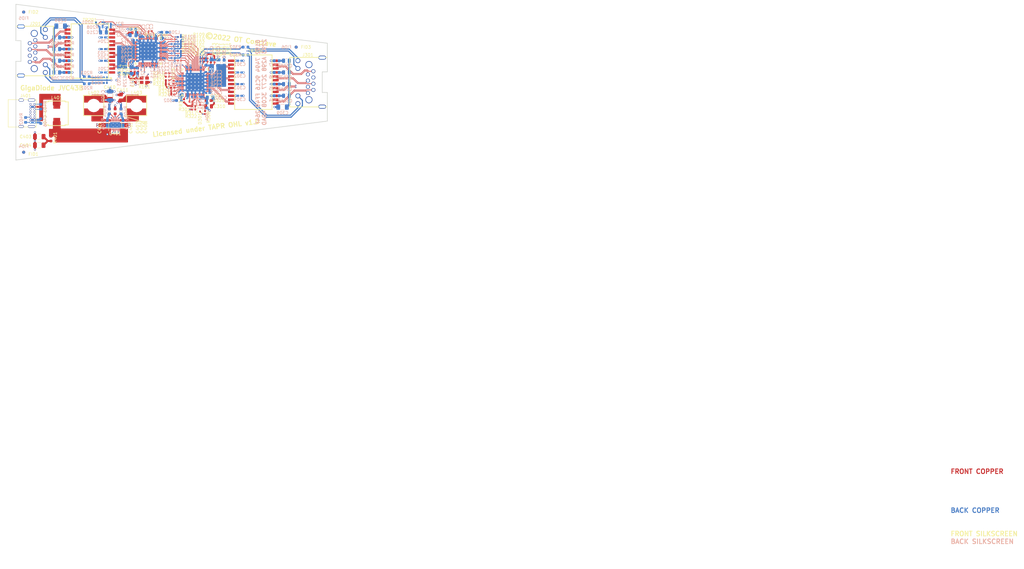
<source format=kicad_pcb>
(kicad_pcb (version 20171130) (host pcbnew 5.0.2+dfsg1-1)
  (title_block (title "GigaDiode / JVC43B") (date 2022-12-19) (rev 2) (company "©2022 OT Conclave") (comment 1 "Licensed under the TAPR Open Hardware License v1.0"))
  (layers (0 F.Cu signal) (1 L2.Cu power hide) (2 L3.Cu signal) (3 L4.Cu signal hide) (4 L5.Cu power hide) (31 B.Cu signal) (34 B.Paste user) (35 F.Paste user) (36 B.SilkS user) (37 F.SilkS user) (38 B.Mask user) (39 F.Mask user) (44 Edge.Cuts user))
  (net 0 "")
  (net 1 GND)
  (net 2 /Ethernet1/ETH_TR3+)
  (net 3 /Ethernet1/ETH_TR3-)
  (net 4 /Ethernet1/ETH_TR2+)
  (net 5 /Ethernet1/ETH_TR2-)
  (net 6 /Ethernet1/ETH_TR1+)
  (net 7 /Ethernet1/ETH_TR1-)
  (net 8 /Ethernet1/ETH_TR0+)
  (net 9 /Ethernet1/ETH_TR0-)
  (net 10 /Ethernet1/TXCLK)
  (net 11 /Ethernet1/ETH_TX3-)
  (net 12 /Ethernet1/ETH_TX3+)
  (net 13 /Ethernet1/ETH_TX2-)
  (net 14 /Ethernet1/ETH_TX2+)
  (net 15 /Ethernet1/ETH_TX1-)
  (net 16 /Ethernet1/ETH_TX1+)
  (net 17 /Ethernet1/ETH_TX0-)
  (net 18 /Ethernet1/ETH_TX0+)
  (net 19 /Ethernet2/ETH_TX0+)
  (net 20 /Ethernet2/ETH_TX0-)
  (net 21 /Ethernet2/ETH_TX1+)
  (net 22 /Ethernet2/ETH_TX1-)
  (net 23 /Ethernet2/ETH_TX2+)
  (net 24 /Ethernet2/ETH_TX2-)
  (net 25 /Ethernet2/ETH_TX3+)
  (net 26 /Ethernet2/ETH_TX3-)
  (net 27 /Ethernet2/ETH_TR0-)
  (net 28 /Ethernet2/ETH_TR0+)
  (net 29 /Ethernet2/ETH_TR1-)
  (net 30 /Ethernet2/ETH_TR1+)
  (net 31 /Ethernet2/ETH_TR2-)
  (net 32 /Ethernet2/ETH_TR2+)
  (net 33 /Ethernet2/ETH_TR3-)
  (net 34 /Ethernet2/ETH_TR3+)
  (net 35 /Ethernet2/RXD0)
  (net 36 /Ethernet2/RXD1)
  (net 37 /Ethernet2/RXD2)
  (net 38 /Ethernet2/RXD3)
  (net 39 /Ethernet2/RXD4)
  (net 40 /Ethernet2/RXD5)
  (net 41 /Ethernet2/RXD6)
  (net 42 /Ethernet2/RXD7)
  (net 43 /Ethernet2/RXDV)
  (net 44 /Ethernet2/RXER)
  (net 45 /Ethernet2/RXCLK)
  (net 46 /Ethernet2/TXCLK)
  (net 47 /EN_W2B)
  (net 48 /ER_W2B)
  (net 49 /CLK_W2B)
  (net 50 "Net-(C206-Pad1)")
  (net 51 "Net-(C207-Pad1)")
  (net 52 "Net-(C208-Pad1)")
  (net 53 /Ethernet1/gnd_eth)
  (net 54 "Net-(C306-Pad1)")
  (net 55 "Net-(C307-Pad1)")
  (net 56 "Net-(C308-Pad1)")
  (net 57 /Ethernet2/gnd_eth)
  (net 58 /Ethernet1/MDIO)
  (net 59 /Ethernet2/MDIO)
  (net 60 /Ethernet1/eth_inter_gnd)
  (net 61 /Ethernet2/eth_inter_gnd)
  (net 62 /Ethernet1/ETH_CT0)
  (net 63 /Ethernet1/ETH_CT1)
  (net 64 /Ethernet1/ETH_CT2)
  (net 65 /Ethernet1/ETH_CT3)
  (net 66 /Ethernet2/ETH_CT0)
  (net 67 /Ethernet2/ETH_CT1)
  (net 68 /Ethernet2/ETH_CT2)
  (net 69 /Ethernet2/ETH_CT3)
  (net 70 /Ethernet1/XI)
  (net 71 /Power_Supply/VCC_USB)
  (net 72 "Net-(J401-PadA6)")
  (net 73 "Net-(J401-PadA7)")
  (net 74 "Net-(J401-PadA8)")
  (net 75 "Net-(J401-PadB6)")
  (net 76 "Net-(J401-PadB7)")
  (net 77 "Net-(J401-PadB8)")
  (net 78 /Power_Supply/IntVcc)
  (net 79 /Power_Supply/FB1)
  (net 80 /Power_Supply/FB2)
  (net 81 +2V5)
  (net 82 "Net-(U401-Pad2)")
  (net 83 "Net-(U401-Pad5)")
  (net 84 /Power_Supply/PS_Vin)
  (net 85 /Power_Supply/Vin_damp)
  (net 86 /Power_Supply/CC1)
  (net 87 /Power_Supply/CC2)
  (net 88 /Power_Supply/SW1)
  (net 89 /Power_Supply/SW2)
  (net 90 /Ethernet1/nRST)
  (net 91 /Ethernet2/nRST)
  (net 92 /Ethernet1/XO)
  (net 93 /Ethernet1/CRS)
  (net 94 /Ethernet1/COL)
  (net 95 /Ethernet2/XO)
  (net 96 /Ethernet2/CRS)
  (net 97 /Ethernet2/COL)
  (net 98 "Net-(X101-Pad1)")
  (net 99 "Net-(C205-Pad1)")
  (net 100 "Net-(C305-Pad1)")
  (net 101 /Ethernet1/yellow)
  (net 102 /Ethernet1/green)
  (net 103 /Ethernet2/yellow)
  (net 104 /Ethernet2/green)
  (net 105 /Ethernet1/VDDAH)
  (net 106 /Ethernet1/VDD)
  (net 107 /Ethernet1/VDDAL)
  (net 108 /Ethernet1/VDDAL_PLL)
  (net 109 /Ethernet2/VDDAH)
  (net 110 /Ethernet2/VDD)
  (net 111 /Ethernet2/VDDAL)
  (net 112 /Ethernet2/VDDAL_PLL)
  (net 113 +1V1)
  (net 114 /RXD0)
  (net 115 /RXD1)
  (net 116 /RXD2)
  (net 117 /RXD3)
  (net 118 /RXD4)
  (net 119 /RXD5)
  (net 120 /RXD6)
  (net 121 /RXD7)
  (net 122 /Ethernet1/RXCLK)
  (net 123 /Ethernet1/RXDV)
  (net 124 /Ethernet1/RXER)
  (net 125 /Ethernet1/ISET)
  (net 126 /Ethernet2/ISET)
  (net 127 /Ethernet1/INT)
  (net 128 /Ethernet1/CLK125)
  (net 129 /Ethernet2/CLK125)
  (net 130 /Ethernet2/INT)
  (net 131 /Ethernet1/LED5)
  (net 132 /Ethernet1/LED4)
  (net 133 /Ethernet1/LED3)
  (net 134 /Ethernet1/LED2)
  (net 135 /Ethernet1/LED1)
  (net 136 /Ethernet2/LED1)
  (net 137 /Ethernet2/LED2)
  (net 138 /Ethernet2/LED3)
  (net 139 /Ethernet2/LED4)
  (net 140 /Ethernet2/LED5)
  (net 141 /Ethernet1/ETH_CR3)
  (net 142 /Ethernet1/ETH_CR2)
  (net 143 /Ethernet1/ETH_CR1)
  (net 144 /Ethernet1/ETH_CR0)
  (net 145 /Ethernet2/ETH_CR3)
  (net 146 /Ethernet2/ETH_CR2)
  (net 147 /Ethernet2/ETH_CR1)
  (net 148 /Ethernet2/ETH_CR0)
  (net 149 /TXD0)
  (net 150 /TXD1)
  (net 151 /TXD2)
  (net 152 /TXD3)
  (net 153 /TXD4)
  (net 154 /TXD5)
  (net 155 /TXD6)
  (net 156 /TXD7)
  (net 157 /Ethernet1/LDO_O)
  (net 158 /Ethernet2/LDO_O)
  (module Resistor_SMD:R_0402_1005Metric (layer F.Cu) (at 76.581 54.864 180)
    (fp_text reference R324 (at 2.794 0 180) (layer F.SilkS))
    (fp_text value 1k)
    (pad 1 smd roundrect (at -0.485 0 180) (size 0.59 0.64) (layers F.Cu F.Paste F.Mask) (net 43 /Ethernet2/RXDV))
    (pad 2 smd roundrect (at 0.485 0 180) (size 0.59 0.64) (layers F.Cu F.Paste F.Mask) (net 1 GND))
  )
  (module myfp:L_5.8x5.8mm_cutcir_6.3mm (layer F.Cu) (at 50.8 58.42)
    (fp_text reference L402 (at 0 -4.191) (layer F.SilkS))
    (fp_text value 6.2uH)
    (pad 2 smd custom (at 0 2.675) (size 6.3 0.95) (layers F.Cu F.Paste F.Mask) (net 88 /Power_Supply/SW1) (options (clearance outline) (anchor rect)) (primitives (gr_poly (pts (xy -3.15 0) (xy -3.15 -1.725) (xy -1.984 -1.725) (xy -1.499 -1.065) (xy -0.805 -0.628) (xy 0 -0.475) (xy 0.805 -0.628) (xy 1.499 -1.065) (xy 1.984 -1.725) (xy 3.15 -1.725) (xy 3.15 0)) (width 0))))
    (pad 1 smd custom (at 0 -2.675) (size 6.3 0.95) (layers F.Cu F.Paste F.Mask) (net 113 +1V1) (options (clearance outline) (anchor rect)) (primitives (gr_poly (pts (xy -3.15 0) (xy -3.15 1.725) (xy -1.984 1.725) (xy -1.499 1.065) (xy -0.805 0.628) (xy 0 0.475) (xy 0.805 0.628) (xy 1.499 1.065) (xy 1.984 1.725) (xy 3.15 1.725) (xy 3.15 0)) (width 0))))
  )
  (module myfp:L_5.8x5.8mm_cutcir_6.3mm (layer F.Cu) (at 64.77 58.42 180)
    (fp_text reference L403 (at 0 4.191 180) (layer F.SilkS))
    (fp_text value 15uH)
    (pad 2 smd custom (at 0 2.675 180) (size 6.3 0.95) (layers F.Cu F.Paste F.Mask) (net 81 +2V5) (options (clearance outline) (anchor rect)) (primitives (gr_poly (pts (xy -3.15 0) (xy -3.15 -1.725) (xy -1.984 -1.725) (xy -1.499 -1.065) (xy -0.805 -0.628) (xy 0 -0.475) (xy 0.805 -0.628) (xy 1.499 -1.065) (xy 1.984 -1.725) (xy 3.15 -1.725) (xy 3.15 0)) (width 0))))
    (pad 1 smd custom (at 0 -2.675 180) (size 6.3 0.95) (layers F.Cu F.Paste F.Mask) (net 89 /Power_Supply/SW2) (options (clearance outline) (anchor rect)) (primitives (gr_poly (pts (xy -3.15 0) (xy -3.15 1.725) (xy -1.984 1.725) (xy -1.499 1.065) (xy -0.805 0.628) (xy 0 0.475) (xy 0.805 0.628) (xy 1.499 1.065) (xy 1.984 1.725) (xy 3.15 1.725) (xy 3.15 0)) (width 0))))
  )
  (module myfp:RJ45_Amphenol_RJE73-188-00XX1-0X (layer F.Cu) (at 25.4 40.64 270)
    (fp_text reference J201 (at -8.89 -6.35) (layer F.SilkS))
    (fp_text value 8P8C_LED_Shielded)
    (pad 11 thru_hole circle (at 4.47 -9.6 270) (size 1.6 1.6) (drill 1.1) (layers *.Cu *.Mask) (net 81 +2V5))
    (pad 10 thru_hole circle (at -4.47 -9.6 270) (size 1.6 1.6) (drill 1.1) (layers *.Cu *.Mask) (net 102 /Ethernet1/green))
    (pad 12 thru_hole circle (at 7.01 -9.6 270) (size 1.6 1.6) (drill 1.1) (layers *.Cu *.Mask) (net 101 /Ethernet1/yellow))
    (pad 9 thru_hole circle (at -7.01 -9.6 270) (size 1.6 1.6) (drill 1.1) (layers *.Cu *.Mask) (net 81 +2V5))
    (pad 8 thru_hole circle (at 3.556 -4.55 270) (size 1.2954 1.2954) (drill 0.889) (layers *.Cu *.Mask) (net 11 /Ethernet1/ETH_TX3-))
    (pad 7 thru_hole circle (at 2.54 -6.33 270) (size 1.2954 1.2954) (drill 0.889) (layers *.Cu *.Mask) (net 12 /Ethernet1/ETH_TX3+))
    (pad 6 thru_hole circle (at 1.524 -4.55 270) (size 1.2954 1.2954) (drill 0.889) (layers *.Cu *.Mask) (net 15 /Ethernet1/ETH_TX1-))
    (pad 5 thru_hole circle (at 0.508 -6.33 270) (size 1.2954 1.2954) (drill 0.889) (layers *.Cu *.Mask) (net 13 /Ethernet1/ETH_TX2-))
    (pad 4 thru_hole circle (at -0.508 -4.55 270) (size 1.2954 1.2954) (drill 0.889) (layers *.Cu *.Mask) (net 14 /Ethernet1/ETH_TX2+))
    (pad 3 thru_hole circle (at -1.524 -6.33 270) (size 1.2954 1.2954) (drill 0.889) (layers *.Cu *.Mask) (net 16 /Ethernet1/ETH_TX1+))
    (pad 2 thru_hole circle (at -2.54 -4.55 270) (size 1.2954 1.2954) (drill 0.889) (layers *.Cu *.Mask) (net 17 /Ethernet1/ETH_TX0-))
    (pad 1 thru_hole circle (at -3.556 -6.33 270) (size 1.2954 1.2954) (drill 0.889) (layers *.Cu *.Mask) (net 18 /Ethernet1/ETH_TX0+))
    (pad SH thru_hole oval (at 8 -1.65 270) (size 1.3 2.5) (drill oval 0.8 2) (layers *.Cu *.Mask) (net 53 /Ethernet1/gnd_eth))
    (pad SH thru_hole oval (at -8 -1.65 270) (size 1.3 2.5) (drill oval 0.8 2) (layers *.Cu *.Mask) (net 53 /Ethernet1/gnd_eth))
    (pad "" np_thru_hole circle (at 5.74 -6 270) (size 2.3 2.3) (drill 1.8) (layers *.Cu *.Mask))
    (pad "" np_thru_hole circle (at -5.74 -6 270) (size 2.3 2.3) (drill 1.8) (layers *.Cu *.Mask))
  )
  (module myfp:RJ45_Amphenol_RJE73-188-00XX1-0X (layer F.Cu) (at 127 50.8 90)
    (fp_text reference J301 (at 8.89 -6.35 180) (layer F.SilkS))
    (fp_text value 8P8C_LED_Shielded)
    (pad 11 thru_hole circle (at 4.47 -9.6 90) (size 1.6 1.6) (drill 1.1) (layers *.Cu *.Mask) (net 81 +2V5))
    (pad 10 thru_hole circle (at -4.47 -9.6 90) (size 1.6 1.6) (drill 1.1) (layers *.Cu *.Mask) (net 104 /Ethernet2/green))
    (pad 12 thru_hole circle (at 7.01 -9.6 90) (size 1.6 1.6) (drill 1.1) (layers *.Cu *.Mask) (net 103 /Ethernet2/yellow))
    (pad 9 thru_hole circle (at -7.01 -9.6 90) (size 1.6 1.6) (drill 1.1) (layers *.Cu *.Mask) (net 81 +2V5))
    (pad 8 thru_hole circle (at 3.556 -4.55 90) (size 1.2954 1.2954) (drill 0.889) (layers *.Cu *.Mask) (net 26 /Ethernet2/ETH_TX3-))
    (pad 7 thru_hole circle (at 2.54 -6.33 90) (size 1.2954 1.2954) (drill 0.889) (layers *.Cu *.Mask) (net 25 /Ethernet2/ETH_TX3+))
    (pad 6 thru_hole circle (at 1.524 -4.55 90) (size 1.2954 1.2954) (drill 0.889) (layers *.Cu *.Mask) (net 22 /Ethernet2/ETH_TX1-))
    (pad 5 thru_hole circle (at 0.508 -6.33 90) (size 1.2954 1.2954) (drill 0.889) (layers *.Cu *.Mask) (net 24 /Ethernet2/ETH_TX2-))
    (pad 4 thru_hole circle (at -0.508 -4.55 90) (size 1.2954 1.2954) (drill 0.889) (layers *.Cu *.Mask) (net 23 /Ethernet2/ETH_TX2+))
    (pad 3 thru_hole circle (at -1.524 -6.33 90) (size 1.2954 1.2954) (drill 0.889) (layers *.Cu *.Mask) (net 21 /Ethernet2/ETH_TX1+))
    (pad 2 thru_hole circle (at -2.54 -4.55 90) (size 1.2954 1.2954) (drill 0.889) (layers *.Cu *.Mask) (net 20 /Ethernet2/ETH_TX0-))
    (pad 1 thru_hole circle (at -3.556 -6.33 90) (size 1.2954 1.2954) (drill 0.889) (layers *.Cu *.Mask) (net 19 /Ethernet2/ETH_TX0+))
    (pad SH thru_hole oval (at 8 -1.65 90) (size 1.3 2.5) (drill oval 0.8 2) (layers *.Cu *.Mask) (net 57 /Ethernet2/gnd_eth))
    (pad SH thru_hole oval (at -8 -1.65 90) (size 1.3 2.5) (drill oval 0.8 2) (layers *.Cu *.Mask) (net 57 /Ethernet2/gnd_eth))
    (pad "" np_thru_hole circle (at 5.74 -6 90) (size 2.3 2.3) (drill 1.8) (layers *.Cu *.Mask))
    (pad "" np_thru_hole circle (at -5.74 -6 90) (size 2.3 2.3) (drill 1.8) (layers *.Cu *.Mask))
  )
  (module myfp:magnetics_PT61020E (layer F.Cu) (at 49.53 40.64 90)
    (fp_text reference TR201 (at 10.16 0 -180) (layer F.SilkS))
    (fp_text value PT61020EL)
    (pad 1 smd roundrect (at -6.985 7.3025 90) (size 0.762 1.905) (layers F.Cu F.Paste F.Mask) (roundrect_rratio 0.1) (net 141 /Ethernet1/ETH_CR3))
    (pad 2 smd roundrect (at -5.715 7.3025 90) (size 0.762 1.905) (layers F.Cu F.Paste F.Mask) (roundrect_rratio 0.1) (net 3 /Ethernet1/ETH_TR3-))
    (pad 3 smd roundrect (at -4.445 7.3025 90) (size 0.762 1.905) (layers F.Cu F.Paste F.Mask) (roundrect_rratio 0.1) (net 2 /Ethernet1/ETH_TR3+))
    (pad 4 smd roundrect (at -3.175 7.3025 90) (size 0.762 1.905) (layers F.Cu F.Paste F.Mask) (roundrect_rratio 0.1) (net 142 /Ethernet1/ETH_CR2))
    (pad 5 smd roundrect (at -1.905 7.3025 90) (size 0.762 1.905) (layers F.Cu F.Paste F.Mask) (roundrect_rratio 0.1) (net 5 /Ethernet1/ETH_TR2-))
    (pad 6 smd roundrect (at -0.635 7.3025 90) (size 0.762 1.905) (layers F.Cu F.Paste F.Mask) (roundrect_rratio 0.1) (net 4 /Ethernet1/ETH_TR2+))
    (pad 7 smd roundrect (at 0.635 7.3025 90) (size 0.762 1.905) (layers F.Cu F.Paste F.Mask) (roundrect_rratio 0.1) (net 143 /Ethernet1/ETH_CR1))
    (pad 8 smd roundrect (at 1.905 7.3025 90) (size 0.762 1.905) (layers F.Cu F.Paste F.Mask) (roundrect_rratio 0.1) (net 7 /Ethernet1/ETH_TR1-))
    (pad 9 smd roundrect (at 3.175 7.3025 90) (size 0.762 1.905) (layers F.Cu F.Paste F.Mask) (roundrect_rratio 0.1) (net 6 /Ethernet1/ETH_TR1+))
    (pad 10 smd roundrect (at 4.445 7.3025 90) (size 0.762 1.905) (layers F.Cu F.Paste F.Mask) (roundrect_rratio 0.1) (net 144 /Ethernet1/ETH_CR0))
    (pad 11 smd roundrect (at 5.715 7.3025 90) (size 0.762 1.905) (layers F.Cu F.Paste F.Mask) (roundrect_rratio 0.1) (net 9 /Ethernet1/ETH_TR0-))
    (pad 12 smd roundrect (at 6.985 7.3025 90) (size 0.762 1.905) (layers F.Cu F.Paste F.Mask) (roundrect_rratio 0.1) (net 8 /Ethernet1/ETH_TR0+))
    (pad 13 smd roundrect (at 6.985 -7.3025 90) (size 0.762 1.905) (layers F.Cu F.Paste F.Mask) (roundrect_rratio 0.1) (net 18 /Ethernet1/ETH_TX0+))
    (pad 14 smd roundrect (at 5.715 -7.3025 90) (size 0.762 1.905) (layers F.Cu F.Paste F.Mask) (roundrect_rratio 0.1) (net 17 /Ethernet1/ETH_TX0-))
    (pad 15 smd roundrect (at 4.445 -7.3025 90) (size 0.762 1.905) (layers F.Cu F.Paste F.Mask) (roundrect_rratio 0.1) (net 62 /Ethernet1/ETH_CT0))
    (pad 16 smd roundrect (at 3.175 -7.3025 90) (size 0.762 1.905) (layers F.Cu F.Paste F.Mask) (roundrect_rratio 0.1) (net 16 /Ethernet1/ETH_TX1+))
    (pad 17 smd roundrect (at 1.905 -7.3025 90) (size 0.762 1.905) (layers F.Cu F.Paste F.Mask) (roundrect_rratio 0.1) (net 15 /Ethernet1/ETH_TX1-))
    (pad 18 smd roundrect (at 0.635 -7.3025 90) (size 0.762 1.905) (layers F.Cu F.Paste F.Mask) (roundrect_rratio 0.1) (net 63 /Ethernet1/ETH_CT1))
    (pad 19 smd roundrect (at -0.635 -7.3025 90) (size 0.762 1.905) (layers F.Cu F.Paste F.Mask) (roundrect_rratio 0.1) (net 14 /Ethernet1/ETH_TX2+))
    (pad 20 smd roundrect (at -1.905 -7.3025 90) (size 0.762 1.905) (layers F.Cu F.Paste F.Mask) (roundrect_rratio 0.1) (net 13 /Ethernet1/ETH_TX2-))
    (pad 21 smd roundrect (at -3.175 -7.3025 90) (size 0.762 1.905) (layers F.Cu F.Paste F.Mask) (roundrect_rratio 0.1) (net 64 /Ethernet1/ETH_CT2))
    (pad 22 smd roundrect (at -4.445 -7.3025 90) (size 0.762 1.905) (layers F.Cu F.Paste F.Mask) (roundrect_rratio 0.1) (net 12 /Ethernet1/ETH_TX3+))
    (pad 23 smd roundrect (at -5.715 -7.3025 90) (size 0.762 1.905) (layers F.Cu F.Paste F.Mask) (roundrect_rratio 0.1) (net 11 /Ethernet1/ETH_TX3-))
    (pad 24 smd roundrect (at -6.985 -7.3025 90) (size 0.762 1.905) (layers F.Cu F.Paste F.Mask) (roundrect_rratio 0.1) (net 65 /Ethernet1/ETH_CT3))
  )
  (module Resistor_SMD:R_0603_1608Metric (layer B.Cu) (at 41.91 36.195 180)
    (fp_text reference R204 (at -0.635 -1.905 180) (layer B.SilkS) (effects (justify mirror)))
    (fp_text value 75)
    (pad 1 smd roundrect (at -0.7875 0 180) (size 0.875 0.95) (layers B.Cu B.Paste B.Mask) (net 62 /Ethernet1/ETH_CT0))
    (pad 2 smd roundrect (at 0.7875 0 180) (size 0.875 0.95) (layers B.Cu B.Paste B.Mask) (net 99 "Net-(C205-Pad1)"))
  )
  (module Inductor_SMD:L_0603_1608Metric (layer B.Cu) (at 65.024 46.99 90)
    (fp_text reference L201 (at -3.175 0 90) (layer B.SilkS) (effects (justify mirror)))
    (fp_text value "470 ohm")
    (pad 2 smd roundrect (at 0.7875 0 90) (size 0.875 0.95) (layers B.Cu B.Paste B.Mask) (net 105 /Ethernet1/VDDAH))
    (pad 1 smd roundrect (at -0.7875 0 90) (size 0.875 0.95) (layers B.Cu B.Paste B.Mask) (net 81 +2V5))
  )
  (module Inductor_SMD:L_0603_1608Metric (layer B.Cu) (at 87.376 44.45 270)
    (fp_text reference L301 (at -3.175 0 270) (layer B.SilkS) (effects (justify mirror)))
    (fp_text value "470 ohm")
    (pad 2 smd roundrect (at 0.7875 0 270) (size 0.875 0.95) (layers B.Cu B.Paste B.Mask) (net 109 /Ethernet2/VDDAH))
    (pad 1 smd roundrect (at -0.7875 0 270) (size 0.875 0.95) (layers B.Cu B.Paste B.Mask) (net 81 +2V5))
  )
  (module Resistor_SMD:R_0603_1608Metric (layer B.Cu) (at 110.49 55.245)
    (fp_text reference R304 (at -0.635 1.43) (layer B.SilkS) (effects (justify mirror)))
    (fp_text value 75)
    (pad 1 smd roundrect (at -0.7875 0) (size 0.875 0.95) (layers B.Cu B.Paste B.Mask) (net 66 /Ethernet2/ETH_CT0))
    (pad 2 smd roundrect (at 0.7875 0) (size 0.875 0.95) (layers B.Cu B.Paste B.Mask) (net 100 "Net-(C305-Pad1)"))
  )
  (module myfp:magnetics_PT61020E (layer F.Cu) (at 102.87 50.8 270)
    (fp_text reference TR301 (at -10.16 -0.635) (layer F.SilkS))
    (fp_text value PT61020EL)
    (pad 1 smd roundrect (at -6.985 7.3025 270) (size 0.762 1.905) (layers F.Cu F.Paste F.Mask) (roundrect_rratio 0.1) (net 145 /Ethernet2/ETH_CR3))
    (pad 2 smd roundrect (at -5.715 7.3025 270) (size 0.762 1.905) (layers F.Cu F.Paste F.Mask) (roundrect_rratio 0.1) (net 33 /Ethernet2/ETH_TR3-))
    (pad 3 smd roundrect (at -4.445 7.3025 270) (size 0.762 1.905) (layers F.Cu F.Paste F.Mask) (roundrect_rratio 0.1) (net 34 /Ethernet2/ETH_TR3+))
    (pad 4 smd roundrect (at -3.175 7.3025 270) (size 0.762 1.905) (layers F.Cu F.Paste F.Mask) (roundrect_rratio 0.1) (net 146 /Ethernet2/ETH_CR2))
    (pad 5 smd roundrect (at -1.905 7.3025 270) (size 0.762 1.905) (layers F.Cu F.Paste F.Mask) (roundrect_rratio 0.1) (net 31 /Ethernet2/ETH_TR2-))
    (pad 6 smd roundrect (at -0.635 7.3025 270) (size 0.762 1.905) (layers F.Cu F.Paste F.Mask) (roundrect_rratio 0.1) (net 32 /Ethernet2/ETH_TR2+))
    (pad 7 smd roundrect (at 0.635 7.3025 270) (size 0.762 1.905) (layers F.Cu F.Paste F.Mask) (roundrect_rratio 0.1) (net 147 /Ethernet2/ETH_CR1))
    (pad 8 smd roundrect (at 1.905 7.3025 270) (size 0.762 1.905) (layers F.Cu F.Paste F.Mask) (roundrect_rratio 0.1) (net 29 /Ethernet2/ETH_TR1-))
    (pad 9 smd roundrect (at 3.175 7.3025 270) (size 0.762 1.905) (layers F.Cu F.Paste F.Mask) (roundrect_rratio 0.1) (net 30 /Ethernet2/ETH_TR1+))
    (pad 10 smd roundrect (at 4.445 7.3025 270) (size 0.762 1.905) (layers F.Cu F.Paste F.Mask) (roundrect_rratio 0.1) (net 148 /Ethernet2/ETH_CR0))
    (pad 11 smd roundrect (at 5.715 7.3025 270) (size 0.762 1.905) (layers F.Cu F.Paste F.Mask) (roundrect_rratio 0.1) (net 27 /Ethernet2/ETH_TR0-))
    (pad 12 smd roundrect (at 6.985 7.3025 270) (size 0.762 1.905) (layers F.Cu F.Paste F.Mask) (roundrect_rratio 0.1) (net 28 /Ethernet2/ETH_TR0+))
    (pad 13 smd roundrect (at 6.985 -7.3025 270) (size 0.762 1.905) (layers F.Cu F.Paste F.Mask) (roundrect_rratio 0.1) (net 19 /Ethernet2/ETH_TX0+))
    (pad 14 smd roundrect (at 5.715 -7.3025 270) (size 0.762 1.905) (layers F.Cu F.Paste F.Mask) (roundrect_rratio 0.1) (net 20 /Ethernet2/ETH_TX0-))
    (pad 15 smd roundrect (at 4.445 -7.3025 270) (size 0.762 1.905) (layers F.Cu F.Paste F.Mask) (roundrect_rratio 0.1) (net 66 /Ethernet2/ETH_CT0))
    (pad 16 smd roundrect (at 3.175 -7.3025 270) (size 0.762 1.905) (layers F.Cu F.Paste F.Mask) (roundrect_rratio 0.1) (net 21 /Ethernet2/ETH_TX1+))
    (pad 17 smd roundrect (at 1.905 -7.3025 270) (size 0.762 1.905) (layers F.Cu F.Paste F.Mask) (roundrect_rratio 0.1) (net 22 /Ethernet2/ETH_TX1-))
    (pad 18 smd roundrect (at 0.635 -7.3025 270) (size 0.762 1.905) (layers F.Cu F.Paste F.Mask) (roundrect_rratio 0.1) (net 67 /Ethernet2/ETH_CT1))
    (pad 19 smd roundrect (at -0.635 -7.3025 270) (size 0.762 1.905) (layers F.Cu F.Paste F.Mask) (roundrect_rratio 0.1) (net 23 /Ethernet2/ETH_TX2+))
    (pad 20 smd roundrect (at -1.905 -7.3025 270) (size 0.762 1.905) (layers F.Cu F.Paste F.Mask) (roundrect_rratio 0.1) (net 24 /Ethernet2/ETH_TX2-))
    (pad 21 smd roundrect (at -3.175 -7.3025 270) (size 0.762 1.905) (layers F.Cu F.Paste F.Mask) (roundrect_rratio 0.1) (net 68 /Ethernet2/ETH_CT2))
    (pad 22 smd roundrect (at -4.445 -7.3025 270) (size 0.762 1.905) (layers F.Cu F.Paste F.Mask) (roundrect_rratio 0.1) (net 25 /Ethernet2/ETH_TX3+))
    (pad 23 smd roundrect (at -5.715 -7.3025 270) (size 0.762 1.905) (layers F.Cu F.Paste F.Mask) (roundrect_rratio 0.1) (net 26 /Ethernet2/ETH_TX3-))
    (pad 24 smd roundrect (at -6.985 -7.3025 270) (size 0.762 1.905) (layers F.Cu F.Paste F.Mask) (roundrect_rratio 0.1) (net 69 /Ethernet2/ETH_CT3))
  )
  (module Capacitor_SMD:C_0805_2012Metric (layer B.Cu) (at 38.735 36.195 180)
    (fp_text reference C205 (at 0 -1.905 180) (layer B.SilkS) (effects (justify mirror)))
    (fp_text value 22n)
    (pad 1 smd roundrect (at -0.9375 0 180) (size 0.975 1.4) (layers B.Cu B.Paste B.Mask) (net 99 "Net-(C205-Pad1)"))
    (pad 2 smd roundrect (at 0.9375 0 180) (size 0.975 1.4) (layers B.Cu B.Paste B.Mask) (net 60 /Ethernet1/eth_inter_gnd))
  )
  (module Capacitor_SMD:C_0805_2012Metric (layer B.Cu) (at 38.735 40.005 180)
    (fp_text reference C206 (at 0 -1.905 180) (layer B.SilkS) (effects (justify mirror)))
    (fp_text value 22n)
    (pad 2 smd roundrect (at 0.9375 0 180) (size 0.975 1.4) (layers B.Cu B.Paste B.Mask) (net 60 /Ethernet1/eth_inter_gnd))
    (pad 1 smd roundrect (at -0.9375 0 180) (size 0.975 1.4) (layers B.Cu B.Paste B.Mask) (net 50 "Net-(C206-Pad1)"))
  )
  (module Capacitor_SMD:C_0805_2012Metric (layer B.Cu) (at 38.735 43.815 180)
    (fp_text reference C207 (at 0 -1.905 180) (layer B.SilkS) (effects (justify mirror)))
    (fp_text value 22n)
    (pad 1 smd roundrect (at -0.9375 0 180) (size 0.975 1.4) (layers B.Cu B.Paste B.Mask) (net 51 "Net-(C207-Pad1)"))
    (pad 2 smd roundrect (at 0.9375 0 180) (size 0.975 1.4) (layers B.Cu B.Paste B.Mask) (net 60 /Ethernet1/eth_inter_gnd))
  )
  (module Capacitor_SMD:C_0805_2012Metric (layer B.Cu) (at 38.735 47.625 180)
    (fp_text reference C208 (at 0 -1.905 180) (layer B.SilkS) (effects (justify mirror)))
    (fp_text value 22n)
    (pad 2 smd roundrect (at 0.9375 0 180) (size 0.975 1.4) (layers B.Cu B.Paste B.Mask) (net 60 /Ethernet1/eth_inter_gnd))
    (pad 1 smd roundrect (at -0.9375 0 180) (size 0.975 1.4) (layers B.Cu B.Paste B.Mask) (net 52 "Net-(C208-Pad1)"))
  )
  (module Capacitor_SMD:C_1206_3216Metric (layer B.Cu) (at 40.005 32.512)
    (fp_text reference C209 (at 0 -1.905) (layer B.SilkS) (effects (justify mirror)))
    (fp_text value 1n)
    (pad 2 smd roundrect (at 1.4 0) (size 1.25 1.75) (layers B.Cu B.Paste B.Mask) (roundrect_rratio 0.2) (net 53 /Ethernet1/gnd_eth))
    (pad 1 smd roundrect (at -1.4 0) (size 1.25 1.75) (layers B.Cu B.Paste B.Mask) (roundrect_rratio 0.2) (net 60 /Ethernet1/eth_inter_gnd))
  )
  (module Capacitor_SMD:C_0805_2012Metric (layer B.Cu) (at 113.665 55.245)
    (fp_text reference C305 (at 0 1.65) (layer B.SilkS) (effects (justify mirror)))
    (fp_text value 22n)
    (pad 1 smd roundrect (at -0.9375 0) (size 0.975 1.4) (layers B.Cu B.Paste B.Mask) (net 100 "Net-(C305-Pad1)"))
    (pad 2 smd roundrect (at 0.9375 0) (size 0.975 1.4) (layers B.Cu B.Paste B.Mask) (net 61 /Ethernet2/eth_inter_gnd))
  )
  (module Capacitor_SMD:C_0805_2012Metric (layer B.Cu) (at 113.665 51.435)
    (fp_text reference C306 (at 0 1.65) (layer B.SilkS) (effects (justify mirror)))
    (fp_text value 22n)
    (pad 2 smd roundrect (at 0.9375 0) (size 0.975 1.4) (layers B.Cu B.Paste B.Mask) (net 61 /Ethernet2/eth_inter_gnd))
    (pad 1 smd roundrect (at -0.9375 0) (size 0.975 1.4) (layers B.Cu B.Paste B.Mask) (net 54 "Net-(C306-Pad1)"))
  )
  (module Capacitor_SMD:C_0805_2012Metric (layer B.Cu) (at 113.665 47.625)
    (fp_text reference C307 (at 0 1.65) (layer B.SilkS) (effects (justify mirror)))
    (fp_text value 22n)
    (pad 1 smd roundrect (at -0.9375 0) (size 0.975 1.4) (layers B.Cu B.Paste B.Mask) (net 55 "Net-(C307-Pad1)"))
    (pad 2 smd roundrect (at 0.9375 0) (size 0.975 1.4) (layers B.Cu B.Paste B.Mask) (net 61 /Ethernet2/eth_inter_gnd))
  )
  (module Capacitor_SMD:C_0805_2012Metric (layer B.Cu) (at 113.665 43.815)
    (fp_text reference C308 (at 0 1.65) (layer B.SilkS) (effects (justify mirror)))
    (fp_text value 22n)
    (pad 2 smd roundrect (at 0.9375 0) (size 0.975 1.4) (layers B.Cu B.Paste B.Mask) (net 61 /Ethernet2/eth_inter_gnd))
    (pad 1 smd roundrect (at -0.9375 0) (size 0.975 1.4) (layers B.Cu B.Paste B.Mask) (net 56 "Net-(C308-Pad1)"))
  )
  (module Capacitor_SMD:C_1206_3216Metric (layer B.Cu) (at 112.395 58.928 180)
    (fp_text reference C309 (at 0 -1.905 180) (layer B.SilkS) (effects (justify mirror)))
    (fp_text value 1n)
    (pad 1 smd roundrect (at -1.4 0 180) (size 1.25 1.75) (layers B.Cu B.Paste B.Mask) (roundrect_rratio 0.2) (net 61 /Ethernet2/eth_inter_gnd))
    (pad 2 smd roundrect (at 1.4 0 180) (size 1.25 1.75) (layers B.Cu B.Paste B.Mask) (roundrect_rratio 0.2) (net 57 /Ethernet2/gnd_eth))
  )
  (module Resistor_SMD:R_0603_1608Metric (layer B.Cu) (at 41.91 40.005 180)
    (fp_text reference R205 (at -0.635 -1.905 180) (layer B.SilkS) (effects (justify mirror)))
    (fp_text value 75)
    (pad 1 smd roundrect (at -0.7875 0 180) (size 0.875 0.95) (layers B.Cu B.Paste B.Mask) (net 63 /Ethernet1/ETH_CT1))
    (pad 2 smd roundrect (at 0.7875 0 180) (size 0.875 0.95) (layers B.Cu B.Paste B.Mask) (net 50 "Net-(C206-Pad1)"))
  )
  (module Resistor_SMD:R_0603_1608Metric (layer B.Cu) (at 41.91 43.815 180)
    (fp_text reference R206 (at -0.635 -1.905 180) (layer B.SilkS) (effects (justify mirror)))
    (fp_text value 75)
    (pad 2 smd roundrect (at 0.7875 0 180) (size 0.875 0.95) (layers B.Cu B.Paste B.Mask) (net 51 "Net-(C207-Pad1)"))
    (pad 1 smd roundrect (at -0.7875 0 180) (size 0.875 0.95) (layers B.Cu B.Paste B.Mask) (net 64 /Ethernet1/ETH_CT2))
  )
  (module Resistor_SMD:R_0603_1608Metric (layer B.Cu) (at 41.91 47.625 180)
    (fp_text reference R207 (at -0.635 -1.905 180) (layer B.SilkS) (effects (justify mirror)))
    (fp_text value 75)
    (pad 1 smd roundrect (at -0.7875 0 180) (size 0.875 0.95) (layers B.Cu B.Paste B.Mask) (net 65 /Ethernet1/ETH_CT3))
    (pad 2 smd roundrect (at 0.7875 0 180) (size 0.875 0.95) (layers B.Cu B.Paste B.Mask) (net 52 "Net-(C208-Pad1)"))
  )
  (module Resistor_SMD:R_0603_1608Metric (layer B.Cu) (at 110.49 51.435)
    (fp_text reference R305 (at -0.635 1.43) (layer B.SilkS) (effects (justify mirror)))
    (fp_text value 75)
    (pad 2 smd roundrect (at 0.7875 0) (size 0.875 0.95) (layers B.Cu B.Paste B.Mask) (net 54 "Net-(C306-Pad1)"))
    (pad 1 smd roundrect (at -0.7875 0) (size 0.875 0.95) (layers B.Cu B.Paste B.Mask) (net 67 /Ethernet2/ETH_CT1))
  )
  (module Resistor_SMD:R_0603_1608Metric (layer B.Cu) (at 110.49 47.625)
    (fp_text reference R306 (at -0.635 1.43) (layer B.SilkS) (effects (justify mirror)))
    (fp_text value 75)
    (pad 1 smd roundrect (at -0.7875 0) (size 0.875 0.95) (layers B.Cu B.Paste B.Mask) (net 68 /Ethernet2/ETH_CT2))
    (pad 2 smd roundrect (at 0.7875 0) (size 0.875 0.95) (layers B.Cu B.Paste B.Mask) (net 55 "Net-(C307-Pad1)"))
  )
  (module Resistor_SMD:R_0603_1608Metric (layer B.Cu) (at 110.49 43.815)
    (fp_text reference R307 (at -0.635 1.43) (layer B.SilkS) (effects (justify mirror)))
    (fp_text value 75)
    (pad 2 smd roundrect (at 0.7875 0) (size 0.875 0.95) (layers B.Cu B.Paste B.Mask) (net 56 "Net-(C308-Pad1)"))
    (pad 1 smd roundrect (at -0.7875 0) (size 0.875 0.95) (layers B.Cu B.Paste B.Mask) (net 69 /Ethernet2/ETH_CT3))
  )
  (module myfp:USB_C_GCT_USB4085 (layer F.Cu) (at 25.4 60.96 270)
    (fp_text reference J401 (at -5.715 -3.175) (layer F.SilkS))
    (fp_text value USB_C_Receptacle_USB2.0)
    (pad S1 thru_hole oval (at -4.325 -1.74 270) (size 0.9 1.7) (drill oval 0.6 1.4) (layers *.Cu *.Mask) (net 1 GND))
    (pad S1 thru_hole oval (at 4.325 -1.74 270) (size 0.9 1.7) (drill oval 0.6 1.4) (layers *.Cu *.Mask) (net 1 GND))
    (pad S1 thru_hole oval (at -4.325 -5.12 270) (size 0.9 2.4) (drill oval 0.6 2.1) (layers *.Cu *.Mask) (net 1 GND))
    (pad S1 thru_hole oval (at 4.325 -5.12 270) (size 0.9 2.4) (drill oval 0.6 2.1) (layers *.Cu *.Mask) (net 1 GND))
    (pad A1 thru_hole circle (at -2.975 -6.1 270) (size 0.65 0.65) (drill 0.4) (layers *.Cu *.Mask) (net 1 GND))
    (pad A4 thru_hole circle (at -2.125 -6.1 270) (size 0.65 0.65) (drill 0.4) (layers *.Cu *.Mask) (net 71 /Power_Supply/VCC_USB))
    (pad A5 thru_hole circle (at -1.275 -6.1 270) (size 0.65 0.65) (drill 0.4) (layers *.Cu *.Mask) (net 86 /Power_Supply/CC1))
    (pad A6 thru_hole circle (at -0.425 -6.1 270) (size 0.65 0.65) (drill 0.4) (layers *.Cu *.Mask) (net 72 "Net-(J401-PadA6)"))
    (pad A7 thru_hole circle (at 0.425 -6.1 270) (size 0.65 0.65) (drill 0.4) (layers *.Cu *.Mask) (net 73 "Net-(J401-PadA7)"))
    (pad A8 thru_hole circle (at 1.275 -6.1 270) (size 0.65 0.65) (drill 0.4) (layers *.Cu *.Mask) (net 74 "Net-(J401-PadA8)"))
    (pad A9 thru_hole circle (at 2.125 -6.1 270) (size 0.65 0.65) (drill 0.4) (layers *.Cu *.Mask) (net 71 /Power_Supply/VCC_USB))
    (pad A12 thru_hole circle (at 2.975 -6.1 270) (size 0.65 0.65) (drill 0.4) (layers *.Cu *.Mask) (net 1 GND))
    (pad B1 thru_hole circle (at 2.975 -4.75 270) (size 0.65 0.65) (drill 0.4) (layers *.Cu *.Mask) (net 1 GND))
    (pad B4 thru_hole circle (at 2.125 -4.75 270) (size 0.65 0.65) (drill 0.4) (layers *.Cu *.Mask) (net 71 /Power_Supply/VCC_USB))
    (pad B5 thru_hole circle (at 1.275 -4.75 270) (size 0.65 0.65) (drill 0.4) (layers *.Cu *.Mask) (net 87 /Power_Supply/CC2))
    (pad B6 thru_hole circle (at 0.425 -4.75 270) (size 0.65 0.65) (drill 0.4) (layers *.Cu *.Mask) (net 75 "Net-(J401-PadB6)"))
    (pad B7 thru_hole circle (at -0.425 -4.75 270) (size 0.65 0.65) (drill 0.4) (layers *.Cu *.Mask) (net 76 "Net-(J401-PadB7)"))
    (pad B8 thru_hole circle (at -1.275 -4.75 270) (size 0.65 0.65) (drill 0.4) (layers *.Cu *.Mask) (net 77 "Net-(J401-PadB8)"))
    (pad B9 thru_hole circle (at -2.125 -4.75 270) (size 0.65 0.65) (drill 0.4) (layers *.Cu *.Mask) (net 71 /Power_Supply/VCC_USB))
    (pad B12 thru_hole circle (at -2.975 -4.75 270) (size 0.65 0.65) (drill 0.4) (layers *.Cu *.Mask) (net 1 GND))
  )
  (module Resistor_SMD:R_0603_1608Metric (layer B.Cu) (at 28.575 63.119 270)
    (fp_text reference R402 (at -0.381 1.43 270) (layer B.SilkS) (effects (justify mirror)))
    (fp_text value 5.1k)
    (pad 1 smd roundrect (at -0.7875 0 270) (size 0.875 0.95) (layers B.Cu B.Paste B.Mask) (net 87 /Power_Supply/CC2))
    (pad 2 smd roundrect (at 0.7875 0 270) (size 0.875 0.95) (layers B.Cu B.Paste B.Mask) (net 1 GND))
  )
  (module Resistor_SMD:R_0603_1608Metric (layer B.Cu) (at 33.528 58.801 90)
    (fp_text reference R403 (at 0 1.397 90) (layer B.SilkS) (effects (justify mirror)))
    (fp_text value 5.1k)
    (pad 2 smd roundrect (at 0.7875 0 90) (size 0.875 0.95) (layers B.Cu B.Paste B.Mask) (net 1 GND))
    (pad 1 smd roundrect (at -0.7875 0 90) (size 0.875 0.95) (layers B.Cu B.Paste B.Mask) (net 86 /Power_Supply/CC1))
  )
  (module Capacitor_SMD:C_0603_1608Metric (layer F.Cu) (at 57.785 60.325 90)
    (fp_text reference C405 (at -5.334 8.636 90) (layer F.SilkS))
    (fp_text value 1u)
    (pad 2 smd roundrect (at 0.7875 0 90) (size 0.875 0.95) (layers F.Cu F.Paste F.Mask) (net 1 GND))
    (pad 1 smd roundrect (at -0.7875 0 90) (size 0.875 0.95) (layers F.Cu F.Paste F.Mask) (net 78 /Power_Supply/IntVcc))
  )
  (module Capacitor_SMD:C_0603_1608Metric (layer B.Cu) (at 33.528 63.5 270)
    (fp_text reference C406 (at 0 -1.397 270) (layer B.SilkS) (effects (justify mirror)))
    (fp_text value 1u)
    (pad 1 smd roundrect (at -0.7875 0 270) (size 0.875 0.95) (layers B.Cu B.Paste B.Mask) (net 71 /Power_Supply/VCC_USB))
    (pad 2 smd roundrect (at 0.7875 0 270) (size 0.875 0.95) (layers B.Cu B.Paste B.Mask) (net 1 GND))
  )
  (module Capacitor_SMD:C_0603_1608Metric (layer F.Cu) (at 55.88 60.325 270)
    (fp_text reference C407 (at 5.334 -9.271 270) (layer F.SilkS))
    (fp_text value 22p)
    (pad 1 smd roundrect (at -0.7875 0 270) (size 0.875 0.95) (layers F.Cu F.Paste F.Mask) (net 113 +1V1))
    (pad 2 smd roundrect (at 0.7875 0 270) (size 0.875 0.95) (layers F.Cu F.Paste F.Mask) (net 79 /Power_Supply/FB1))
  )
  (module Capacitor_SMD:C_0603_1608Metric (layer F.Cu) (at 59.69 60.325 270)
    (fp_text reference C408 (at 5.334 -8.001 270) (layer F.SilkS))
    (fp_text value 22p)
    (pad 2 smd roundrect (at 0.7875 0 270) (size 0.875 0.95) (layers F.Cu F.Paste F.Mask) (net 80 /Power_Supply/FB2))
    (pad 1 smd roundrect (at -0.7875 0 270) (size 0.875 0.95) (layers F.Cu F.Paste F.Mask) (net 81 +2V5))
  )
  (module Capacitor_SMD:C_1206_3216Metric (layer F.Cu) (at 56.134 55.245 90)
    (fp_text reference C410 (at 2.794 -0.127 180) (layer F.SilkS))
    (fp_text value 22u)
    (pad 1 smd roundrect (at -1.4 0 90) (size 1.25 1.75) (layers F.Cu F.Paste F.Mask) (roundrect_rratio 0.2) (net 113 +1V1))
    (pad 2 smd roundrect (at 1.4 0 90) (size 1.25 1.75) (layers F.Cu F.Paste F.Mask) (roundrect_rratio 0.2) (net 1 GND))
  )
  (module Resistor_SMD:R_0603_1608Metric (layer B.Cu) (at 55.88 60.325 270)
    (fp_text reference R404 (at 0 1.397 270) (layer B.SilkS) (effects (justify mirror)))
    (fp_text value 84.5k)
    (pad 2 smd roundrect (at 0.7875 0 270) (size 0.875 0.95) (layers B.Cu B.Paste B.Mask) (net 79 /Power_Supply/FB1))
    (pad 1 smd roundrect (at -0.7875 0 270) (size 0.875 0.95) (layers B.Cu B.Paste B.Mask) (net 113 +1V1))
  )
  (module Resistor_SMD:R_0603_1608Metric (layer B.Cu) (at 59.69 60.325 270)
    (fp_text reference R405 (at 0.127 -1.524 270) (layer B.SilkS) (effects (justify mirror)))
    (fp_text value 316k)
    (pad 2 smd roundrect (at 0.7875 0 270) (size 0.875 0.95) (layers B.Cu B.Paste B.Mask) (net 80 /Power_Supply/FB2))
    (pad 1 smd roundrect (at -0.7875 0 270) (size 0.875 0.95) (layers B.Cu B.Paste B.Mask) (net 81 +2V5))
  )
  (module Resistor_SMD:R_0603_1608Metric (layer B.Cu) (at 55.245 64.135 270)
    (fp_text reference R406 (at 0.254 1.397 270) (layer B.SilkS) (effects (justify mirror)))
    (fp_text value 100k)
    (pad 1 smd roundrect (at -0.7875 0 270) (size 0.875 0.95) (layers B.Cu B.Paste B.Mask) (net 79 /Power_Supply/FB1))
    (pad 2 smd roundrect (at 0.7875 0 270) (size 0.875 0.95) (layers B.Cu B.Paste B.Mask) (net 1 GND))
  )
  (module Resistor_SMD:R_0603_1608Metric (layer B.Cu) (at 60.325 64.135 270)
    (fp_text reference R407 (at 0.254 -1.524 270) (layer B.SilkS) (effects (justify mirror)))
    (fp_text value 100k)
    (pad 1 smd roundrect (at -0.7875 0 270) (size 0.875 0.95) (layers B.Cu B.Paste B.Mask) (net 80 /Power_Supply/FB2))
    (pad 2 smd roundrect (at 0.7875 0 270) (size 0.875 0.95) (layers B.Cu B.Paste B.Mask) (net 1 GND))
  )
  (module Package_DFN_QFN:DFN-14-1EP_3x4mm_P0.5mm_EP1.7x3.3mm (layer F.Cu) (at 57.785 64.77 90)
    (fp_text reference U401 (at -2.794 0 180) (layer F.SilkS))
    (fp_text value LTC3622*DE)
    (pad 1 smd rect (at -1.45 -1.5 90) (size 0.7 0.25) (layers F.Cu F.Paste F.Mask) (net 84 /Power_Supply/PS_Vin))
    (pad 2 smd rect (at -1.45 -1 90) (size 0.7 0.25) (layers F.Cu F.Paste F.Mask) (net 82 "Net-(U401-Pad2)"))
    (pad 3 smd rect (at -1.45 -0.5 90) (size 0.7 0.25) (layers F.Cu F.Paste F.Mask) (net 1 GND))
    (pad 4 smd rect (at -1.45 0 90) (size 0.7 0.25) (layers F.Cu F.Paste F.Mask) (net 78 /Power_Supply/IntVcc))
    (pad 5 smd rect (at -1.45 0.5 90) (size 0.7 0.25) (layers F.Cu F.Paste F.Mask) (net 83 "Net-(U401-Pad5)"))
    (pad 6 smd rect (at -1.45 1 90) (size 0.7 0.25) (layers F.Cu F.Paste F.Mask) (net 1 GND))
    (pad 7 smd rect (at -1.45 1.5 90) (size 0.7 0.25) (layers F.Cu F.Paste F.Mask) (net 84 /Power_Supply/PS_Vin))
    (pad 8 smd rect (at 1.45 1.5 90) (size 0.7 0.25) (layers F.Cu F.Paste F.Mask) (net 89 /Power_Supply/SW2))
    (pad 9 smd rect (at 1.45 1 90) (size 0.7 0.25) (layers F.Cu F.Paste F.Mask) (net 84 /Power_Supply/PS_Vin))
    (pad 10 smd rect (at 1.45 0.5 90) (size 0.7 0.25) (layers F.Cu F.Paste F.Mask) (net 80 /Power_Supply/FB2))
    (pad 11 smd rect (at 1.45 0 90) (size 0.7 0.25) (layers F.Cu F.Paste F.Mask) (net 78 /Power_Supply/IntVcc))
    (pad 12 smd rect (at 1.45 -0.5 90) (size 0.7 0.25) (layers F.Cu F.Paste F.Mask) (net 79 /Power_Supply/FB1))
    (pad 13 smd rect (at 1.45 -1 90) (size 0.7 0.25) (layers F.Cu F.Paste F.Mask) (net 84 /Power_Supply/PS_Vin))
    (pad 14 smd rect (at 1.45 -1.5 90) (size 0.7 0.25) (layers F.Cu F.Paste F.Mask) (net 88 /Power_Supply/SW1))
    (pad 15 smd rect (at 0 0 90) (size 1.7 3.3) (layers F.Cu F.Mask) (net 1 GND))
  )
  (module Capacitor_SMD:C_1206_3216Metric (layer B.Cu) (at 56.134 55.245 90)
    (fp_text reference C409 (at 0 -2.286 270) (layer B.SilkS) (effects (justify mirror)))
    (fp_text value 22u)
    (pad 1 smd roundrect (at -1.4 0 90) (size 1.25 1.75) (layers B.Cu B.Paste B.Mask) (roundrect_rratio 0.2) (net 113 +1V1))
    (pad 2 smd roundrect (at 1.4 0 90) (size 1.25 1.75) (layers B.Cu B.Paste B.Mask) (roundrect_rratio 0.2) (net 1 GND))
  )
  (module Capacitor_SMD:C_0805_2012Metric (layer F.Cu) (at 59.563 55.88 90)
    (fp_text reference C411 (at 2.54 0.635 180) (layer F.SilkS))
    (fp_text value 4.7u)
    (pad 1 smd roundrect (at -0.9375 0 90) (size 0.975 1.4) (layers F.Cu F.Paste F.Mask) (net 81 +2V5))
    (pad 2 smd roundrect (at 0.9375 0 90) (size 0.975 1.4) (layers F.Cu F.Paste F.Mask) (net 1 GND))
  )
  (module Capacitor_SMD:C_1206_3216Metric (layer F.Cu) (at 33.02 68.58 180)
    (fp_text reference C403 (at 4.445 0 180) (layer F.SilkS))
    (fp_text value 22u)
    (pad 1 smd roundrect (at -1.4 0 180) (size 1.25 1.75) (layers F.Cu F.Paste F.Mask) (roundrect_rratio 0.2) (net 85 /Power_Supply/Vin_damp))
    (pad 2 smd roundrect (at 1.4 0 180) (size 1.25 1.75) (layers F.Cu F.Paste F.Mask) (roundrect_rratio 0.2) (net 1 GND))
  )
  (module Capacitor_SMD:C_1206_3216Metric (layer F.Cu) (at 33.02 71.374 180)
    (fp_text reference C404 (at 4.445 0 180) (layer F.SilkS))
    (fp_text value 22u)
    (pad 1 smd roundrect (at -1.4 0 180) (size 1.25 1.75) (layers F.Cu F.Paste F.Mask) (roundrect_rratio 0.2) (net 85 /Power_Supply/Vin_damp))
    (pad 2 smd roundrect (at 1.4 0 180) (size 1.25 1.75) (layers F.Cu F.Paste F.Mask) (roundrect_rratio 0.2) (net 1 GND))
  )
  (module Resistor_SMD:R_0603_1608Metric (layer F.Cu) (at 36.83 69.215 270)
    (fp_text reference R401 (at -0.254 -1.397 90) (layer F.SilkS))
    (fp_text value 2.1)
    (pad 1 smd roundrect (at -0.7875 0 270) (size 0.875 0.95) (layers F.Cu F.Paste F.Mask) (net 84 /Power_Supply/PS_Vin))
    (pad 2 smd roundrect (at 0.7875 0 270) (size 0.875 0.95) (layers F.Cu F.Paste F.Mask) (net 85 /Power_Supply/Vin_damp))
  )
  (module Capacitor_SMD:C_0805_2012Metric (layer F.Cu) (at 61.214 65.659 90)
    (fp_text reference C402 (at 0 1.651 90) (layer F.SilkS))
    (fp_text value 4.7u)
    (pad 1 smd roundrect (at -0.9375 0 90) (size 0.975 1.4) (layers F.Cu F.Paste F.Mask) (net 84 /Power_Supply/PS_Vin))
    (pad 2 smd roundrect (at 0.9375 0 90) (size 0.975 1.4) (layers F.Cu F.Paste F.Mask) (net 1 GND))
  )
  (module Capacitor_SMD:C_0805_2012Metric (layer F.Cu) (at 54.356 65.659 90)
    (fp_text reference C401 (at 0 -1.65 90) (layer F.SilkS))
    (fp_text value 4.7u)
    (pad 1 smd roundrect (at -0.9375 0 90) (size 0.975 1.4) (layers F.Cu F.Paste F.Mask) (net 84 /Power_Supply/PS_Vin))
    (pad 2 smd roundrect (at 0.9375 0 90) (size 0.975 1.4) (layers F.Cu F.Paste F.Mask) (net 1 GND))
  )
  (module myfp:L_Panasonic_ETQ-P4MxxxKFM (layer F.Cu) (at 38.735 60.96 270)
    (fp_text reference L401 (at -5.08 0) (layer F.SilkS))
    (fp_text value 47uH)
    (pad 1 smd rect (at -2.85 0 270) (size 2.7 2.2) (layers F.Cu F.Paste F.Mask) (net 71 /Power_Supply/VCC_USB))
    (pad 2 smd rect (at 2.85 0 270) (size 2.7 2.2) (layers F.Cu F.Paste F.Mask) (net 84 /Power_Supply/PS_Vin))
  )
  (module Crystal:Crystal_SMD_2520-4Pin_2.5x2.0mm (layer F.Cu) (at 67.31 50.165)
    (fp_text reference X101 (at 0 2.159) (layer F.SilkS))
    (fp_text value "25 MHz")
    (pad 1 smd rect (at -0.875 0.7) (size 1.15 1) (layers F.Cu F.Paste F.Mask) (net 98 "Net-(X101-Pad1)"))
    (pad 2 smd rect (at 0.875 0.7) (size 1.15 1) (layers F.Cu F.Paste F.Mask) (net 1 GND))
    (pad 3 smd rect (at 0.875 -0.7) (size 1.15 1) (layers F.Cu F.Paste F.Mask) (net 70 /Ethernet1/XI))
    (pad 4 smd rect (at -0.875 -0.7) (size 1.15 1) (layers F.Cu F.Paste F.Mask) (net 81 +2V5))
  )
  (module Resistor_SMD:R_0603_1608Metric (layer B.Cu) (at 48.514 51.308 180)
    (fp_text reference R202 (at 0 -1.397 180) (layer B.SilkS) (effects (justify mirror)))
    (fp_text value 220)
    (pad 1 smd roundrect (at -0.7875 0 180) (size 0.875 0.95) (layers B.Cu B.Paste B.Mask) (net 135 /Ethernet1/LED1))
    (pad 2 smd roundrect (at 0.7875 0 180) (size 0.875 0.95) (layers B.Cu B.Paste B.Mask) (net 101 /Ethernet1/yellow))
  )
  (module Resistor_SMD:R_0603_1608Metric (layer B.Cu) (at 48.514 49.022 180)
    (fp_text reference R203 (at 0 1.27 180) (layer B.SilkS) (effects (justify mirror)))
    (fp_text value 220)
    (pad 2 smd roundrect (at 0.7875 0 180) (size 0.875 0.95) (layers B.Cu B.Paste B.Mask) (net 102 /Ethernet1/green))
    (pad 1 smd roundrect (at -0.7875 0 180) (size 0.875 0.95) (layers B.Cu B.Paste B.Mask) (net 134 /Ethernet1/LED2))
  )
  (module Resistor_SMD:R_0603_1608Metric (layer B.Cu) (at 100.33 39.37)
    (fp_text reference R302 (at -3.302 0) (layer B.SilkS) (effects (justify mirror)))
    (fp_text value 220)
    (pad 1 smd roundrect (at -0.7875 0) (size 0.875 0.95) (layers B.Cu B.Paste B.Mask) (net 136 /Ethernet2/LED1))
    (pad 2 smd roundrect (at 0.7875 0) (size 0.875 0.95) (layers B.Cu B.Paste B.Mask) (net 103 /Ethernet2/yellow))
  )
  (module Resistor_SMD:R_0603_1608Metric (layer B.Cu) (at 100.33 41.91)
    (fp_text reference R303 (at -3.302 0) (layer B.SilkS) (effects (justify mirror)))
    (fp_text value 220)
    (pad 2 smd roundrect (at 0.7875 0) (size 0.875 0.95) (layers B.Cu B.Paste B.Mask) (net 104 /Ethernet2/green))
    (pad 1 smd roundrect (at -0.7875 0) (size 0.875 0.95) (layers B.Cu B.Paste B.Mask) (net 137 /Ethernet2/LED2))
  )
  (module Diode_SMD:D_SOD-323 (layer B.Cu) (at 52.578 31.242 180)
    (fp_text reference D201 (at 3.81 0 180) (layer B.SilkS) (effects (justify mirror)))
    (fp_text value 1N4148WS)
    (pad 2 smd rect (at 1.05 0 180) (size 0.6 0.45) (layers B.Cu B.Paste B.Mask) (net 90 /Ethernet1/nRST))
    (pad 1 smd rect (at -1.05 0 180) (size 0.6 0.45) (layers B.Cu B.Paste B.Mask) (net 81 +2V5))
  )
  (module Diode_SMD:D_SOD-323 (layer F.Cu) (at 85.471 59.309 90)
    (fp_text reference D301 (at -3.429 0 90) (layer F.SilkS))
    (fp_text value 1N4148WS)
    (pad 1 smd rect (at -1.05 0 90) (size 0.6 0.45) (layers F.Cu F.Paste F.Mask) (net 81 +2V5))
    (pad 2 smd rect (at 1.05 0 90) (size 0.6 0.45) (layers F.Cu F.Paste F.Mask) (net 91 /Ethernet2/nRST))
  )
  (module Capacitor_SMD:C_0805_2012Metric (layer B.Cu) (at 53.975 34.544)
    (fp_text reference C210 (at -3.556 0) (layer B.SilkS) (effects (justify mirror)))
    (fp_text value 10u)
    (pad 1 smd roundrect (at -0.9375 0) (size 0.975 1.4) (layers B.Cu B.Paste B.Mask) (net 90 /Ethernet1/nRST))
    (pad 2 smd roundrect (at 0.9375 0) (size 0.975 1.4) (layers B.Cu B.Paste B.Mask) (net 1 GND))
  )
  (module Capacitor_SMD:C_0805_2012Metric (layer F.Cu) (at 88.265 58.674)
    (fp_text reference C310 (at 3.556 0) (layer F.SilkS))
    (fp_text value 10u)
    (pad 2 smd roundrect (at 0.9375 0) (size 0.975 1.4) (layers F.Cu F.Paste F.Mask) (net 1 GND))
    (pad 1 smd roundrect (at -0.9375 0) (size 0.975 1.4) (layers F.Cu F.Paste F.Mask) (net 91 /Ethernet2/nRST))
  )
  (module Capacitor_SMD:C_0402_1005Metric (layer B.Cu) (at 66.802 44.831 90)
    (fp_text reference C220 (at -2.794 0 90) (layer B.SilkS) (effects (justify mirror)))
    (fp_text value 0.1u)
    (pad 2 smd roundrect (at 0.485 0 90) (size 0.59 0.64) (layers B.Cu B.Paste B.Mask) (net 1 GND))
    (pad 1 smd roundrect (at -0.485 0 90) (size 0.59 0.64) (layers B.Cu B.Paste B.Mask) (net 81 +2V5))
  )
  (module Capacitor_SMD:C_0402_1005Metric (layer B.Cu) (at 71.247 44.831 90)
    (fp_text reference C221 (at -2.794 0 90) (layer B.SilkS) (effects (justify mirror)))
    (fp_text value 0.1u)
    (pad 1 smd roundrect (at -0.485 0 90) (size 0.59 0.64) (layers B.Cu B.Paste B.Mask) (net 81 +2V5))
    (pad 2 smd roundrect (at 0.485 0 90) (size 0.59 0.64) (layers B.Cu B.Paste B.Mask) (net 1 GND))
  )
  (module Capacitor_SMD:C_0402_1005Metric (layer B.Cu) (at 72.771 40.894 180)
    (fp_text reference C222 (at -0.889 -5.461 180) (layer B.SilkS) (effects (justify mirror)))
    (fp_text value 0.1u)
    (pad 1 smd roundrect (at -0.485 0 180) (size 0.59 0.64) (layers B.Cu B.Paste B.Mask) (net 81 +2V5))
    (pad 2 smd roundrect (at 0.485 0 180) (size 0.59 0.64) (layers B.Cu B.Paste B.Mask) (net 1 GND))
  )
  (module Capacitor_SMD:C_0402_1005Metric (layer B.Cu) (at 72.771 38.1 180)
    (fp_text reference C223 (at -0.889 -5.969 180) (layer B.SilkS) (effects (justify mirror)))
    (fp_text value 0.1u)
    (pad 1 smd roundrect (at -0.485 0 180) (size 0.59 0.64) (layers B.Cu B.Paste B.Mask) (net 81 +2V5))
    (pad 2 smd roundrect (at 0.485 0 180) (size 0.59 0.64) (layers B.Cu B.Paste B.Mask) (net 1 GND))
  )
  (module Capacitor_SMD:C_0402_1005Metric (layer B.Cu) (at 68.453 36.449 270)
    (fp_text reference C224 (at -2.794 0 270) (layer B.SilkS) (effects (justify mirror)))
    (fp_text value 0.1u)
    (pad 2 smd roundrect (at 0.485 0 270) (size 0.59 0.64) (layers B.Cu B.Paste B.Mask) (net 1 GND))
    (pad 1 smd roundrect (at -0.485 0 270) (size 0.59 0.64) (layers B.Cu B.Paste B.Mask) (net 81 +2V5))
  )
  (module Capacitor_SMD:C_0402_1005Metric (layer B.Cu) (at 85.725 46.609 270)
    (fp_text reference C320 (at -2.794 0 270) (layer B.SilkS) (effects (justify mirror)))
    (fp_text value 0.1u)
    (pad 2 smd roundrect (at 0.485 0 270) (size 0.59 0.64) (layers B.Cu B.Paste B.Mask) (net 1 GND))
    (pad 1 smd roundrect (at -0.485 0 270) (size 0.59 0.64) (layers B.Cu B.Paste B.Mask) (net 81 +2V5))
  )
  (module Capacitor_SMD:C_0402_1005Metric (layer B.Cu) (at 81.28 46.609 270)
    (fp_text reference C321 (at -2.794 0 270) (layer B.SilkS) (effects (justify mirror)))
    (fp_text value 0.1u)
    (pad 1 smd roundrect (at -0.485 0 270) (size 0.59 0.64) (layers B.Cu B.Paste B.Mask) (net 81 +2V5))
    (pad 2 smd roundrect (at 0.485 0 270) (size 0.59 0.64) (layers B.Cu B.Paste B.Mask) (net 1 GND))
  )
  (module Capacitor_SMD:C_0402_1005Metric (layer B.Cu) (at 79.629 50.546)
    (fp_text reference C322 (at -2.794 0) (layer B.SilkS) (effects (justify mirror)))
    (fp_text value 0.1u)
    (pad 2 smd roundrect (at 0.485 0) (size 0.59 0.64) (layers B.Cu B.Paste B.Mask) (net 1 GND))
    (pad 1 smd roundrect (at -0.485 0) (size 0.59 0.64) (layers B.Cu B.Paste B.Mask) (net 81 +2V5))
  )
  (module Capacitor_SMD:C_0402_1005Metric (layer B.Cu) (at 79.629 53.467)
    (fp_text reference C323 (at -2.794 0) (layer B.SilkS) (effects (justify mirror)))
    (fp_text value 0.1u)
    (pad 1 smd roundrect (at -0.485 0) (size 0.59 0.64) (layers B.Cu B.Paste B.Mask) (net 81 +2V5))
    (pad 2 smd roundrect (at 0.485 0) (size 0.59 0.64) (layers B.Cu B.Paste B.Mask) (net 1 GND))
  )
  (module Capacitor_SMD:C_0402_1005Metric (layer B.Cu) (at 83.947 54.991 90)
    (fp_text reference C324 (at -2.794 0 90) (layer B.SilkS) (effects (justify mirror)))
    (fp_text value 0.1u)
    (pad 2 smd roundrect (at 0.485 0 90) (size 0.59 0.64) (layers B.Cu B.Paste B.Mask) (net 1 GND))
    (pad 1 smd roundrect (at -0.485 0 90) (size 0.59 0.64) (layers B.Cu B.Paste B.Mask) (net 81 +2V5))
  )
  (module Inductor_SMD:L_0603_1608Metric (layer B.Cu) (at 73.787 34.544)
    (fp_text reference L202 (at 3.302 0) (layer B.SilkS) (effects (justify mirror)))
    (fp_text value "470 ohm")
    (pad 2 smd roundrect (at 0.7875 0) (size 0.875 0.95) (layers B.Cu B.Paste B.Mask) (net 113 +1V1))
    (pad 1 smd roundrect (at -0.7875 0) (size 0.875 0.95) (layers B.Cu B.Paste B.Mask) (net 106 /Ethernet1/VDD))
  )
  (module Inductor_SMD:L_0603_1608Metric (layer B.Cu) (at 59.055 46.99 270)
    (fp_text reference L203 (at 3.175 0 270) (layer B.SilkS) (effects (justify mirror)))
    (fp_text value "470 ohm")
    (pad 1 smd roundrect (at -0.7875 0 270) (size 0.875 0.95) (layers B.Cu B.Paste B.Mask) (net 107 /Ethernet1/VDDAL))
    (pad 2 smd roundrect (at 0.7875 0 270) (size 0.875 0.95) (layers B.Cu B.Paste B.Mask) (net 113 +1V1))
  )
  (module Inductor_SMD:L_0603_1608Metric (layer B.Cu) (at 63.754 33.528 180)
    (fp_text reference L204 (at 3.175 -0.381 180) (layer B.SilkS) (effects (justify mirror)))
    (fp_text value "470 ohm")
    (pad 2 smd roundrect (at 0.7875 0 180) (size 0.875 0.95) (layers B.Cu B.Paste B.Mask) (net 113 +1V1))
    (pad 1 smd roundrect (at -0.7875 0 180) (size 0.875 0.95) (layers B.Cu B.Paste B.Mask) (net 108 /Ethernet1/VDDAL_PLL))
  )
  (module Inductor_SMD:L_0603_1608Metric (layer B.Cu) (at 78.613 56.769 180)
    (fp_text reference L302 (at 3.175 0 180) (layer B.SilkS) (effects (justify mirror)))
    (fp_text value "470 ohm")
    (pad 1 smd roundrect (at -0.7875 0 180) (size 0.875 0.95) (layers B.Cu B.Paste B.Mask) (net 110 /Ethernet2/VDD))
    (pad 2 smd roundrect (at 0.7875 0 180) (size 0.875 0.95) (layers B.Cu B.Paste B.Mask) (net 113 +1V1))
  )
  (module Inductor_SMD:L_0603_1608Metric (layer B.Cu) (at 93.345 44.45 90)
    (fp_text reference L303 (at 3.175 0 90) (layer B.SilkS) (effects (justify mirror)))
    (fp_text value "470 ohm")
    (pad 2 smd roundrect (at 0.7875 0 90) (size 0.875 0.95) (layers B.Cu B.Paste B.Mask) (net 113 +1V1))
    (pad 1 smd roundrect (at -0.7875 0 90) (size 0.875 0.95) (layers B.Cu B.Paste B.Mask) (net 111 /Ethernet2/VDDAL))
  )
  (module Inductor_SMD:L_0603_1608Metric (layer B.Cu) (at 87.757 58.42 270)
    (fp_text reference L304 (at 3.175 0 270) (layer B.SilkS) (effects (justify mirror)))
    (fp_text value "470 ohm")
    (pad 1 smd roundrect (at -0.7875 0 270) (size 0.875 0.95) (layers B.Cu B.Paste B.Mask) (net 112 /Ethernet2/VDDAL_PLL))
    (pad 2 smd roundrect (at 0.7875 0 270) (size 0.875 0.95) (layers B.Cu B.Paste B.Mask) (net 113 +1V1))
  )
  (module Resistor_SMD:R_0402_1005Metric (layer F.Cu) (at 76.708 38.354 180)
    (fp_text reference R101 (at -4.699 1.27 180) (layer F.SilkS))
    (fp_text value 22)
    (pad 1 smd roundrect (at -0.485 0 180) (size 0.59 0.64) (layers F.Cu F.Paste F.Mask) (net 149 /TXD0))
    (pad 2 smd roundrect (at 0.485 0 180) (size 0.59 0.64) (layers F.Cu F.Paste F.Mask) (net 114 /RXD0))
  )
  (module Resistor_SMD:R_0402_1005Metric (layer F.Cu) (at 78.74 39.116 180)
    (fp_text reference R102 (at -6.35 1.27 180) (layer F.SilkS))
    (fp_text value 22)
    (pad 1 smd roundrect (at -0.485 0 180) (size 0.59 0.64) (layers F.Cu F.Paste F.Mask) (net 150 /TXD1))
    (pad 2 smd roundrect (at 0.485 0 180) (size 0.59 0.64) (layers F.Cu F.Paste F.Mask) (net 115 /RXD1))
  )
  (module Resistor_SMD:R_0402_1005Metric (layer F.Cu) (at 76.708 39.878 180)
    (fp_text reference R103 (at -4.699 1.524 180) (layer F.SilkS))
    (fp_text value 22)
    (pad 2 smd roundrect (at 0.485 0 180) (size 0.59 0.64) (layers F.Cu F.Paste F.Mask) (net 116 /RXD2))
    (pad 1 smd roundrect (at -0.485 0 180) (size 0.59 0.64) (layers F.Cu F.Paste F.Mask) (net 151 /TXD2))
  )
  (module Resistor_SMD:R_0402_1005Metric (layer F.Cu) (at 78.74 40.64 180)
    (fp_text reference R104 (at -6.35 1.524 180) (layer F.SilkS))
    (fp_text value 22)
    (pad 1 smd roundrect (at -0.485 0 180) (size 0.59 0.64) (layers F.Cu F.Paste F.Mask) (net 152 /TXD3))
    (pad 2 smd roundrect (at 0.485 0 180) (size 0.59 0.64) (layers F.Cu F.Paste F.Mask) (net 117 /RXD3))
  )
  (module Resistor_SMD:R_0402_1005Metric (layer F.Cu) (at 76.708 41.402 180)
    (fp_text reference R105 (at -4.699 1.778 180) (layer F.SilkS))
    (fp_text value 22)
    (pad 2 smd roundrect (at 0.485 0 180) (size 0.59 0.64) (layers F.Cu F.Paste F.Mask) (net 118 /RXD4))
    (pad 1 smd roundrect (at -0.485 0 180) (size 0.59 0.64) (layers F.Cu F.Paste F.Mask) (net 153 /TXD4))
  )
  (module Resistor_SMD:R_0402_1005Metric (layer F.Cu) (at 78.74 42.164 180)
    (fp_text reference R106 (at -6.35 1.778 180) (layer F.SilkS))
    (fp_text value 22)
    (pad 1 smd roundrect (at -0.485 0 180) (size 0.59 0.64) (layers F.Cu F.Paste F.Mask) (net 154 /TXD5))
    (pad 2 smd roundrect (at 0.485 0 180) (size 0.59 0.64) (layers F.Cu F.Paste F.Mask) (net 119 /RXD5))
  )
  (module Resistor_SMD:R_0402_1005Metric (layer F.Cu) (at 76.708 42.926 180)
    (fp_text reference R107 (at -4.699 2.032 180) (layer F.SilkS))
    (fp_text value 22)
    (pad 2 smd roundrect (at 0.485 0 180) (size 0.59 0.64) (layers F.Cu F.Paste F.Mask) (net 120 /RXD6))
    (pad 1 smd roundrect (at -0.485 0 180) (size 0.59 0.64) (layers F.Cu F.Paste F.Mask) (net 155 /TXD6))
  )
  (module Resistor_SMD:R_0402_1005Metric (layer F.Cu) (at 78.74 43.688 180)
    (fp_text reference R108 (at -6.35 2.032 180) (layer F.SilkS))
    (fp_text value 22)
    (pad 1 smd roundrect (at -0.485 0 180) (size 0.59 0.64) (layers F.Cu F.Paste F.Mask) (net 156 /TXD7))
    (pad 2 smd roundrect (at 0.485 0 180) (size 0.59 0.64) (layers F.Cu F.Paste F.Mask) (net 121 /RXD7))
  )
  (module Resistor_SMD:R_0402_1005Metric (layer F.Cu) (at 78.74 36.068 180)
    (fp_text reference R109 (at -6.35 0.762 180) (layer F.SilkS))
    (fp_text value 22)
    (pad 2 smd roundrect (at 0.485 0 180) (size 0.59 0.64) (layers F.Cu F.Paste F.Mask) (net 122 /Ethernet1/RXCLK))
    (pad 1 smd roundrect (at -0.485 0 180) (size 0.59 0.64) (layers F.Cu F.Paste F.Mask) (net 49 /CLK_W2B))
  )
  (module Resistor_SMD:R_0402_1005Metric (layer F.Cu) (at 78.74 37.592 180)
    (fp_text reference R110 (at -6.35 1.016 180) (layer F.SilkS))
    (fp_text value 22)
    (pad 1 smd roundrect (at -0.485 0 180) (size 0.59 0.64) (layers F.Cu F.Paste F.Mask) (net 47 /EN_W2B))
    (pad 2 smd roundrect (at 0.485 0 180) (size 0.59 0.64) (layers F.Cu F.Paste F.Mask) (net 123 /Ethernet1/RXDV))
  )
  (module Resistor_SMD:R_0402_1005Metric (layer F.Cu) (at 76.708 36.83 180)
    (fp_text reference R111 (at -4.699 1.016 180) (layer F.SilkS))
    (fp_text value 22)
    (pad 2 smd roundrect (at 0.485 0 180) (size 0.59 0.64) (layers F.Cu F.Paste F.Mask) (net 124 /Ethernet1/RXER))
    (pad 1 smd roundrect (at -0.485 0 180) (size 0.59 0.64) (layers F.Cu F.Paste F.Mask) (net 48 /ER_W2B))
  )
  (module Resistor_SMD:R_0603_1608Metric (layer F.Cu) (at 64.135 34.671 180)
    (fp_text reference R225 (at 0 1.27 180) (layer F.SilkS))
    (fp_text value 6.04k)
    (pad 1 smd roundrect (at -0.7875 0 180) (size 0.875 0.95) (layers F.Cu F.Paste F.Mask) (net 125 /Ethernet1/ISET))
    (pad 2 smd roundrect (at 0.7875 0 180) (size 0.875 0.95) (layers F.Cu F.Paste F.Mask) (net 1 GND))
  )
  (module Resistor_SMD:R_0603_1608Metric (layer F.Cu) (at 88.265 56.769)
    (fp_text reference R325 (at 3.302 0) (layer F.SilkS))
    (fp_text value 6.04k)
    (pad 2 smd roundrect (at 0.7875 0) (size 0.875 0.95) (layers F.Cu F.Paste F.Mask) (net 1 GND))
    (pad 1 smd roundrect (at -0.7875 0) (size 0.875 0.95) (layers F.Cu F.Paste F.Mask) (net 126 /Ethernet2/ISET))
  )
  (module myfp:QFN-64-1EP_8x8mm_P0.4mm_EP6x6mm_ThermalVias (layer F.Cu) (at 68.58 40.64)
    (fp_text reference U201 (at 4.699 -5.08) (layer F.SilkS))
    (fp_text value LAN8831)
    (pad PAD thru_hole circle (at -2.4 2.4) (size 0.7 0.7) (drill 0.33) (layers *.Cu *.Mask) (net 1 GND))
    (pad PAD thru_hole circle (at 0 1.2) (size 0.7 0.7) (drill 0.33) (layers *.Cu *.Mask) (net 1 GND))
    (pad PAD thru_hole circle (at -2.4 1.2) (size 0.7 0.7) (drill 0.33) (layers *.Cu *.Mask) (net 1 GND))
    (pad PAD thru_hole circle (at 0 0) (size 0.7 0.7) (drill 0.33) (layers *.Cu *.Mask) (net 1 GND))
    (pad PAD thru_hole circle (at -2.4 0) (size 0.7 0.7) (drill 0.33) (layers *.Cu *.Mask) (net 1 GND))
    (pad PAD thru_hole circle (at 0 -1.2) (size 0.7 0.7) (drill 0.33) (layers *.Cu *.Mask) (net 1 GND))
    (pad PAD thru_hole circle (at -1.2 -1.2) (size 0.7 0.7) (drill 0.33) (layers *.Cu *.Mask) (net 1 GND))
    (pad PAD thru_hole circle (at -2.4 -1.2) (size 0.7 0.7) (drill 0.33) (layers *.Cu *.Mask) (net 1 GND))
    (pad PAD thru_hole circle (at 0 -2.4) (size 0.7 0.7) (drill 0.33) (layers *.Cu *.Mask) (net 1 GND))
    (pad PAD thru_hole circle (at -1.2 -2.4) (size 0.7 0.7) (drill 0.33) (layers *.Cu *.Mask) (net 1 GND))
    (pad PAD thru_hole circle (at -2.4 -2.4) (size 0.7 0.7) (drill 0.33) (layers *.Cu *.Mask) (net 1 GND))
    (pad 1 smd roundrect (at -3.95 -3) (size 0.8 0.2) (layers F.Cu F.Paste F.Mask) (roundrect_rratio 0.15) (net 105 /Ethernet1/VDDAH))
    (pad 2 smd roundrect (at -3.95 -2.6) (size 0.8 0.2) (layers F.Cu F.Paste F.Mask) (roundrect_rratio 0.15) (net 105 /Ethernet1/VDDAH))
    (pad 3 smd roundrect (at -3.95 -2.2) (size 0.8 0.2) (layers F.Cu F.Paste F.Mask) (roundrect_rratio 0.15) (net 8 /Ethernet1/ETH_TR0+))
    (pad 4 smd roundrect (at -3.95 -1.8) (size 0.8 0.2) (layers F.Cu F.Paste F.Mask) (roundrect_rratio 0.15) (net 9 /Ethernet1/ETH_TR0-))
    (pad 5 smd roundrect (at -3.95 -1.4) (size 0.8 0.2) (layers F.Cu F.Paste F.Mask) (roundrect_rratio 0.15) (net 107 /Ethernet1/VDDAL))
    (pad 6 smd roundrect (at -3.95 -1) (size 0.8 0.2) (layers F.Cu F.Paste F.Mask) (roundrect_rratio 0.15) (net 107 /Ethernet1/VDDAL))
    (pad 7 smd roundrect (at -3.95 -0.6) (size 0.8 0.2) (layers F.Cu F.Paste F.Mask) (roundrect_rratio 0.15) (net 6 /Ethernet1/ETH_TR1+))
    (pad 8 smd roundrect (at -3.95 -0.2) (size 0.8 0.2) (layers F.Cu F.Paste F.Mask) (roundrect_rratio 0.15) (net 7 /Ethernet1/ETH_TR1-))
    (pad 9 smd roundrect (at -3.95 0.2) (size 0.8 0.2) (layers F.Cu F.Paste F.Mask) (roundrect_rratio 0.15) (net 4 /Ethernet1/ETH_TR2+))
    (pad 10 smd roundrect (at -3.95 0.6) (size 0.8 0.2) (layers F.Cu F.Paste F.Mask) (roundrect_rratio 0.15) (net 5 /Ethernet1/ETH_TR2-))
    (pad 11 smd roundrect (at -3.95 1) (size 0.8 0.2) (layers F.Cu F.Paste F.Mask) (roundrect_rratio 0.15) (net 107 /Ethernet1/VDDAL))
    (pad 12 smd roundrect (at -3.95 1.4) (size 0.8 0.2) (layers F.Cu F.Paste F.Mask) (roundrect_rratio 0.15) (net 107 /Ethernet1/VDDAL))
    (pad 13 smd roundrect (at -3.95 1.8) (size 0.8 0.2) (layers F.Cu F.Paste F.Mask) (roundrect_rratio 0.15) (net 2 /Ethernet1/ETH_TR3+))
    (pad 14 smd roundrect (at -3.95 2.2) (size 0.8 0.2) (layers F.Cu F.Paste F.Mask) (roundrect_rratio 0.15) (net 3 /Ethernet1/ETH_TR3-))
    (pad 15 smd roundrect (at -3.95 2.6) (size 0.8 0.2) (layers F.Cu F.Paste F.Mask) (roundrect_rratio 0.15) (net 105 /Ethernet1/VDDAH))
    (pad 16 smd roundrect (at -3.95 3) (size 0.8 0.2) (layers F.Cu F.Paste F.Mask) (roundrect_rratio 0.15) (net 131 /Ethernet1/LED5))
    (pad 17 smd roundrect (at -3 3.95) (size 0.2 0.8) (layers F.Cu F.Paste F.Mask) (roundrect_rratio 0.15) (net 132 /Ethernet1/LED4))
    (pad 18 smd roundrect (at -2.6 3.95) (size 0.2 0.8) (layers F.Cu F.Paste F.Mask) (roundrect_rratio 0.15) (net 133 /Ethernet1/LED3))
    (pad 19 smd roundrect (at -2.2 3.95) (size 0.2 0.8) (layers F.Cu F.Paste F.Mask) (roundrect_rratio 0.15) (net 134 /Ethernet1/LED2))
    (pad 20 smd roundrect (at -1.8 3.95) (size 0.2 0.8) (layers F.Cu F.Paste F.Mask) (roundrect_rratio 0.15) (net 81 +2V5))
    (pad 21 smd roundrect (at -1.4 3.95) (size 0.2 0.8) (layers F.Cu F.Paste F.Mask) (roundrect_rratio 0.15) (net 135 /Ethernet1/LED1))
    (pad 22 smd roundrect (at -1 3.95) (size 0.2 0.8) (layers F.Cu F.Paste F.Mask) (roundrect_rratio 0.15) (net 1 GND))
    (pad 23 smd roundrect (at -0.6 3.95) (size 0.2 0.8) (layers F.Cu F.Paste F.Mask) (roundrect_rratio 0.15) (net 1 GND))
    (pad 24 smd roundrect (at -0.2 3.95) (size 0.2 0.8) (layers F.Cu F.Paste F.Mask) (roundrect_rratio 0.15) (net 1 GND))
    (pad 25 smd roundrect (at 0.2 3.95) (size 0.2 0.8) (layers F.Cu F.Paste F.Mask) (roundrect_rratio 0.15) (net 1 GND))
    (pad 26 smd roundrect (at 0.6 3.95) (size 0.2 0.8) (layers F.Cu F.Paste F.Mask) (roundrect_rratio 0.15) (net 1 GND))
    (pad 27 smd roundrect (at 1 3.95) (size 0.2 0.8) (layers F.Cu F.Paste F.Mask) (roundrect_rratio 0.15) (net 1 GND))
    (pad 28 smd roundrect (at 1.4 3.95) (size 0.2 0.8) (layers F.Cu F.Paste F.Mask) (roundrect_rratio 0.15) (net 106 /Ethernet1/VDD))
    (pad 29 smd roundrect (at 1.8 3.95) (size 0.2 0.8) (layers F.Cu F.Paste F.Mask) (roundrect_rratio 0.15) (net 1 GND))
    (pad 30 smd roundrect (at 2.2 3.95) (size 0.2 0.8) (layers F.Cu F.Paste F.Mask) (roundrect_rratio 0.15) (net 1 GND))
    (pad 31 smd roundrect (at 2.6 3.95) (size 0.2 0.8) (layers F.Cu F.Paste F.Mask) (roundrect_rratio 0.15) (net 81 +2V5))
    (pad 32 smd roundrect (at 3 3.95) (size 0.2 0.8) (layers F.Cu F.Paste F.Mask) (roundrect_rratio 0.15) (net 1 GND))
    (pad 33 smd roundrect (at 3.95 3) (size 0.8 0.2) (layers F.Cu F.Paste F.Mask) (roundrect_rratio 0.15) (net 1 GND))
    (pad 34 smd roundrect (at 3.95 2.6) (size 0.8 0.2) (layers F.Cu F.Paste F.Mask) (roundrect_rratio 0.15) (net 1 GND))
    (pad 35 smd roundrect (at 3.95 2.2) (size 0.8 0.2) (layers F.Cu F.Paste F.Mask) (roundrect_rratio 0.15) (net 106 /Ethernet1/VDD))
    (pad 36 smd roundrect (at 3.95 1.8) (size 0.8 0.2) (layers F.Cu F.Paste F.Mask) (roundrect_rratio 0.15) (net 121 /RXD7))
    (pad 37 smd roundrect (at 3.95 1.4) (size 0.8 0.2) (layers F.Cu F.Paste F.Mask) (roundrect_rratio 0.15) (net 120 /RXD6))
    (pad 38 smd roundrect (at 3.95 1) (size 0.8 0.2) (layers F.Cu F.Paste F.Mask) (roundrect_rratio 0.15) (net 119 /RXD5))
    (pad 39 smd roundrect (at 3.95 0.6) (size 0.8 0.2) (layers F.Cu F.Paste F.Mask) (roundrect_rratio 0.15) (net 118 /RXD4))
    (pad 40 smd roundrect (at 3.95 0.2) (size 0.8 0.2) (layers F.Cu F.Paste F.Mask) (roundrect_rratio 0.15) (net 81 +2V5))
    (pad 41 smd roundrect (at 3.95 -0.2) (size 0.8 0.2) (layers F.Cu F.Paste F.Mask) (roundrect_rratio 0.15) (net 117 /RXD3))
    (pad 42 smd roundrect (at 3.95 -0.6) (size 0.8 0.2) (layers F.Cu F.Paste F.Mask) (roundrect_rratio 0.15) (net 116 /RXD2))
    (pad 43 smd roundrect (at 3.95 -1) (size 0.8 0.2) (layers F.Cu F.Paste F.Mask) (roundrect_rratio 0.15) (net 106 /Ethernet1/VDD))
    (pad 44 smd roundrect (at 3.95 -1.4) (size 0.8 0.2) (layers F.Cu F.Paste F.Mask) (roundrect_rratio 0.15) (net 115 /RXD1))
    (pad 45 smd roundrect (at 3.95 -1.8) (size 0.8 0.2) (layers F.Cu F.Paste F.Mask) (roundrect_rratio 0.15) (net 114 /RXD0))
    (pad 46 smd roundrect (at 3.95 -2.2) (size 0.8 0.2) (layers F.Cu F.Paste F.Mask) (roundrect_rratio 0.15) (net 123 /Ethernet1/RXDV))
    (pad 47 smd roundrect (at 3.95 -2.6) (size 0.8 0.2) (layers F.Cu F.Paste F.Mask) (roundrect_rratio 0.15) (net 81 +2V5))
    (pad 48 smd roundrect (at 3.95 -3) (size 0.8 0.2) (layers F.Cu F.Paste F.Mask) (roundrect_rratio 0.15) (net 124 /Ethernet1/RXER))
    (pad 49 smd roundrect (at 3 -3.95) (size 0.2 0.8) (layers F.Cu F.Paste F.Mask) (roundrect_rratio 0.15) (net 122 /Ethernet1/RXCLK))
    (pad 50 smd roundrect (at 2.6 -3.95) (size 0.2 0.8) (layers F.Cu F.Paste F.Mask) (roundrect_rratio 0.15) (net 93 /Ethernet1/CRS))
    (pad 51 smd roundrect (at 2.2 -3.95) (size 0.2 0.8) (layers F.Cu F.Paste F.Mask) (roundrect_rratio 0.15) (net 1 GND))
    (pad 52 smd roundrect (at 1.8 -3.95) (size 0.2 0.8) (layers F.Cu F.Paste F.Mask) (roundrect_rratio 0.15) (net 58 /Ethernet1/MDIO))
    (pad 53 smd roundrect (at 1.4 -3.95) (size 0.2 0.8) (layers F.Cu F.Paste F.Mask) (roundrect_rratio 0.15) (net 94 /Ethernet1/COL))
    (pad 54 smd roundrect (at 1 -3.95) (size 0.2 0.8) (layers F.Cu F.Paste F.Mask) (roundrect_rratio 0.15) (net 127 /Ethernet1/INT))
    (pad 55 smd roundrect (at 0.6 -3.95) (size 0.2 0.8) (layers F.Cu F.Paste F.Mask) (roundrect_rratio 0.15) (net 106 /Ethernet1/VDD))
    (pad 56 smd roundrect (at 0.2 -3.95) (size 0.2 0.8) (layers F.Cu F.Paste F.Mask) (roundrect_rratio 0.15) (net 81 +2V5))
    (pad 57 smd roundrect (at -0.2 -3.95) (size 0.2 0.8) (layers F.Cu F.Paste F.Mask) (roundrect_rratio 0.15) (net 128 /Ethernet1/CLK125))
    (pad 58 smd roundrect (at -0.6 -3.95) (size 0.2 0.8) (layers F.Cu F.Paste F.Mask) (roundrect_rratio 0.15) (net 90 /Ethernet1/nRST))
    (pad 59 smd roundrect (at -1 -3.95) (size 0.2 0.8) (layers F.Cu F.Paste F.Mask) (roundrect_rratio 0.15) (net 10 /Ethernet1/TXCLK))
    (pad 60 smd roundrect (at -1.4 -3.95) (size 0.2 0.8) (layers F.Cu F.Paste F.Mask) (roundrect_rratio 0.15) (net 157 /Ethernet1/LDO_O))
    (pad 61 smd roundrect (at -1.8 -3.95) (size 0.2 0.8) (layers F.Cu F.Paste F.Mask) (roundrect_rratio 0.15) (net 92 /Ethernet1/XO))
    (pad 62 smd roundrect (at -2.2 -3.95) (size 0.2 0.8) (layers F.Cu F.Paste F.Mask) (roundrect_rratio 0.15) (net 70 /Ethernet1/XI))
    (pad 63 smd roundrect (at -2.6 -3.95) (size 0.2 0.8) (layers F.Cu F.Paste F.Mask) (roundrect_rratio 0.15) (net 108 /Ethernet1/VDDAL_PLL))
    (pad 64 smd roundrect (at -3 -3.95) (size 0.2 0.8) (layers F.Cu F.Paste F.Mask) (roundrect_rratio 0.15) (net 125 /Ethernet1/ISET))
    (pad PAD thru_hole circle (at -1.2 0) (size 0.7 0.7) (drill 0.33) (layers *.Cu *.Mask) (net 1 GND))
    (pad PAD thru_hole circle (at -1.2 1.2) (size 0.7 0.7) (drill 0.33) (layers *.Cu *.Mask) (net 1 GND))
    (pad PAD thru_hole circle (at -1.2 2.4) (size 0.7 0.7) (drill 0.33) (layers *.Cu *.Mask) (net 1 GND))
    (pad PAD thru_hole circle (at 0 2.4) (size 0.7 0.7) (drill 0.33) (layers *.Cu *.Mask) (net 1 GND))
    (pad PAD thru_hole circle (at 1.2 -1.2) (size 0.7 0.7) (drill 0.33) (layers *.Cu *.Mask) (net 1 GND))
    (pad PAD thru_hole circle (at 2.4 -1.2) (size 0.7 0.7) (drill 0.33) (layers *.Cu *.Mask) (net 1 GND))
    (pad PAD thru_hole circle (at 2.4 -2.4) (size 0.7 0.7) (drill 0.33) (layers *.Cu *.Mask) (net 1 GND))
    (pad PAD thru_hole circle (at 2.4 1.2) (size 0.7 0.7) (drill 0.33) (layers *.Cu *.Mask) (net 1 GND))
    (pad PAD thru_hole circle (at 1.2 -2.4) (size 0.7 0.7) (drill 0.33) (layers *.Cu *.Mask) (net 1 GND))
    (pad PAD thru_hole circle (at 2.4 0) (size 0.7 0.7) (drill 0.33) (layers *.Cu *.Mask) (net 1 GND))
    (pad PAD thru_hole circle (at 2.4 2.4) (size 0.7 0.7) (drill 0.33) (layers *.Cu *.Mask) (net 1 GND))
    (pad PAD thru_hole circle (at 1.2 2.4) (size 0.7 0.7) (drill 0.33) (layers *.Cu *.Mask) (net 1 GND))
    (pad PAD thru_hole circle (at 1.2 1.2) (size 0.7 0.7) (drill 0.33) (layers *.Cu *.Mask) (net 1 GND))
    (pad PAD thru_hole circle (at 1.2 0) (size 0.7 0.7) (drill 0.33) (layers *.Cu *.Mask) (net 1 GND))
    (pad PAD smd roundrect (at 0 0) (size 6 6) (layers F.Cu F.Paste F.Mask) (roundrect_rratio 0.064) (net 1 GND))
  )
  (module myfp:QFN-64-1EP_8x8mm_P0.4mm_EP6x6mm_ThermalVias (layer F.Cu) (at 83.82 50.8 180)
    (fp_text reference U301 (at -6.985 -4.445 180) (layer F.SilkS))
    (fp_text value LAN8831)
    (pad PAD smd roundrect (at 0 0 180) (size 6 6) (layers F.Cu F.Paste F.Mask) (roundrect_rratio 0.064) (net 1 GND))
    (pad PAD thru_hole circle (at 1.2 0 180) (size 0.7 0.7) (drill 0.33) (layers *.Cu *.Mask) (net 1 GND))
    (pad PAD thru_hole circle (at 1.2 1.2 180) (size 0.7 0.7) (drill 0.33) (layers *.Cu *.Mask) (net 1 GND))
    (pad PAD thru_hole circle (at 1.2 2.4 180) (size 0.7 0.7) (drill 0.33) (layers *.Cu *.Mask) (net 1 GND))
    (pad PAD thru_hole circle (at 2.4 2.4 180) (size 0.7 0.7) (drill 0.33) (layers *.Cu *.Mask) (net 1 GND))
    (pad PAD thru_hole circle (at 2.4 0 180) (size 0.7 0.7) (drill 0.33) (layers *.Cu *.Mask) (net 1 GND))
    (pad PAD thru_hole circle (at 1.2 -2.4 180) (size 0.7 0.7) (drill 0.33) (layers *.Cu *.Mask) (net 1 GND))
    (pad PAD thru_hole circle (at 2.4 1.2 180) (size 0.7 0.7) (drill 0.33) (layers *.Cu *.Mask) (net 1 GND))
    (pad PAD thru_hole circle (at 2.4 -2.4 180) (size 0.7 0.7) (drill 0.33) (layers *.Cu *.Mask) (net 1 GND))
    (pad PAD thru_hole circle (at 2.4 -1.2 180) (size 0.7 0.7) (drill 0.33) (layers *.Cu *.Mask) (net 1 GND))
    (pad PAD thru_hole circle (at 1.2 -1.2 180) (size 0.7 0.7) (drill 0.33) (layers *.Cu *.Mask) (net 1 GND))
    (pad PAD thru_hole circle (at 0 2.4 180) (size 0.7 0.7) (drill 0.33) (layers *.Cu *.Mask) (net 1 GND))
    (pad PAD thru_hole circle (at -1.2 2.4 180) (size 0.7 0.7) (drill 0.33) (layers *.Cu *.Mask) (net 1 GND))
    (pad PAD thru_hole circle (at -1.2 1.2 180) (size 0.7 0.7) (drill 0.33) (layers *.Cu *.Mask) (net 1 GND))
    (pad PAD thru_hole circle (at -1.2 0 180) (size 0.7 0.7) (drill 0.33) (layers *.Cu *.Mask) (net 1 GND))
    (pad 64 smd roundrect (at -3 -3.95 180) (size 0.2 0.8) (layers F.Cu F.Paste F.Mask) (roundrect_rratio 0.15) (net 126 /Ethernet2/ISET))
    (pad 63 smd roundrect (at -2.6 -3.95 180) (size 0.2 0.8) (layers F.Cu F.Paste F.Mask) (roundrect_rratio 0.15) (net 112 /Ethernet2/VDDAL_PLL))
    (pad 62 smd roundrect (at -2.2 -3.95 180) (size 0.2 0.8) (layers F.Cu F.Paste F.Mask) (roundrect_rratio 0.15) (net 70 /Ethernet1/XI))
    (pad 61 smd roundrect (at -1.8 -3.95 180) (size 0.2 0.8) (layers F.Cu F.Paste F.Mask) (roundrect_rratio 0.15) (net 95 /Ethernet2/XO))
    (pad 60 smd roundrect (at -1.4 -3.95 180) (size 0.2 0.8) (layers F.Cu F.Paste F.Mask) (roundrect_rratio 0.15) (net 158 /Ethernet2/LDO_O))
    (pad 59 smd roundrect (at -1 -3.95 180) (size 0.2 0.8) (layers F.Cu F.Paste F.Mask) (roundrect_rratio 0.15) (net 46 /Ethernet2/TXCLK))
    (pad 58 smd roundrect (at -0.6 -3.95 180) (size 0.2 0.8) (layers F.Cu F.Paste F.Mask) (roundrect_rratio 0.15) (net 91 /Ethernet2/nRST))
    (pad 57 smd roundrect (at -0.2 -3.95 180) (size 0.2 0.8) (layers F.Cu F.Paste F.Mask) (roundrect_rratio 0.15) (net 129 /Ethernet2/CLK125))
    (pad 56 smd roundrect (at 0.2 -3.95 180) (size 0.2 0.8) (layers F.Cu F.Paste F.Mask) (roundrect_rratio 0.15) (net 81 +2V5))
    (pad 55 smd roundrect (at 0.6 -3.95 180) (size 0.2 0.8) (layers F.Cu F.Paste F.Mask) (roundrect_rratio 0.15) (net 110 /Ethernet2/VDD))
    (pad 54 smd roundrect (at 1 -3.95 180) (size 0.2 0.8) (layers F.Cu F.Paste F.Mask) (roundrect_rratio 0.15) (net 130 /Ethernet2/INT))
    (pad 53 smd roundrect (at 1.4 -3.95 180) (size 0.2 0.8) (layers F.Cu F.Paste F.Mask) (roundrect_rratio 0.15) (net 97 /Ethernet2/COL))
    (pad 52 smd roundrect (at 1.8 -3.95 180) (size 0.2 0.8) (layers F.Cu F.Paste F.Mask) (roundrect_rratio 0.15) (net 59 /Ethernet2/MDIO))
    (pad 51 smd roundrect (at 2.2 -3.95 180) (size 0.2 0.8) (layers F.Cu F.Paste F.Mask) (roundrect_rratio 0.15) (net 1 GND))
    (pad 50 smd roundrect (at 2.6 -3.95 180) (size 0.2 0.8) (layers F.Cu F.Paste F.Mask) (roundrect_rratio 0.15) (net 96 /Ethernet2/CRS))
    (pad 49 smd roundrect (at 3 -3.95 180) (size 0.2 0.8) (layers F.Cu F.Paste F.Mask) (roundrect_rratio 0.15) (net 45 /Ethernet2/RXCLK))
    (pad 48 smd roundrect (at 3.95 -3 180) (size 0.8 0.2) (layers F.Cu F.Paste F.Mask) (roundrect_rratio 0.15) (net 44 /Ethernet2/RXER))
    (pad 47 smd roundrect (at 3.95 -2.6 180) (size 0.8 0.2) (layers F.Cu F.Paste F.Mask) (roundrect_rratio 0.15) (net 81 +2V5))
    (pad 46 smd roundrect (at 3.95 -2.2 180) (size 0.8 0.2) (layers F.Cu F.Paste F.Mask) (roundrect_rratio 0.15) (net 43 /Ethernet2/RXDV))
    (pad 45 smd roundrect (at 3.95 -1.8 180) (size 0.8 0.2) (layers F.Cu F.Paste F.Mask) (roundrect_rratio 0.15) (net 35 /Ethernet2/RXD0))
    (pad 44 smd roundrect (at 3.95 -1.4 180) (size 0.8 0.2) (layers F.Cu F.Paste F.Mask) (roundrect_rratio 0.15) (net 36 /Ethernet2/RXD1))
    (pad 43 smd roundrect (at 3.95 -1 180) (size 0.8 0.2) (layers F.Cu F.Paste F.Mask) (roundrect_rratio 0.15) (net 110 /Ethernet2/VDD))
    (pad 42 smd roundrect (at 3.95 -0.6 180) (size 0.8 0.2) (layers F.Cu F.Paste F.Mask) (roundrect_rratio 0.15) (net 37 /Ethernet2/RXD2))
    (pad 41 smd roundrect (at 3.95 -0.2 180) (size 0.8 0.2) (layers F.Cu F.Paste F.Mask) (roundrect_rratio 0.15) (net 38 /Ethernet2/RXD3))
    (pad 40 smd roundrect (at 3.95 0.2 180) (size 0.8 0.2) (layers F.Cu F.Paste F.Mask) (roundrect_rratio 0.15) (net 81 +2V5))
    (pad 39 smd roundrect (at 3.95 0.6 180) (size 0.8 0.2) (layers F.Cu F.Paste F.Mask) (roundrect_rratio 0.15) (net 39 /Ethernet2/RXD4))
    (pad 38 smd roundrect (at 3.95 1 180) (size 0.8 0.2) (layers F.Cu F.Paste F.Mask) (roundrect_rratio 0.15) (net 40 /Ethernet2/RXD5))
    (pad 37 smd roundrect (at 3.95 1.4 180) (size 0.8 0.2) (layers F.Cu F.Paste F.Mask) (roundrect_rratio 0.15) (net 41 /Ethernet2/RXD6))
    (pad 36 smd roundrect (at 3.95 1.8 180) (size 0.8 0.2) (layers F.Cu F.Paste F.Mask) (roundrect_rratio 0.15) (net 42 /Ethernet2/RXD7))
    (pad 35 smd roundrect (at 3.95 2.2 180) (size 0.8 0.2) (layers F.Cu F.Paste F.Mask) (roundrect_rratio 0.15) (net 110 /Ethernet2/VDD))
    (pad 34 smd roundrect (at 3.95 2.6 180) (size 0.8 0.2) (layers F.Cu F.Paste F.Mask) (roundrect_rratio 0.15) (net 47 /EN_W2B))
    (pad 33 smd roundrect (at 3.95 3 180) (size 0.8 0.2) (layers F.Cu F.Paste F.Mask) (roundrect_rratio 0.15) (net 49 /CLK_W2B))
    (pad 32 smd roundrect (at 3 3.95 180) (size 0.2 0.8) (layers F.Cu F.Paste F.Mask) (roundrect_rratio 0.15) (net 48 /ER_W2B))
    (pad 31 smd roundrect (at 2.6 3.95 180) (size 0.2 0.8) (layers F.Cu F.Paste F.Mask) (roundrect_rratio 0.15) (net 81 +2V5))
    (pad 30 smd roundrect (at 2.2 3.95 180) (size 0.2 0.8) (layers F.Cu F.Paste F.Mask) (roundrect_rratio 0.15) (net 156 /TXD7))
    (pad 29 smd roundrect (at 1.8 3.95 180) (size 0.2 0.8) (layers F.Cu F.Paste F.Mask) (roundrect_rratio 0.15) (net 155 /TXD6))
    (pad 28 smd roundrect (at 1.4 3.95 180) (size 0.2 0.8) (layers F.Cu F.Paste F.Mask) (roundrect_rratio 0.15) (net 110 /Ethernet2/VDD))
    (pad 27 smd roundrect (at 1 3.95 180) (size 0.2 0.8) (layers F.Cu F.Paste F.Mask) (roundrect_rratio 0.15) (net 154 /TXD5))
    (pad 26 smd roundrect (at 0.6 3.95 180) (size 0.2 0.8) (layers F.Cu F.Paste F.Mask) (roundrect_rratio 0.15) (net 153 /TXD4))
    (pad 25 smd roundrect (at 0.2 3.95 180) (size 0.2 0.8) (layers F.Cu F.Paste F.Mask) (roundrect_rratio 0.15) (net 152 /TXD3))
    (pad 24 smd roundrect (at -0.2 3.95 180) (size 0.2 0.8) (layers F.Cu F.Paste F.Mask) (roundrect_rratio 0.15) (net 151 /TXD2))
    (pad 23 smd roundrect (at -0.6 3.95 180) (size 0.2 0.8) (layers F.Cu F.Paste F.Mask) (roundrect_rratio 0.15) (net 150 /TXD1))
    (pad 22 smd roundrect (at -1 3.95 180) (size 0.2 0.8) (layers F.Cu F.Paste F.Mask) (roundrect_rratio 0.15) (net 149 /TXD0))
    (pad 21 smd roundrect (at -1.4 3.95 180) (size 0.2 0.8) (layers F.Cu F.Paste F.Mask) (roundrect_rratio 0.15) (net 136 /Ethernet2/LED1))
    (pad 20 smd roundrect (at -1.8 3.95 180) (size 0.2 0.8) (layers F.Cu F.Paste F.Mask) (roundrect_rratio 0.15) (net 81 +2V5))
    (pad 19 smd roundrect (at -2.2 3.95 180) (size 0.2 0.8) (layers F.Cu F.Paste F.Mask) (roundrect_rratio 0.15) (net 137 /Ethernet2/LED2))
    (pad 18 smd roundrect (at -2.6 3.95 180) (size 0.2 0.8) (layers F.Cu F.Paste F.Mask) (roundrect_rratio 0.15) (net 138 /Ethernet2/LED3))
    (pad 17 smd roundrect (at -3 3.95 180) (size 0.2 0.8) (layers F.Cu F.Paste F.Mask) (roundrect_rratio 0.15) (net 139 /Ethernet2/LED4))
    (pad 16 smd roundrect (at -3.95 3 180) (size 0.8 0.2) (layers F.Cu F.Paste F.Mask) (roundrect_rratio 0.15) (net 140 /Ethernet2/LED5))
    (pad 15 smd roundrect (at -3.95 2.6 180) (size 0.8 0.2) (layers F.Cu F.Paste F.Mask) (roundrect_rratio 0.15) (net 109 /Ethernet2/VDDAH))
    (pad 14 smd roundrect (at -3.95 2.2 180) (size 0.8 0.2) (layers F.Cu F.Paste F.Mask) (roundrect_rratio 0.15) (net 33 /Ethernet2/ETH_TR3-))
    (pad 13 smd roundrect (at -3.95 1.8 180) (size 0.8 0.2) (layers F.Cu F.Paste F.Mask) (roundrect_rratio 0.15) (net 34 /Ethernet2/ETH_TR3+))
    (pad 12 smd roundrect (at -3.95 1.4 180) (size 0.8 0.2) (layers F.Cu F.Paste F.Mask) (roundrect_rratio 0.15) (net 111 /Ethernet2/VDDAL))
    (pad 11 smd roundrect (at -3.95 1 180) (size 0.8 0.2) (layers F.Cu F.Paste F.Mask) (roundrect_rratio 0.15) (net 111 /Ethernet2/VDDAL))
    (pad 10 smd roundrect (at -3.95 0.6 180) (size 0.8 0.2) (layers F.Cu F.Paste F.Mask) (roundrect_rratio 0.15) (net 31 /Ethernet2/ETH_TR2-))
    (pad 9 smd roundrect (at -3.95 0.2 180) (size 0.8 0.2) (layers F.Cu F.Paste F.Mask) (roundrect_rratio 0.15) (net 32 /Ethernet2/ETH_TR2+))
    (pad 8 smd roundrect (at -3.95 -0.2 180) (size 0.8 0.2) (layers F.Cu F.Paste F.Mask) (roundrect_rratio 0.15) (net 29 /Ethernet2/ETH_TR1-))
    (pad 7 smd roundrect (at -3.95 -0.6 180) (size 0.8 0.2) (layers F.Cu F.Paste F.Mask) (roundrect_rratio 0.15) (net 30 /Ethernet2/ETH_TR1+))
    (pad 6 smd roundrect (at -3.95 -1 180) (size 0.8 0.2) (layers F.Cu F.Paste F.Mask) (roundrect_rratio 0.15) (net 111 /Ethernet2/VDDAL))
    (pad 5 smd roundrect (at -3.95 -1.4 180) (size 0.8 0.2) (layers F.Cu F.Paste F.Mask) (roundrect_rratio 0.15) (net 111 /Ethernet2/VDDAL))
    (pad 4 smd roundrect (at -3.95 -1.8 180) (size 0.8 0.2) (layers F.Cu F.Paste F.Mask) (roundrect_rratio 0.15) (net 27 /Ethernet2/ETH_TR0-))
    (pad 3 smd roundrect (at -3.95 -2.2 180) (size 0.8 0.2) (layers F.Cu F.Paste F.Mask) (roundrect_rratio 0.15) (net 28 /Ethernet2/ETH_TR0+))
    (pad 2 smd roundrect (at -3.95 -2.6 180) (size 0.8 0.2) (layers F.Cu F.Paste F.Mask) (roundrect_rratio 0.15) (net 109 /Ethernet2/VDDAH))
    (pad 1 smd roundrect (at -3.95 -3 180) (size 0.8 0.2) (layers F.Cu F.Paste F.Mask) (roundrect_rratio 0.15) (net 109 /Ethernet2/VDDAH))
    (pad PAD thru_hole circle (at -2.4 -2.4 180) (size 0.7 0.7) (drill 0.33) (layers *.Cu *.Mask) (net 1 GND))
    (pad PAD thru_hole circle (at -1.2 -2.4 180) (size 0.7 0.7) (drill 0.33) (layers *.Cu *.Mask) (net 1 GND))
    (pad PAD thru_hole circle (at 0 -2.4 180) (size 0.7 0.7) (drill 0.33) (layers *.Cu *.Mask) (net 1 GND))
    (pad PAD thru_hole circle (at -2.4 -1.2 180) (size 0.7 0.7) (drill 0.33) (layers *.Cu *.Mask) (net 1 GND))
    (pad PAD thru_hole circle (at -1.2 -1.2 180) (size 0.7 0.7) (drill 0.33) (layers *.Cu *.Mask) (net 1 GND))
    (pad PAD thru_hole circle (at 0 -1.2 180) (size 0.7 0.7) (drill 0.33) (layers *.Cu *.Mask) (net 1 GND))
    (pad PAD thru_hole circle (at -2.4 0 180) (size 0.7 0.7) (drill 0.33) (layers *.Cu *.Mask) (net 1 GND))
    (pad PAD thru_hole circle (at 0 0 180) (size 0.7 0.7) (drill 0.33) (layers *.Cu *.Mask) (net 1 GND))
    (pad PAD thru_hole circle (at -2.4 1.2 180) (size 0.7 0.7) (drill 0.33) (layers *.Cu *.Mask) (net 1 GND))
    (pad PAD thru_hole circle (at 0 1.2 180) (size 0.7 0.7) (drill 0.33) (layers *.Cu *.Mask) (net 1 GND))
    (pad PAD thru_hole circle (at -2.4 2.4 180) (size 0.7 0.7) (drill 0.33) (layers *.Cu *.Mask) (net 1 GND))
  )
  (module Capacitor_SMD:C_0402_1005Metric (layer B.Cu) (at 64.389 37.084)
    (fp_text reference C212 (at -2.817 0) (layer B.SilkS) (effects (justify mirror)))
    (fp_text value 0.1u)
    (pad 2 smd roundrect (at 0.485 0) (size 0.59 0.64) (layers B.Cu B.Paste B.Mask) (net 1 GND))
    (pad 1 smd roundrect (at -0.485 0) (size 0.59 0.64) (layers B.Cu B.Paste B.Mask) (net 105 /Ethernet1/VDDAH))
  )
  (module Capacitor_SMD:C_0402_1005Metric (layer B.Cu) (at 64.389 38.227)
    (fp_text reference C213 (at -2.794 0) (layer B.SilkS) (effects (justify mirror)))
    (fp_text value 0.1u)
    (pad 1 smd roundrect (at -0.485 0) (size 0.59 0.64) (layers B.Cu B.Paste B.Mask) (net 105 /Ethernet1/VDDAH))
    (pad 2 smd roundrect (at 0.485 0) (size 0.59 0.64) (layers B.Cu B.Paste B.Mask) (net 1 GND))
  )
  (module Capacitor_SMD:C_0402_1005Metric (layer B.Cu) (at 64.389 43.942)
    (fp_text reference C214 (at -2.794 0) (layer B.SilkS) (effects (justify mirror)))
    (fp_text value 0.1u)
    (pad 2 smd roundrect (at 0.485 0) (size 0.59 0.64) (layers B.Cu B.Paste B.Mask) (net 1 GND))
    (pad 1 smd roundrect (at -0.485 0) (size 0.59 0.64) (layers B.Cu B.Paste B.Mask) (net 105 /Ethernet1/VDDAH))
  )
  (module Capacitor_SMD:C_0402_1005Metric (layer B.Cu) (at 69.977 44.831 90)
    (fp_text reference C215 (at -2.794 0 90) (layer B.SilkS) (effects (justify mirror)))
    (fp_text value 0.1u)
    (pad 1 smd roundrect (at -0.485 0 90) (size 0.59 0.64) (layers B.Cu B.Paste B.Mask) (net 106 /Ethernet1/VDD))
    (pad 2 smd roundrect (at 0.485 0 90) (size 0.59 0.64) (layers B.Cu B.Paste B.Mask) (net 1 GND))
  )
  (module Capacitor_SMD:C_0402_1005Metric (layer B.Cu) (at 72.771 42.926 180)
    (fp_text reference C216 (at -0.889 -4.572 180) (layer B.SilkS) (effects (justify mirror)))
    (fp_text value 0.1u)
    (pad 1 smd roundrect (at -0.485 0 180) (size 0.59 0.64) (layers B.Cu B.Paste B.Mask) (net 106 /Ethernet1/VDD))
    (pad 2 smd roundrect (at 0.485 0 180) (size 0.59 0.64) (layers B.Cu B.Paste B.Mask) (net 1 GND))
  )
  (module Capacitor_SMD:C_0402_1005Metric (layer B.Cu) (at 72.771 39.624 180)
    (fp_text reference C217 (at -0.889 -5.588 180) (layer B.SilkS) (effects (justify mirror)))
    (fp_text value 0.1u)
    (pad 2 smd roundrect (at 0.485 0 180) (size 0.59 0.64) (layers B.Cu B.Paste B.Mask) (net 1 GND))
    (pad 1 smd roundrect (at -0.485 0 180) (size 0.59 0.64) (layers B.Cu B.Paste B.Mask) (net 106 /Ethernet1/VDD))
  )
  (module Capacitor_SMD:C_0402_1005Metric (layer B.Cu) (at 69.596 36.449 270)
    (fp_text reference C218 (at -2.794 0 270) (layer B.SilkS) (effects (justify mirror)))
    (fp_text value 0.1u)
    (pad 1 smd roundrect (at -0.485 0 270) (size 0.59 0.64) (layers B.Cu B.Paste B.Mask) (net 106 /Ethernet1/VDD))
    (pad 2 smd roundrect (at 0.485 0 270) (size 0.59 0.64) (layers B.Cu B.Paste B.Mask) (net 1 GND))
  )
  (module Capacitor_SMD:C_0402_1005Metric (layer B.Cu) (at 64.389 39.37)
    (fp_text reference C225 (at -2.794 0) (layer B.SilkS) (effects (justify mirror)))
    (fp_text value 0.1u)
    (pad 2 smd roundrect (at 0.485 0) (size 0.59 0.64) (layers B.Cu B.Paste B.Mask) (net 1 GND))
    (pad 1 smd roundrect (at -0.485 0) (size 0.59 0.64) (layers B.Cu B.Paste B.Mask) (net 107 /Ethernet1/VDDAL))
  )
  (module Capacitor_SMD:C_0402_1005Metric (layer B.Cu) (at 64.389 40.513)
    (fp_text reference C226 (at -2.794 0) (layer B.SilkS) (effects (justify mirror)))
    (fp_text value 0.1u)
    (pad 1 smd roundrect (at -0.485 0) (size 0.59 0.64) (layers B.Cu B.Paste B.Mask) (net 107 /Ethernet1/VDDAL))
    (pad 2 smd roundrect (at 0.485 0) (size 0.59 0.64) (layers B.Cu B.Paste B.Mask) (net 1 GND))
  )
  (module Capacitor_SMD:C_0402_1005Metric (layer B.Cu) (at 64.389 41.656)
    (fp_text reference C227 (at -2.794 0) (layer B.SilkS) (effects (justify mirror)))
    (fp_text value 0.1u)
    (pad 2 smd roundrect (at 0.485 0) (size 0.59 0.64) (layers B.Cu B.Paste B.Mask) (net 1 GND))
    (pad 1 smd roundrect (at -0.485 0) (size 0.59 0.64) (layers B.Cu B.Paste B.Mask) (net 107 /Ethernet1/VDDAL))
  )
  (module Capacitor_SMD:C_0402_1005Metric (layer B.Cu) (at 64.389 42.799)
    (fp_text reference C228 (at -2.794 0) (layer B.SilkS) (effects (justify mirror)))
    (fp_text value 0.1u)
    (pad 1 smd roundrect (at -0.485 0) (size 0.59 0.64) (layers B.Cu B.Paste B.Mask) (net 107 /Ethernet1/VDDAL))
    (pad 2 smd roundrect (at 0.485 0) (size 0.59 0.64) (layers B.Cu B.Paste B.Mask) (net 1 GND))
  )
  (module Capacitor_SMD:C_0402_1005Metric (layer B.Cu) (at 65.913 36.576 270)
    (fp_text reference C230 (at -2.794 0 270) (layer B.SilkS) (effects (justify mirror)))
    (fp_text value 10n)
    (pad 2 smd roundrect (at 0.485 0 270) (size 0.59 0.64) (layers B.Cu B.Paste B.Mask) (net 1 GND))
    (pad 1 smd roundrect (at -0.485 0 270) (size 0.59 0.64) (layers B.Cu B.Paste B.Mask) (net 108 /Ethernet1/VDDAL_PLL))
  )
  (module Capacitor_SMD:C_0402_1005Metric (layer B.Cu) (at 67.056 36.576 270)
    (fp_text reference C231 (at -2.794 0 270) (layer B.SilkS) (effects (justify mirror)))
    (fp_text value 0.1u)
    (pad 1 smd roundrect (at -0.485 0 270) (size 0.59 0.64) (layers B.Cu B.Paste B.Mask) (net 108 /Ethernet1/VDDAL_PLL))
    (pad 2 smd roundrect (at 0.485 0 270) (size 0.59 0.64) (layers B.Cu B.Paste B.Mask) (net 1 GND))
  )
  (module Capacitor_SMD:C_0402_1005Metric (layer B.Cu) (at 88.011 54.356 180)
    (fp_text reference C312 (at -2.794 0 180) (layer B.SilkS) (effects (justify mirror)))
    (fp_text value 0.1u)
    (pad 1 smd roundrect (at -0.485 0 180) (size 0.59 0.64) (layers B.Cu B.Paste B.Mask) (net 109 /Ethernet2/VDDAH))
    (pad 2 smd roundrect (at 0.485 0 180) (size 0.59 0.64) (layers B.Cu B.Paste B.Mask) (net 1 GND))
  )
  (module Capacitor_SMD:C_0402_1005Metric (layer B.Cu) (at 88.011 53.213 180)
    (fp_text reference C313 (at -2.794 0 180) (layer B.SilkS) (effects (justify mirror)))
    (fp_text value 0.1u)
    (pad 2 smd roundrect (at 0.485 0 180) (size 0.59 0.64) (layers B.Cu B.Paste B.Mask) (net 1 GND))
    (pad 1 smd roundrect (at -0.485 0 180) (size 0.59 0.64) (layers B.Cu B.Paste B.Mask) (net 109 /Ethernet2/VDDAH))
  )
  (module Capacitor_SMD:C_0402_1005Metric (layer B.Cu) (at 88.011 47.498 180)
    (fp_text reference C314 (at -2.794 0 180) (layer B.SilkS) (effects (justify mirror)))
    (fp_text value 0.1u)
    (pad 1 smd roundrect (at -0.485 0 180) (size 0.59 0.64) (layers B.Cu B.Paste B.Mask) (net 109 /Ethernet2/VDDAH))
    (pad 2 smd roundrect (at 0.485 0 180) (size 0.59 0.64) (layers B.Cu B.Paste B.Mask) (net 1 GND))
  )
  (module Capacitor_SMD:C_0402_1005Metric (layer B.Cu) (at 82.423 46.609 270)
    (fp_text reference C315 (at -2.794 0 270) (layer B.SilkS) (effects (justify mirror)))
    (fp_text value 0.1u)
    (pad 2 smd roundrect (at 0.485 0 270) (size 0.59 0.64) (layers B.Cu B.Paste B.Mask) (net 1 GND))
    (pad 1 smd roundrect (at -0.485 0 270) (size 0.59 0.64) (layers B.Cu B.Paste B.Mask) (net 110 /Ethernet2/VDD))
  )
  (module Capacitor_SMD:C_0402_1005Metric (layer B.Cu) (at 79.629 48.768)
    (fp_text reference C316 (at -2.794 0) (layer B.SilkS) (effects (justify mirror)))
    (fp_text value 0.1u)
    (pad 2 smd roundrect (at 0.485 0) (size 0.59 0.64) (layers B.Cu B.Paste B.Mask) (net 1 GND))
    (pad 1 smd roundrect (at -0.485 0) (size 0.59 0.64) (layers B.Cu B.Paste B.Mask) (net 110 /Ethernet2/VDD))
  )
  (module Capacitor_SMD:C_0402_1005Metric (layer B.Cu) (at 79.629 51.816)
    (fp_text reference C317 (at -2.794 0) (layer B.SilkS) (effects (justify mirror)))
    (fp_text value 0.1u)
    (pad 1 smd roundrect (at -0.485 0) (size 0.59 0.64) (layers B.Cu B.Paste B.Mask) (net 110 /Ethernet2/VDD))
    (pad 2 smd roundrect (at 0.485 0) (size 0.59 0.64) (layers B.Cu B.Paste B.Mask) (net 1 GND))
  )
  (module Capacitor_SMD:C_0402_1005Metric (layer B.Cu) (at 82.804 54.991 90)
    (fp_text reference C318 (at -2.794 0 90) (layer B.SilkS) (effects (justify mirror)))
    (fp_text value 0.1u)
    (pad 2 smd roundrect (at 0.485 0 90) (size 0.59 0.64) (layers B.Cu B.Paste B.Mask) (net 1 GND))
    (pad 1 smd roundrect (at -0.485 0 90) (size 0.59 0.64) (layers B.Cu B.Paste B.Mask) (net 110 /Ethernet2/VDD))
  )
  (module Capacitor_SMD:C_0402_1005Metric (layer B.Cu) (at 88.011 52.07 180)
    (fp_text reference C325 (at -2.794 0 180) (layer B.SilkS) (effects (justify mirror)))
    (fp_text value 0.1u)
    (pad 1 smd roundrect (at -0.485 0 180) (size 0.59 0.64) (layers B.Cu B.Paste B.Mask) (net 111 /Ethernet2/VDDAL))
    (pad 2 smd roundrect (at 0.485 0 180) (size 0.59 0.64) (layers B.Cu B.Paste B.Mask) (net 1 GND))
  )
  (module Capacitor_SMD:C_0402_1005Metric (layer B.Cu) (at 88.011 50.927 180)
    (fp_text reference C326 (at -2.794 0 180) (layer B.SilkS) (effects (justify mirror)))
    (fp_text value 0.1u)
    (pad 2 smd roundrect (at 0.485 0 180) (size 0.59 0.64) (layers B.Cu B.Paste B.Mask) (net 1 GND))
    (pad 1 smd roundrect (at -0.485 0 180) (size 0.59 0.64) (layers B.Cu B.Paste B.Mask) (net 111 /Ethernet2/VDDAL))
  )
  (module Capacitor_SMD:C_0402_1005Metric (layer B.Cu) (at 88.011 49.784 180)
    (fp_text reference C327 (at -2.794 0 180) (layer B.SilkS) (effects (justify mirror)))
    (fp_text value 0.1u)
    (pad 1 smd roundrect (at -0.485 0 180) (size 0.59 0.64) (layers B.Cu B.Paste B.Mask) (net 111 /Ethernet2/VDDAL))
    (pad 2 smd roundrect (at 0.485 0 180) (size 0.59 0.64) (layers B.Cu B.Paste B.Mask) (net 1 GND))
  )
  (module Capacitor_SMD:C_0402_1005Metric (layer B.Cu) (at 88.011 48.641 180)
    (fp_text reference C328 (at -2.794 0 180) (layer B.SilkS) (effects (justify mirror)))
    (fp_text value 0.1u)
    (pad 2 smd roundrect (at 0.485 0 180) (size 0.59 0.64) (layers B.Cu B.Paste B.Mask) (net 1 GND))
    (pad 1 smd roundrect (at -0.485 0 180) (size 0.59 0.64) (layers B.Cu B.Paste B.Mask) (net 111 /Ethernet2/VDDAL))
  )
  (module Capacitor_SMD:C_0402_1005Metric (layer B.Cu) (at 86.487 54.991 90)
    (fp_text reference C330 (at -2.794 0 90) (layer B.SilkS) (effects (justify mirror)))
    (fp_text value 10n)
    (pad 2 smd roundrect (at 0.485 0 90) (size 0.59 0.64) (layers B.Cu B.Paste B.Mask) (net 1 GND))
    (pad 1 smd roundrect (at -0.485 0 90) (size 0.59 0.64) (layers B.Cu B.Paste B.Mask) (net 112 /Ethernet2/VDDAL_PLL))
  )
  (module Capacitor_SMD:C_0402_1005Metric (layer B.Cu) (at 85.344 54.991 90)
    (fp_text reference C331 (at -2.794 0 90) (layer B.SilkS) (effects (justify mirror)))
    (fp_text value 0.1u)
    (pad 1 smd roundrect (at -0.485 0 90) (size 0.59 0.64) (layers B.Cu B.Paste B.Mask) (net 112 /Ethernet2/VDDAL_PLL))
    (pad 2 smd roundrect (at 0.485 0 90) (size 0.59 0.64) (layers B.Cu B.Paste B.Mask) (net 1 GND))
  )
  (module Capacitor_SMD:C_0402_1005Metric (layer B.Cu) (at 53.975 47.625 180)
    (fp_text reference C201 (at 0 1.17 180) (layer B.SilkS) (effects (justify mirror)))
    (fp_text value 0.1u)
    (pad 2 smd roundrect (at 0.485 0 180) (size 0.59 0.64) (layers B.Cu B.Paste B.Mask) (net 1 GND))
    (pad 1 smd roundrect (at -0.485 0 180) (size 0.59 0.64) (layers B.Cu B.Paste B.Mask) (net 141 /Ethernet1/ETH_CR3))
  )
  (module Capacitor_SMD:C_0402_1005Metric (layer B.Cu) (at 53.975 43.815 180)
    (fp_text reference C202 (at 0 1.17 180) (layer B.SilkS) (effects (justify mirror)))
    (fp_text value 0.1u)
    (pad 1 smd roundrect (at -0.485 0 180) (size 0.59 0.64) (layers B.Cu B.Paste B.Mask) (net 142 /Ethernet1/ETH_CR2))
    (pad 2 smd roundrect (at 0.485 0 180) (size 0.59 0.64) (layers B.Cu B.Paste B.Mask) (net 1 GND))
  )
  (module Capacitor_SMD:C_0402_1005Metric (layer B.Cu) (at 53.975 40.005 180)
    (fp_text reference C203 (at 0 -1.27 180) (layer B.SilkS) (effects (justify mirror)))
    (fp_text value 0.1u)
    (pad 2 smd roundrect (at 0.485 0 180) (size 0.59 0.64) (layers B.Cu B.Paste B.Mask) (net 1 GND))
    (pad 1 smd roundrect (at -0.485 0 180) (size 0.59 0.64) (layers B.Cu B.Paste B.Mask) (net 143 /Ethernet1/ETH_CR1))
  )
  (module Capacitor_SMD:C_0402_1005Metric (layer B.Cu) (at 53.975 36.195 180)
    (fp_text reference C204 (at 0 -1.27 180) (layer B.SilkS) (effects (justify mirror)))
    (fp_text value 0.1u)
    (pad 1 smd roundrect (at -0.485 0 180) (size 0.59 0.64) (layers B.Cu B.Paste B.Mask) (net 144 /Ethernet1/ETH_CR0))
    (pad 2 smd roundrect (at 0.485 0 180) (size 0.59 0.64) (layers B.Cu B.Paste B.Mask) (net 1 GND))
  )
  (module Capacitor_SMD:C_0402_1005Metric (layer B.Cu) (at 98.425 43.815)
    (fp_text reference C301 (at 0 1.143) (layer B.SilkS) (effects (justify mirror)))
    (fp_text value 0.1u)
    (pad 1 smd roundrect (at -0.485 0) (size 0.59 0.64) (layers B.Cu B.Paste B.Mask) (net 145 /Ethernet2/ETH_CR3))
    (pad 2 smd roundrect (at 0.485 0) (size 0.59 0.64) (layers B.Cu B.Paste B.Mask) (net 1 GND))
  )
  (module Capacitor_SMD:C_0402_1005Metric (layer B.Cu) (at 98.425 47.625)
    (fp_text reference C302 (at 0 1.17) (layer B.SilkS) (effects (justify mirror)))
    (fp_text value 0.1u)
    (pad 2 smd roundrect (at 0.485 0) (size 0.59 0.64) (layers B.Cu B.Paste B.Mask) (net 1 GND))
    (pad 1 smd roundrect (at -0.485 0) (size 0.59 0.64) (layers B.Cu B.Paste B.Mask) (net 146 /Ethernet2/ETH_CR2))
  )
  (module Capacitor_SMD:C_0402_1005Metric (layer B.Cu) (at 98.425 51.435)
    (fp_text reference C303 (at 0 1.17) (layer B.SilkS) (effects (justify mirror)))
    (fp_text value 0.1u)
    (pad 1 smd roundrect (at -0.485 0) (size 0.59 0.64) (layers B.Cu B.Paste B.Mask) (net 147 /Ethernet2/ETH_CR1))
    (pad 2 smd roundrect (at 0.485 0) (size 0.59 0.64) (layers B.Cu B.Paste B.Mask) (net 1 GND))
  )
  (module Capacitor_SMD:C_0402_1005Metric (layer B.Cu) (at 98.425 55.245)
    (fp_text reference C304 (at 0 1.17) (layer B.SilkS) (effects (justify mirror)))
    (fp_text value 0.1u)
    (pad 2 smd roundrect (at 0.485 0) (size 0.59 0.64) (layers B.Cu B.Paste B.Mask) (net 1 GND))
    (pad 1 smd roundrect (at -0.485 0) (size 0.59 0.64) (layers B.Cu B.Paste B.Mask) (net 148 /Ethernet2/ETH_CR0))
  )
  (module Capacitor_SMD:C_0402_1005Metric (layer F.Cu) (at 64.516 50.165 270)
    (fp_text reference C101 (at 0.381 1.016 270) (layer F.SilkS))
    (fp_text value 0.1u)
    (pad 1 smd roundrect (at -0.485 0 270) (size 0.59 0.64) (layers F.Cu F.Paste F.Mask) (net 81 +2V5))
    (pad 2 smd roundrect (at 0.485 0 270) (size 0.59 0.64) (layers F.Cu F.Paste F.Mask) (net 1 GND))
  )
  (module Capacitor_SMD:C_0805_2012Metric (layer B.Cu) (at 63.119 46.99 270)
    (fp_text reference C211 (at 3.556 0 270) (layer B.SilkS) (effects (justify mirror)))
    (fp_text value 10u)
    (pad 1 smd roundrect (at -0.9375 0 270) (size 0.975 1.4) (layers B.Cu B.Paste B.Mask) (net 105 /Ethernet1/VDDAH))
    (pad 2 smd roundrect (at 0.9375 0 270) (size 0.975 1.4) (layers B.Cu B.Paste B.Mask) (net 1 GND))
  )
  (module Capacitor_SMD:C_0805_2012Metric (layer B.Cu) (at 72.009 36.449 180)
    (fp_text reference C219 (at -3.556 -0.127 180) (layer B.SilkS) (effects (justify mirror)))
    (fp_text value 10u)
    (pad 1 smd roundrect (at -0.9375 0 180) (size 0.975 1.4) (layers B.Cu B.Paste B.Mask) (net 106 /Ethernet1/VDD))
    (pad 2 smd roundrect (at 0.9375 0 180) (size 0.975 1.4) (layers B.Cu B.Paste B.Mask) (net 1 GND))
  )
  (module Capacitor_SMD:C_0805_2012Metric (layer B.Cu) (at 60.96 46.99 270)
    (fp_text reference C229 (at 3.556 0 270) (layer B.SilkS) (effects (justify mirror)))
    (fp_text value 10u)
    (pad 2 smd roundrect (at 0.9375 0 270) (size 0.975 1.4) (layers B.Cu B.Paste B.Mask) (net 1 GND))
    (pad 1 smd roundrect (at -0.9375 0 270) (size 0.975 1.4) (layers B.Cu B.Paste B.Mask) (net 107 /Ethernet1/VDDAL))
  )
  (module Capacitor_SMD:C_0805_2012Metric (layer B.Cu) (at 63.627 35.433 180)
    (fp_text reference C232 (at 3.556 0 180) (layer B.SilkS) (effects (justify mirror)))
    (fp_text value 4.7u)
    (pad 2 smd roundrect (at 0.9375 0 180) (size 0.975 1.4) (layers B.Cu B.Paste B.Mask) (net 1 GND))
    (pad 1 smd roundrect (at -0.9375 0 180) (size 0.975 1.4) (layers B.Cu B.Paste B.Mask) (net 108 /Ethernet1/VDDAL_PLL))
  )
  (module Capacitor_SMD:C_0805_2012Metric (layer B.Cu) (at 89.281 44.45 90)
    (fp_text reference C311 (at 3.556 0 90) (layer B.SilkS) (effects (justify mirror)))
    (fp_text value 10u)
    (pad 1 smd roundrect (at -0.9375 0 90) (size 0.975 1.4) (layers B.Cu B.Paste B.Mask) (net 109 /Ethernet2/VDDAH))
    (pad 2 smd roundrect (at 0.9375 0 90) (size 0.975 1.4) (layers B.Cu B.Paste B.Mask) (net 1 GND))
  )
  (module Capacitor_SMD:C_0805_2012Metric (layer B.Cu) (at 80.518 54.991)
    (fp_text reference C319 (at -3.556 0) (layer B.SilkS) (effects (justify mirror)))
    (fp_text value 10u)
    (pad 2 smd roundrect (at 0.9375 0) (size 0.975 1.4) (layers B.Cu B.Paste B.Mask) (net 1 GND))
    (pad 1 smd roundrect (at -0.9375 0) (size 0.975 1.4) (layers B.Cu B.Paste B.Mask) (net 110 /Ethernet2/VDD))
  )
  (module Capacitor_SMD:C_0805_2012Metric (layer B.Cu) (at 91.44 44.45 90)
    (fp_text reference C329 (at 3.556 0 90) (layer B.SilkS) (effects (justify mirror)))
    (fp_text value 10u)
    (pad 2 smd roundrect (at 0.9375 0 90) (size 0.975 1.4) (layers B.Cu B.Paste B.Mask) (net 1 GND))
    (pad 1 smd roundrect (at -0.9375 0 90) (size 0.975 1.4) (layers B.Cu B.Paste B.Mask) (net 111 /Ethernet2/VDDAL))
  )
  (module Capacitor_SMD:C_0805_2012Metric (layer B.Cu) (at 88.773 55.88)
    (fp_text reference C332 (at 3.556 0) (layer B.SilkS) (effects (justify mirror)))
    (fp_text value 4.7u)
    (pad 1 smd roundrect (at -0.9375 0) (size 0.975 1.4) (layers B.Cu B.Paste B.Mask) (net 112 /Ethernet2/VDDAL_PLL))
    (pad 2 smd roundrect (at 0.9375 0) (size 0.975 1.4) (layers B.Cu B.Paste B.Mask) (net 1 GND))
  )
  (module Fiducial:Fiducial_1mm_Dia_2mm_Outer (layer F.Cu) (at 27.94 73.66)
    (fp_text reference FID1 (at 3.175 0.635) (layer F.SilkS))
    (fp_text value Fiducial_1mm_Dia_2mm_Outer)
    (pad "" smd circle (at 0 0) (size 1 1) (layers F.Cu F.Mask) (clearance 0.5))
  )
  (module Fiducial:Fiducial_1mm_Dia_2mm_Outer (layer B.Cu) (at 27.94 73.66)
    (fp_text reference FID4 (at 0 -1.905) (layer B.SilkS) (effects (justify mirror)))
    (fp_text value Fiducial_1mm_Dia_2mm_Outer)
    (pad "" smd circle (at 0 0) (size 1 1) (layers B.Cu B.Mask) (clearance 0.5))
  )
  (module Fiducial:Fiducial_1mm_Dia_2mm_Outer (layer F.Cu) (at 27.94 27.94)
    (fp_text reference FID2 (at 3.175 0) (layer F.SilkS))
    (fp_text value Fiducial_1mm_Dia_2mm_Outer)
    (pad "" smd circle (at 0 0) (size 1 1) (layers F.Cu F.Mask) (clearance 0.5))
  )
  (module Fiducial:Fiducial_1mm_Dia_2mm_Outer (layer B.Cu) (at 27.94 27.94)
    (fp_text reference FID5 (at 0 2) (layer B.SilkS) (effects (justify mirror)))
    (fp_text value Fiducial_1mm_Dia_2mm_Outer)
    (pad "" smd circle (at 0 0) (size 1 1) (layers B.Cu B.Mask) (clearance 0.5))
  )
  (module Fiducial:Fiducial_1mm_Dia_2mm_Outer (layer F.Cu) (at 116.84 39.37)
    (fp_text reference FID3 (at 3.175 0) (layer F.SilkS))
    (fp_text value Fiducial_1mm_Dia_2mm_Outer)
    (pad "" smd circle (at 0 0) (size 1 1) (layers F.Cu F.Mask) (clearance 0.5))
  )
  (module Fiducial:Fiducial_1mm_Dia_2mm_Outer (layer B.Cu) (at 116.84 39.37)
    (fp_text reference FID6 (at -3.175 0) (layer B.SilkS) (effects (justify mirror)))
    (fp_text value Fiducial_1mm_Dia_2mm_Outer)
    (pad "" smd circle (at 0 0) (size 1 1) (layers B.Cu B.Mask) (clearance 0.5))
  )
  (module Resistor_SMD:R_0402_1005Metric (layer B.Cu) (at 78.74 36.068 180)
    (fp_text reference R215 (at -3.429 0 180) (layer B.SilkS) (effects (justify mirror)))
    (fp_text value 10k)
    (pad 2 smd roundrect (at 0.485 0 180) (size 0.59 0.64) (layers B.Cu B.Paste B.Mask) (net 122 /Ethernet1/RXCLK))
    (pad 1 smd roundrect (at -0.485 0 180) (size 0.59 0.64) (layers B.Cu B.Paste B.Mask) (net 81 +2V5))
  )
  (module Resistor_SMD:R_0402_1005Metric (layer B.Cu) (at 78.74 40.64 180)
    (fp_text reference R216 (at -3.429 0.762 180) (layer B.SilkS) (effects (justify mirror)))
    (fp_text value 10k)
    (pad 1 smd roundrect (at -0.485 0 180) (size 0.59 0.64) (layers B.Cu B.Paste B.Mask) (net 81 +2V5))
    (pad 2 smd roundrect (at 0.485 0 180) (size 0.59 0.64) (layers B.Cu B.Paste B.Mask) (net 117 /RXD3))
  )
  (module Resistor_SMD:R_0402_1005Metric (layer B.Cu) (at 76.708 39.878)
    (fp_text reference R218 (at 1.016 5.334) (layer B.SilkS) (effects (justify mirror)))
    (fp_text value 1k)
    (pad 2 smd roundrect (at 0.485 0) (size 0.59 0.64) (layers B.Cu B.Paste B.Mask) (net 1 GND))
    (pad 1 smd roundrect (at -0.485 0) (size 0.59 0.64) (layers B.Cu B.Paste B.Mask) (net 116 /RXD2))
  )
  (module Resistor_SMD:R_0402_1005Metric (layer B.Cu) (at 78.74 39.116)
    (fp_text reference R219 (at 3.429 -0.508) (layer B.SilkS) (effects (justify mirror)))
    (fp_text value 1k)
    (pad 1 smd roundrect (at -0.485 0) (size 0.59 0.64) (layers B.Cu B.Paste B.Mask) (net 115 /RXD1))
    (pad 2 smd roundrect (at 0.485 0) (size 0.59 0.64) (layers B.Cu B.Paste B.Mask) (net 1 GND))
  )
  (module Resistor_SMD:R_0402_1005Metric (layer B.Cu) (at 76.708 38.354)
    (fp_text reference R220 (at 1.016 5.715) (layer B.SilkS) (effects (justify mirror)))
    (fp_text value 1k)
    (pad 1 smd roundrect (at -0.485 0) (size 0.59 0.64) (layers B.Cu B.Paste B.Mask) (net 114 /RXD0))
    (pad 2 smd roundrect (at 0.485 0) (size 0.59 0.64) (layers B.Cu B.Paste B.Mask) (net 1 GND))
  )
  (module Resistor_SMD:R_0402_1005Metric (layer F.Cu) (at 80.264 56.896 90)
    (fp_text reference R315 (at 0 -1.016 90) (layer F.SilkS))
    (fp_text value 10k)
    (pad 1 smd roundrect (at -0.485 0 90) (size 0.59 0.64) (layers F.Cu F.Paste F.Mask) (net 81 +2V5))
    (pad 2 smd roundrect (at 0.485 0 90) (size 0.59 0.64) (layers F.Cu F.Paste F.Mask) (net 45 /Ethernet2/RXCLK))
  )
  (module Resistor_SMD:R_0402_1005Metric (layer F.Cu) (at 76.835 50.8 270)
    (fp_text reference R316 (at -2.794 0 270) (layer F.SilkS))
    (fp_text value 10k)
    (pad 1 smd roundrect (at -0.485 0 270) (size 0.59 0.64) (layers F.Cu F.Paste F.Mask) (net 81 +2V5))
    (pad 2 smd roundrect (at 0.485 0 270) (size 0.59 0.64) (layers F.Cu F.Paste F.Mask) (net 38 /Ethernet2/RXD3))
  )
  (module Resistor_SMD:R_0402_1005Metric (layer F.Cu) (at 74.803 51.435 180)
    (fp_text reference R318 (at 2.794 0 180) (layer F.SilkS))
    (fp_text value 1k)
    (pad 2 smd roundrect (at 0.485 0 180) (size 0.59 0.64) (layers F.Cu F.Paste F.Mask) (net 1 GND))
    (pad 1 smd roundrect (at -0.485 0 180) (size 0.59 0.64) (layers F.Cu F.Paste F.Mask) (net 37 /Ethernet2/RXD2))
  )
  (module Resistor_SMD:R_0402_1005Metric (layer F.Cu) (at 76.581 52.578 180)
    (fp_text reference R319 (at 2.794 0 180) (layer F.SilkS))
    (fp_text value 1k)
    (pad 2 smd roundrect (at 0.485 0 180) (size 0.59 0.64) (layers F.Cu F.Paste F.Mask) (net 1 GND))
    (pad 1 smd roundrect (at -0.485 0 180) (size 0.59 0.64) (layers F.Cu F.Paste F.Mask) (net 36 /Ethernet2/RXD1))
  )
  (module Resistor_SMD:R_0402_1005Metric (layer F.Cu) (at 76.581 53.721 180)
    (fp_text reference R320 (at 2.794 0 180) (layer F.SilkS))
    (fp_text value 1k)
    (pad 2 smd roundrect (at 0.485 0 180) (size 0.59 0.64) (layers F.Cu F.Paste F.Mask) (net 1 GND))
    (pad 1 smd roundrect (at -0.485 0 180) (size 0.59 0.64) (layers F.Cu F.Paste F.Mask) (net 35 /Ethernet2/RXD0))
  )
  (module Resistor_SMD:R_0402_1005Metric (layer B.Cu) (at 78.74 42.164 180)
    (fp_text reference R209 (at -3.429 1.016 180) (layer B.SilkS) (effects (justify mirror)))
    (fp_text value 10k)
    (pad 1 smd roundrect (at -0.485 0 180) (size 0.59 0.64) (layers B.Cu B.Paste B.Mask) (net 81 +2V5))
    (pad 2 smd roundrect (at 0.485 0 180) (size 0.59 0.64) (layers B.Cu B.Paste B.Mask) (net 119 /RXD5))
  )
  (module Resistor_SMD:R_0402_1005Metric (layer B.Cu) (at 76.708 42.926 180)
    (fp_text reference R210 (at -1.016 -4.572 180) (layer B.SilkS) (effects (justify mirror)))
    (fp_text value 10k)
    (pad 2 smd roundrect (at 0.485 0 180) (size 0.59 0.64) (layers B.Cu B.Paste B.Mask) (net 120 /RXD6))
    (pad 1 smd roundrect (at -0.485 0 180) (size 0.59 0.64) (layers B.Cu B.Paste B.Mask) (net 81 +2V5))
  )
  (module Resistor_SMD:R_0402_1005Metric (layer F.Cu) (at 65.278 46.863 90)
    (fp_text reference R211 (at 0 -3.302 90) (layer F.SilkS))
    (fp_text value 10k)
    (pad 1 smd roundrect (at -0.485 0 90) (size 0.59 0.64) (layers F.Cu F.Paste F.Mask) (net 81 +2V5))
    (pad 2 smd roundrect (at 0.485 0 90) (size 0.59 0.64) (layers F.Cu F.Paste F.Mask) (net 133 /Ethernet1/LED3))
  )
  (module Resistor_SMD:R_0402_1005Metric (layer B.Cu) (at 54.61 49.276 180)
    (fp_text reference R212 (at 2.794 0 180) (layer B.SilkS) (effects (justify mirror)))
    (fp_text value 10k)
    (pad 2 smd roundrect (at 0.485 0 180) (size 0.59 0.64) (layers B.Cu B.Paste B.Mask) (net 134 /Ethernet1/LED2))
    (pad 1 smd roundrect (at -0.485 0 180) (size 0.59 0.64) (layers B.Cu B.Paste B.Mask) (net 81 +2V5))
  )
  (module Resistor_SMD:R_0402_1005Metric (layer B.Cu) (at 54.61 51.054 180)
    (fp_text reference R213 (at 2.667 0 180) (layer B.SilkS) (effects (justify mirror)))
    (fp_text value 10k)
    (pad 1 smd roundrect (at -0.485 0 180) (size 0.59 0.64) (layers B.Cu B.Paste B.Mask) (net 81 +2V5))
    (pad 2 smd roundrect (at 0.485 0 180) (size 0.59 0.64) (layers B.Cu B.Paste B.Mask) (net 135 /Ethernet1/LED1))
  )
  (module Resistor_SMD:R_0402_1005Metric (layer F.Cu) (at 62.992 46.863 90)
    (fp_text reference R214 (at 0 -3.556 90) (layer F.SilkS))
    (fp_text value 10k)
    (pad 2 smd roundrect (at 0.485 0 90) (size 0.59 0.64) (layers F.Cu F.Paste F.Mask) (net 131 /Ethernet1/LED5))
    (pad 1 smd roundrect (at -0.485 0 90) (size 0.59 0.64) (layers F.Cu F.Paste F.Mask) (net 81 +2V5))
  )
  (module Resistor_SMD:R_0402_1005Metric (layer F.Cu) (at 74.803 49.022)
    (fp_text reference R309 (at -2.794 0) (layer F.SilkS))
    (fp_text value 10k)
    (pad 2 smd roundrect (at 0.485 0) (size 0.59 0.64) (layers F.Cu F.Paste F.Mask) (net 40 /Ethernet2/RXD5))
    (pad 1 smd roundrect (at -0.485 0) (size 0.59 0.64) (layers F.Cu F.Paste F.Mask) (net 81 +2V5))
  )
  (module Resistor_SMD:R_0402_1005Metric (layer F.Cu) (at 74.803 47.879)
    (fp_text reference R310 (at -2.794 0) (layer F.SilkS))
    (fp_text value 10k)
    (pad 1 smd roundrect (at -0.485 0) (size 0.59 0.64) (layers F.Cu F.Paste F.Mask) (net 81 +2V5))
    (pad 2 smd roundrect (at 0.485 0) (size 0.59 0.64) (layers F.Cu F.Paste F.Mask) (net 41 /Ethernet2/RXD6))
  )
  (module Resistor_SMD:R_0402_1005Metric (layer F.Cu) (at 87.884 43.561 270)
    (fp_text reference R311 (at -3.683 -4.699 270) (layer F.SilkS))
    (fp_text value 10k)
    (pad 2 smd roundrect (at 0.485 0 270) (size 0.59 0.64) (layers F.Cu F.Paste F.Mask) (net 138 /Ethernet2/LED3))
    (pad 1 smd roundrect (at -0.485 0 270) (size 0.59 0.64) (layers F.Cu F.Paste F.Mask) (net 81 +2V5))
  )
  (module Resistor_SMD:R_0402_1005Metric (layer F.Cu) (at 86.741 43.561 270)
    (fp_text reference R312 (at -3.683 -4.572 270) (layer F.SilkS))
    (fp_text value 10k)
    (pad 1 smd roundrect (at -0.485 0 270) (size 0.59 0.64) (layers F.Cu F.Paste F.Mask) (net 81 +2V5))
    (pad 2 smd roundrect (at 0.485 0 270) (size 0.59 0.64) (layers F.Cu F.Paste F.Mask) (net 137 /Ethernet2/LED2))
  )
  (module Resistor_SMD:R_0402_1005Metric (layer F.Cu) (at 85.598 43.561 270)
    (fp_text reference R313 (at -3.683 -4.445 270) (layer F.SilkS))
    (fp_text value 10k)
    (pad 2 smd roundrect (at 0.485 0 270) (size 0.59 0.64) (layers F.Cu F.Paste F.Mask) (net 136 /Ethernet2/LED1))
    (pad 1 smd roundrect (at -0.485 0 270) (size 0.59 0.64) (layers F.Cu F.Paste F.Mask) (net 81 +2V5))
  )
  (module Resistor_SMD:R_0402_1005Metric (layer F.Cu) (at 90.17 43.815 270)
    (fp_text reference R314 (at -3.937 -4.953 270) (layer F.SilkS))
    (fp_text value 10k)
    (pad 1 smd roundrect (at -0.485 0 270) (size 0.59 0.64) (layers F.Cu F.Paste F.Mask) (net 81 +2V5))
    (pad 2 smd roundrect (at 0.485 0 270) (size 0.59 0.64) (layers F.Cu F.Paste F.Mask) (net 140 /Ethernet2/LED5))
  )
  (module Resistor_SMD:R_0402_1005Metric (layer B.Cu) (at 55.88 31.75)
    (fp_text reference R217 (at 2.794 0) (layer B.SilkS) (effects (justify mirror)))
    (fp_text value dnp)
    (pad 1 smd roundrect (at -0.485 0) (size 0.59 0.64) (layers B.Cu B.Paste B.Mask) (net 81 +2V5))
    (pad 2 smd roundrect (at 0.485 0) (size 0.59 0.64) (layers B.Cu B.Paste B.Mask) (net 128 /Ethernet1/CLK125))
  )
  (module Resistor_SMD:R_0402_1005Metric (layer F.Cu) (at 64.135 46.863 270)
    (fp_text reference R221 (at 0 3.429 270) (layer F.SilkS))
    (fp_text value 1k)
    (pad 2 smd roundrect (at 0.485 0 270) (size 0.59 0.64) (layers F.Cu F.Paste F.Mask) (net 1 GND))
    (pad 1 smd roundrect (at -0.485 0 270) (size 0.59 0.64) (layers F.Cu F.Paste F.Mask) (net 132 /Ethernet1/LED4))
  )
  (module Resistor_SMD:R_0402_1005Metric (layer B.Cu) (at 55.88 32.893 180)
    (fp_text reference R222 (at -2.794 0 180) (layer B.SilkS) (effects (justify mirror)))
    (fp_text value 1k)
    (pad 2 smd roundrect (at 0.485 0 180) (size 0.59 0.64) (layers B.Cu B.Paste B.Mask) (net 1 GND))
    (pad 1 smd roundrect (at -0.485 0 180) (size 0.59 0.64) (layers B.Cu B.Paste B.Mask) (net 128 /Ethernet1/CLK125))
  )
  (module Resistor_SMD:R_0402_1005Metric (layer B.Cu) (at 76.708 41.402)
    (fp_text reference R223 (at 1.016 4.953) (layer B.SilkS) (effects (justify mirror)))
    (fp_text value 1k)
    (pad 2 smd roundrect (at 0.485 0) (size 0.59 0.64) (layers B.Cu B.Paste B.Mask) (net 1 GND))
    (pad 1 smd roundrect (at -0.485 0) (size 0.59 0.64) (layers B.Cu B.Paste B.Mask) (net 118 /RXD4))
  )
  (module Resistor_SMD:R_0402_1005Metric (layer B.Cu) (at 78.74 37.592)
    (fp_text reference R224 (at 3.429 -0.254) (layer B.SilkS) (effects (justify mirror)))
    (fp_text value 1k)
    (pad 1 smd roundrect (at -0.485 0) (size 0.59 0.64) (layers B.Cu B.Paste B.Mask) (net 123 /Ethernet1/RXDV))
    (pad 2 smd roundrect (at 0.485 0) (size 0.59 0.64) (layers B.Cu B.Paste B.Mask) (net 1 GND))
  )
  (module Resistor_SMD:R_0402_1005Metric (layer F.Cu) (at 83.439 58.547)
    (fp_text reference R317 (at -0.889 2.286) (layer F.SilkS))
    (fp_text value dnp)
    (pad 1 smd roundrect (at -0.485 0) (size 0.59 0.64) (layers F.Cu F.Paste F.Mask) (net 81 +2V5))
    (pad 2 smd roundrect (at 0.485 0) (size 0.59 0.64) (layers F.Cu F.Paste F.Mask) (net 129 /Ethernet2/CLK125))
  )
  (module Resistor_SMD:R_0402_1005Metric (layer F.Cu) (at 89.027 43.815 90)
    (fp_text reference R321 (at 3.937 4.826 90) (layer F.SilkS))
    (fp_text value 1k)
    (pad 2 smd roundrect (at 0.485 0 90) (size 0.59 0.64) (layers F.Cu F.Paste F.Mask) (net 1 GND))
    (pad 1 smd roundrect (at -0.485 0 90) (size 0.59 0.64) (layers F.Cu F.Paste F.Mask) (net 139 /Ethernet2/LED4))
  )
  (module Resistor_SMD:R_0402_1005Metric (layer F.Cu) (at 83.439 59.69 180)
    (fp_text reference R322 (at 0.889 -2.286 180) (layer F.SilkS))
    (fp_text value 1k)
    (pad 1 smd roundrect (at -0.485 0 180) (size 0.59 0.64) (layers F.Cu F.Paste F.Mask) (net 129 /Ethernet2/CLK125))
    (pad 2 smd roundrect (at 0.485 0 180) (size 0.59 0.64) (layers F.Cu F.Paste F.Mask) (net 1 GND))
  )
  (module Resistor_SMD:R_0402_1005Metric (layer F.Cu) (at 74.803 50.165 180)
    (fp_text reference R323 (at 2.794 0 180) (layer F.SilkS))
    (fp_text value 1k)
    (pad 2 smd roundrect (at 0.485 0 180) (size 0.59 0.64) (layers F.Cu F.Paste F.Mask) (net 1 GND))
    (pad 1 smd roundrect (at -0.485 0 180) (size 0.59 0.64) (layers F.Cu F.Paste F.Mask) (net 39 /Ethernet2/RXD4))
  )
  (module Resistor_SMD:R_0402_1005Metric (layer B.Cu) (at 53.213 32.893 180)
    (fp_text reference R208 (at 2.794 0 180) (layer B.SilkS) (effects (justify mirror)))
    (fp_text value 10k)
    (pad 1 smd roundrect (at -0.485 0 180) (size 0.59 0.64) (layers B.Cu B.Paste B.Mask) (net 81 +2V5))
    (pad 2 smd roundrect (at 0.485 0 180) (size 0.59 0.64) (layers B.Cu B.Paste B.Mask) (net 90 /Ethernet1/nRST))
  )
  (module Resistor_SMD:R_0402_1005Metric (layer F.Cu) (at 87.122 60.706 90)
    (fp_text reference R308 (at -1.524 1.143 90) (layer F.SilkS))
    (fp_text value 10k)
    (pad 2 smd roundrect (at 0.485 0 90) (size 0.59 0.64) (layers F.Cu F.Paste F.Mask) (net 91 /Ethernet2/nRST))
    (pad 1 smd roundrect (at -0.485 0 90) (size 0.59 0.64) (layers F.Cu F.Paste F.Mask) (net 81 +2V5))
  )
  (module Resistor_SMD:R_0402_1005Metric (layer F.Cu) (at 69.215 34.163 180)
    (fp_text reference R201 (at 0 -1.17 180) (layer F.SilkS))
    (fp_text value 10k)
    (pad 1 smd roundrect (at -0.485 0 180) (size 0.59 0.64) (layers F.Cu F.Paste F.Mask) (net 58 /Ethernet1/MDIO))
    (pad 2 smd roundrect (at 0.485 0 180) (size 0.59 0.64) (layers F.Cu F.Paste F.Mask) (net 81 +2V5))
  )
  (module Resistor_SMD:R_0402_1005Metric (layer F.Cu) (at 82.55 57.15)
    (fp_text reference R301 (at -2.159 2.54) (layer F.SilkS))
    (fp_text value 10k)
    (pad 2 smd roundrect (at 0.485 0) (size 0.59 0.64) (layers F.Cu F.Paste F.Mask) (net 81 +2V5))
    (pad 1 smd roundrect (at -0.485 0) (size 0.59 0.64) (layers F.Cu F.Paste F.Mask) (net 59 /Ethernet2/MDIO))
  )
  (gr_line (start 92.71 41.783) (end 90.805 43.688) (layer F.SilkS) (width 0.2))
  (gr_line (start 89.408 41.783) (end 95.504 41.783) (layer F.SilkS) (width 0.2))
  (gr_text "0192 7494 9C16 FF49 264F\n2293 A298 2C77 3C0B 4DAD" (at 105.41 50.8 90) (layer B.SilkS) (effects (font (size 1.27 1.27) (thickness 0.254)) (justify mirror)))
  (gr_text "Licensed under TAPR OHL v1.0" (at 69.85 67.945 7.1) (layer F.SilkS) (effects (font (size 1.5 1.5) (thickness 0.3)) (justify left)))
  (gr_text "GigaDiode JVC43B" (at 26.67 52.705) (layer F.SilkS) (effects (font (size 1.5 1.5) (thickness 0.3)) (justify left)))
  (gr_text "©2022 OT Conclave" (at 86.995 35.56 -7.1) (layer F.SilkS) (effects (font (size 1.5 1.5) (thickness 0.3)) (justify left)))
  (gr_line (start 25.4 76.2) (end 127 63.5) (layer Edge.Cuts) (width 0.2032))
  (gr_line (start 60.579 61.849) (end 66.421 63.627) (layer F.SilkS) (width 0.2))
  (gr_line (start 64.516 63.627) (end 68.199 63.627) (layer F.SilkS) (width 0.2))
  (gr_line (start 127 54.1655) (end 127 63.5) (layer Edge.Cuts) (width 0.2032))
  (gr_line (start 125.349 54.1655) (end 127 54.1655) (layer Edge.Cuts) (width 0.2032))
  (gr_line (start 125.349 47.4345) (end 125.349 54.1655) (layer Edge.Cuts) (width 0.2032))
  (gr_line (start 127 47.4345) (end 125.349 47.4345) (layer Edge.Cuts) (width 0.2032))
  (gr_line (start 127 38.1) (end 127 47.4345) (layer Edge.Cuts) (width 0.2032))
  (gr_line (start 25.4 37.2745) (end 25.4 25.4) (layer Edge.Cuts) (width 0.2032))
  (gr_line (start 27.051 37.2745) (end 25.4 37.2745) (layer Edge.Cuts) (width 0.2032))
  (gr_line (start 27.051 44.0055) (end 27.051 37.2745) (layer Edge.Cuts) (width 0.2032))
  (gr_line (start 25.4 44.0055) (end 27.051 44.0055) (layer Edge.Cuts) (width 0.2032))
  (gr_text "BACK SILKSCREEN" (at 330.2 200.66) (layer B.SilkS) (effects (font (size 1.5 1.5) (thickness 0.3)) (justify left)))
  (gr_text "FRONT SILKSCREEN" (at 330.2 198.12) (layer F.SilkS) (effects (font (size 1.5 1.5) (thickness 0.3)) (justify left)))
  (gr_text "BACK COPPER" (at 330.2 190.5) (layer B.Cu) (effects (font (size 1.5 1.5) (thickness 0.3)) (justify left)))
  (gr_text "FRONT COPPER" (at 330.2 177.8) (layer F.Cu) (effects (font (size 1.5 1.5) (thickness 0.3)) (justify left)))
  (gr_line (start 25.4 76.2) (end 25.4 44.0055) (layer Edge.Cuts) (width 0.2032))
  (gr_line (start 25.4 25.4) (end 127 38.1) (layer Edge.Cuts) (width 0.2032))
  (via (at 58.42 65.278) (size 0.4572) (drill 0.2032) (layers F.Cu B.Cu) (net 1))
  (via (at 58.42 64.262) (size 0.4572) (drill 0.2032) (layers F.Cu B.Cu) (net 1))
  (via (at 57.15 64.262) (size 0.4572) (drill 0.2032) (layers F.Cu B.Cu) (net 1))
  (via (at 57.15 65.278) (size 0.4572) (drill 0.2032) (layers F.Cu B.Cu) (net 1))
  (via (at 59.055 64.77) (size 0.4572) (drill 0.2032) (layers F.Cu B.Cu) (net 1))
  (via (at 56.515 64.77) (size 0.4572) (drill 0.2032) (layers F.Cu B.Cu) (net 1))
  (segment (start 28.6035 63.935) (end 28.575 63.9065) (width 0.2032) (layer B.Cu) (net 1))
  (segment (start 30.15 63.935) (end 28.6035 63.935) (width 0.2032) (layer B.Cu) (net 1))
  (segment (start 33.4995 57.985) (end 33.528 58.0135) (width 0.2032) (layer B.Cu) (net 1))
  (segment (start 31.5 57.985) (end 33.4995 57.985) (width 0.2032) (layer B.Cu) (net 1))
  (via (at 57.785 58.42) (size 0.635) (drill 0.381) (layers F.Cu B.Cu) (net 1))
  (segment (start 57.785 59.5375) (end 57.785 58.42) (width 0.635) (layer F.Cu) (net 1))
  (via (at 31.623 67.183) (size 0.635) (drill 0.381) (layers F.Cu B.Cu) (net 1))
  (segment (start 31.62 68.58) (end 31.62 67.186) (width 0.635) (layer F.Cu) (net 1))
  (segment (start 31.62 67.186) (end 31.623 67.183) (width 0.635) (layer F.Cu) (net 1))
  (via (at 31.623 69.977) (size 0.635) (drill 0.381) (layers F.Cu B.Cu) (net 1))
  (segment (start 31.62 68.58) (end 31.62 69.974) (width 0.635) (layer F.Cu) (net 1))
  (segment (start 31.62 69.974) (end 31.623 69.977) (width 0.635) (layer F.Cu) (net 1))
  (segment (start 31.62 69.98) (end 31.623 69.977) (width 0.635) (layer F.Cu) (net 1))
  (segment (start 31.62 71.374) (end 31.62 69.98) (width 0.635) (layer F.Cu) (net 1))
  (via (at 31.623 72.771) (size 0.635) (drill 0.381) (layers F.Cu B.Cu) (net 1))
  (segment (start 31.62 71.374) (end 31.62 72.768) (width 0.635) (layer F.Cu) (net 1))
  (segment (start 31.62 72.768) (end 31.623 72.771) (width 0.635) (layer F.Cu) (net 1))
  (via (at 57.785 64.77) (size 0.4572) (drill 0.2032) (layers F.Cu B.Cu) (net 1))
  (segment (start 33.1755 63.935) (end 33.528 64.2875) (width 0.635) (layer B.Cu) (net 1))
  (segment (start 30.15 63.935) (end 33.1755 63.935) (width 0.635) (layer B.Cu) (net 1))
  (via (at 57.023 67.183) (size 0.4572) (drill 0.2032) (layers F.Cu B.Cu) (net 1))
  (segment (start 57.285 66.22) (end 57.285 66.921) (width 0.2032) (layer F.Cu) (net 1))
  (segment (start 57.285 66.921) (end 57.023 67.183) (width 0.2032) (layer F.Cu) (net 1))
  (via (at 58.801 67.183) (size 0.4572) (drill 0.2032) (layers F.Cu B.Cu) (net 1))
  (segment (start 58.785 66.22) (end 58.785 67.167) (width 0.2032) (layer F.Cu) (net 1))
  (segment (start 58.785 67.167) (end 58.801 67.183) (width 0.2032) (layer F.Cu) (net 1))
  (segment (start 56.134 53.845) (end 54.74 53.845) (width 0.635) (layer F.Cu) (net 1))
  (via (at 54.737 53.848) (size 0.635) (drill 0.381) (layers F.Cu B.Cu) (net 1))
  (segment (start 54.74 53.845) (end 54.737 53.848) (width 0.635) (layer F.Cu) (net 1))
  (via (at 57.531 53.848) (size 0.635) (drill 0.381) (layers F.Cu B.Cu) (net 1))
  (segment (start 56.134 53.845) (end 57.528 53.845) (width 0.635) (layer F.Cu) (net 1))
  (segment (start 57.528 53.845) (end 57.531 53.848) (width 0.635) (layer F.Cu) (net 1))
  (via (at 56.134 52.705) (size 0.635) (drill 0.381) (layers F.Cu B.Cu) (net 1))
  (segment (start 56.134 53.845) (end 56.134 52.705) (width 0.635) (layer F.Cu) (net 1))
  (segment (start 57.531 53.848) (end 54.737 53.848) (width 0.635) (layer B.Cu) (net 1))
  (segment (start 56.134 53.845) (end 56.134 52.705) (width 0.635) (layer B.Cu) (net 1))
  (via (at 59.563 53.975) (size 0.635) (drill 0.381) (layers F.Cu B.Cu) (net 1))
  (segment (start 59.563 54.9425) (end 59.563 53.975) (width 0.635) (layer F.Cu) (net 1))
  (via (at 58.293 54.991) (size 0.635) (drill 0.381) (layers F.Cu B.Cu) (net 1))
  (segment (start 59.563 54.9425) (end 58.3415 54.9425) (width 0.635) (layer F.Cu) (net 1))
  (segment (start 58.3415 54.9425) (end 58.293 54.991) (width 0.635) (layer F.Cu) (net 1))
  (via (at 60.579 54.102) (size 0.635) (drill 0.381) (layers F.Cu B.Cu) (net 1))
  (segment (start 59.563 54.9425) (end 59.7385 54.9425) (width 0.635) (layer F.Cu) (net 1))
  (segment (start 59.7385 54.9425) (end 60.579 54.102) (width 0.635) (layer F.Cu) (net 1))
  (via (at 67.945 52.07) (size 0.635) (drill 0.381) (layers F.Cu B.Cu) (net 1))
  (via (at 62.357 64.516) (size 0.635) (drill 0.381) (layers F.Cu B.Cu) (net 1))
  (via (at 62.357 65.278) (size 0.635) (drill 0.381) (layers F.Cu B.Cu) (net 1))
  (via (at 52.07 64.516) (size 0.635) (drill 0.381) (layers F.Cu B.Cu) (net 1))
  (via (at 52.07 65.278) (size 0.635) (drill 0.381) (layers F.Cu B.Cu) (net 1))
  (segment (start 99.2125 47.625) (end 99.695 47.625) (width 0.635) (layer B.Cu) (net 1))
  (via (at 99.695 47.625) (size 0.635) (drill 0.381) (layers F.Cu B.Cu) (net 1))
  (segment (start 99.2125 43.815) (end 99.695 43.815) (width 0.635) (layer B.Cu) (net 1))
  (via (at 99.695 43.815) (size 0.635) (drill 0.381) (layers F.Cu B.Cu) (net 1))
  (segment (start 99.2125 51.435) (end 99.695 51.435) (width 0.635) (layer B.Cu) (net 1))
  (via (at 99.695 51.435) (size 0.635) (drill 0.381) (layers F.Cu B.Cu) (net 1))
  (segment (start 99.2125 55.245) (end 99.695 55.245) (width 0.635) (layer B.Cu) (net 1))
  (via (at 99.695 55.245) (size 0.635) (drill 0.381) (layers F.Cu B.Cu) (net 1))
  (segment (start 53.1875 43.815) (end 52.705 43.815) (width 0.635) (layer B.Cu) (net 1))
  (via (at 52.705 43.815) (size 0.635) (drill 0.381) (layers F.Cu B.Cu) (net 1))
  (segment (start 53.1875 40.005) (end 52.705 40.005) (width 0.635) (layer B.Cu) (net 1))
  (via (at 52.705 40.005) (size 0.635) (drill 0.381) (layers F.Cu B.Cu) (net 1))
  (segment (start 53.1875 36.195) (end 52.705 36.195) (width 0.635) (layer B.Cu) (net 1))
  (via (at 52.705 36.195) (size 0.635) (drill 0.381) (layers F.Cu B.Cu) (net 1))
  (segment (start 53.1875 47.625) (end 52.705 47.625) (width 0.635) (layer B.Cu) (net 1))
  (via (at 52.705 47.625) (size 0.635) (drill 0.381) (layers F.Cu B.Cu) (net 1))
  (segment (start 65.024 37.084) (end 66.18 38.24) (width 0.508) (layer B.Cu) (net 1))
  (segment (start 64.874 37.084) (end 65.024 37.084) (width 0.508) (layer B.Cu) (net 1))
  (segment (start 64.874 39.37) (end 65.659 39.37) (width 0.508) (layer B.Cu) (net 1))
  (segment (start 64.874 40.513) (end 65.659 40.513) (width 0.508) (layer B.Cu) (net 1))
  (segment (start 64.874 41.656) (end 65.659 41.656) (width 0.508) (layer B.Cu) (net 1))
  (segment (start 64.874 42.799) (end 65.659 42.799) (width 0.508) (layer B.Cu) (net 1))
  (segment (start 65.278 43.942) (end 66.18 43.04) (width 0.508) (layer B.Cu) (net 1))
  (segment (start 64.874 43.942) (end 65.278 43.942) (width 0.508) (layer B.Cu) (net 1))
  (segment (start 64.874 38.227) (end 65.659 38.227) (width 0.508) (layer B.Cu) (net 1))
  (segment (start 65.913 37.061) (end 65.913 37.719) (width 0.508) (layer B.Cu) (net 1))
  (segment (start 67.056 37.061) (end 67.056 37.719) (width 0.508) (layer B.Cu) (net 1))
  (segment (start 68.453 36.934) (end 68.453 37.719) (width 0.508) (layer B.Cu) (net 1))
  (segment (start 69.596 36.934) (end 69.596 37.719) (width 0.508) (layer B.Cu) (net 1))
  (segment (start 72.286 38.1) (end 71.501 38.1) (width 0.508) (layer B.Cu) (net 1))
  (segment (start 72.286 39.624) (end 71.501 39.624) (width 0.508) (layer B.Cu) (net 1))
  (segment (start 72.286 40.894) (end 71.501 40.894) (width 0.508) (layer B.Cu) (net 1))
  (segment (start 72.286 42.926) (end 71.501 42.926) (width 0.508) (layer B.Cu) (net 1))
  (segment (start 71.247 44.346) (end 71.247 43.561) (width 0.508) (layer B.Cu) (net 1))
  (segment (start 69.977 44.346) (end 69.977 43.561) (width 0.508) (layer B.Cu) (net 1))
  (segment (start 66.802 44.346) (end 66.802 43.561) (width 0.508) (layer B.Cu) (net 1))
  (via (at 71.247 35.179) (size 0.635) (drill 0.381) (layers F.Cu B.Cu) (net 1))
  (segment (start 70.78 36.69) (end 70.78 35.646) (width 0.19812) (layer F.Cu) (net 1))
  (segment (start 70.78 35.646) (end 71.247 35.179) (width 0.19812) (layer F.Cu) (net 1))
  (segment (start 70.38 44.59) (end 70.38 45.361) (width 0.19812) (layer F.Cu) (net 1))
  (segment (start 70.38 45.361) (end 70.612 45.593) (width 0.19812) (layer F.Cu) (net 1))
  (segment (start 70.78 45.425) (end 70.612 45.593) (width 0.19812) (layer F.Cu) (net 1))
  (segment (start 70.78 44.59) (end 70.78 45.425) (width 0.19812) (layer F.Cu) (net 1))
  (segment (start 67.98 45.939) (end 67.9704 45.9486) (width 0.19812) (layer F.Cu) (net 1))
  (segment (start 68.38 45.539) (end 67.9704 45.9486) (width 0.19812) (layer F.Cu) (net 1))
  (segment (start 68.38 44.59) (end 68.38 45.539) (width 0.19812) (layer F.Cu) (net 1))
  (via (at 69.1896 45.9486) (size 0.4572) (drill 0.2032) (layers F.Cu B.Cu) (net 1))
  (segment (start 69.18 44.59) (end 69.18 45.939) (width 0.19812) (layer F.Cu) (net 1))
  (segment (start 69.18 45.939) (end 69.1896 45.9486) (width 0.19812) (layer F.Cu) (net 1))
  (segment (start 68.78 45.539) (end 69.1896 45.9486) (width 0.19812) (layer F.Cu) (net 1))
  (segment (start 68.78 44.59) (end 68.78 45.539) (width 0.19812) (layer F.Cu) (net 1))
  (segment (start 69.58 45.5582) (end 69.1896 45.9486) (width 0.19812) (layer F.Cu) (net 1))
  (segment (start 69.58 44.59) (end 69.58 45.5582) (width 0.19812) (layer F.Cu) (net 1))
  (segment (start 67.58 45.3454) (end 67.98 45.7454) (width 0.19812) (layer F.Cu) (net 1))
  (segment (start 67.58 44.59) (end 67.58 45.3454) (width 0.19812) (layer F.Cu) (net 1))
  (segment (start 67.98 44.59) (end 67.98 45.7454) (width 0.19812) (layer F.Cu) (net 1))
  (segment (start 67.98 45.7454) (end 67.98 45.939) (width 0.19812) (layer F.Cu) (net 1))
  (segment (start 67.9704 45.9486) (end 67.9704 45.9486) (width 0.19812) (layer F.Cu) (net 1))
  (via (at 67.9704 45.9486) (size 0.4572) (drill 0.2032) (layers F.Cu B.Cu) (net 1))
  (segment (start 71.58 44.59) (end 71.58 45.5704) (width 0.19812) (layer F.Cu) (net 1))
  (via (at 71.9582 45.974) (size 0.4572) (drill 0.2032) (layers F.Cu B.Cu) (net 1))
  (segment (start 71.58 45.5704) (end 71.9582 45.9486) (width 0.19812) (layer F.Cu) (net 1))
  (segment (start 71.9582 45.9486) (end 71.9582 45.974) (width 0.19812) (layer F.Cu) (net 1))
  (segment (start 87.526 53.213) (end 86.741 53.213) (width 0.508) (layer B.Cu) (net 1))
  (segment (start 87.526 52.07) (end 86.741 52.07) (width 0.508) (layer B.Cu) (net 1))
  (segment (start 87.526 50.927) (end 86.741 50.927) (width 0.508) (layer B.Cu) (net 1))
  (segment (start 87.526 49.784) (end 86.741 49.784) (width 0.508) (layer B.Cu) (net 1))
  (segment (start 87.526 48.641) (end 86.741 48.641) (width 0.508) (layer B.Cu) (net 1))
  (segment (start 87.122 47.498) (end 86.22 48.4) (width 0.508) (layer B.Cu) (net 1))
  (segment (start 87.526 47.498) (end 87.122 47.498) (width 0.508) (layer B.Cu) (net 1))
  (segment (start 87.376 54.356) (end 86.22 53.2) (width 0.508) (layer B.Cu) (net 1))
  (segment (start 87.526 54.356) (end 87.376 54.356) (width 0.508) (layer B.Cu) (net 1))
  (segment (start 80.114 48.768) (end 80.899 48.768) (width 0.508) (layer B.Cu) (net 1))
  (segment (start 80.114 50.546) (end 80.899 50.546) (width 0.508) (layer B.Cu) (net 1))
  (segment (start 80.114 51.816) (end 80.899 51.816) (width 0.508) (layer B.Cu) (net 1))
  (segment (start 80.114 53.467) (end 80.899 53.467) (width 0.508) (layer B.Cu) (net 1))
  (segment (start 82.804 54.506) (end 82.804 53.721) (width 0.508) (layer B.Cu) (net 1))
  (segment (start 83.947 54.506) (end 83.947 53.721) (width 0.508) (layer B.Cu) (net 1))
  (segment (start 85.725 47.094) (end 85.725 47.879) (width 0.508) (layer B.Cu) (net 1))
  (segment (start 81.28 47.094) (end 81.28 47.879) (width 0.508) (layer B.Cu) (net 1))
  (segment (start 82.423 47.094) (end 82.423 47.879) (width 0.508) (layer B.Cu) (net 1))
  (segment (start 72.53 43.24) (end 73.2374 43.24) (width 0.19812) (layer F.Cu) (net 1))
  (via (at 73.8886 43.8912) (size 0.4572) (drill 0.2032) (layers F.Cu B.Cu) (net 1))
  (segment (start 73.2374 43.24) (end 73.8886 43.8912) (width 0.19812) (layer F.Cu) (net 1))
  (segment (start 73.6374 43.64) (end 73.8886 43.8912) (width 0.19812) (layer F.Cu) (net 1))
  (segment (start 72.53 43.64) (end 73.6374 43.64) (width 0.19812) (layer F.Cu) (net 1))
  (via (at 89.281 42.545) (size 0.635) (drill 0.381) (layers F.Cu B.Cu) (net 1))
  (segment (start 89.281 43.5125) (end 89.281 42.545) (width 0.635) (layer B.Cu) (net 1))
  (segment (start 91.44 43.5125) (end 91.44 42.545) (width 0.635) (layer B.Cu) (net 1))
  (via (at 91.44 42.545) (size 0.635) (drill 0.381) (layers F.Cu B.Cu) (net 1))
  (segment (start 89.281 43.5125) (end 91.44 43.5125) (width 0.635) (layer B.Cu) (net 1))
  (segment (start 85.344 54.506) (end 85.344 53.721) (width 0.508) (layer B.Cu) (net 1))
  (segment (start 86.487 54.506) (end 86.487 53.721) (width 0.508) (layer B.Cu) (net 1))
  (via (at 90.043 57.023) (size 0.635) (drill 0.381) (layers F.Cu B.Cu) (net 1))
  (segment (start 90.043 56.2125) (end 89.7105 55.88) (width 0.635) (layer B.Cu) (net 1))
  (segment (start 90.043 57.023) (end 90.043 56.2125) (width 0.635) (layer B.Cu) (net 1))
  (segment (start 89.789 56.769) (end 90.043 57.023) (width 0.635) (layer F.Cu) (net 1))
  (segment (start 89.0525 56.769) (end 89.789 56.769) (width 0.635) (layer F.Cu) (net 1))
  (segment (start 81.4555 53.2355) (end 81.42 53.2) (width 0.635) (layer B.Cu) (net 1))
  (segment (start 81.4555 54.991) (end 81.4555 53.2355) (width 0.635) (layer B.Cu) (net 1))
  (via (at 60.96 48.895) (size 0.635) (drill 0.381) (layers F.Cu B.Cu) (net 1))
  (segment (start 60.96 47.9275) (end 60.96 48.895) (width 0.635) (layer B.Cu) (net 1))
  (via (at 63.119 48.895) (size 0.635) (drill 0.381) (layers F.Cu B.Cu) (net 1))
  (segment (start 63.119 47.9275) (end 63.119 48.895) (width 0.635) (layer B.Cu) (net 1))
  (segment (start 60.96 47.9275) (end 63.119 47.9275) (width 0.635) (layer B.Cu) (net 1))
  (via (at 63.627 50.673) (size 0.635) (drill 0.381) (layers F.Cu B.Cu) (net 1))
  (segment (start 64.516 50.9525) (end 64.516 51.562) (width 0.635) (layer F.Cu) (net 1))
  (via (at 64.516 51.562) (size 0.635) (drill 0.381) (layers F.Cu B.Cu) (net 1))
  (segment (start 64.493 50.673) (end 64.516 50.65) (width 0.508) (layer F.Cu) (net 1))
  (segment (start 63.627 50.673) (end 64.493 50.673) (width 0.508) (layer F.Cu) (net 1))
  (via (at 69.469 50.8) (size 0.635) (drill 0.381) (layers F.Cu B.Cu) (net 1))
  (segment (start 67.945 51.105) (end 68.185 50.865) (width 0.635) (layer F.Cu) (net 1))
  (segment (start 67.945 52.07) (end 67.945 51.105) (width 0.635) (layer F.Cu) (net 1))
  (segment (start 68.25 50.8) (end 68.185 50.865) (width 0.635) (layer F.Cu) (net 1))
  (segment (start 69.469 50.8) (end 68.25 50.8) (width 0.635) (layer F.Cu) (net 1))
  (segment (start 71.0715 38.1485) (end 70.98 38.24) (width 0.635) (layer B.Cu) (net 1))
  (segment (start 71.0715 36.449) (end 71.0715 38.1485) (width 0.635) (layer B.Cu) (net 1))
  (segment (start 71.0715 35.3545) (end 71.247 35.179) (width 0.635) (layer B.Cu) (net 1))
  (segment (start 71.0715 36.449) (end 71.0715 35.3545) (width 0.635) (layer B.Cu) (net 1))
  (via (at 61.595 35.433) (size 0.635) (drill 0.381) (layers F.Cu B.Cu) (net 1))
  (segment (start 62.6895 35.433) (end 61.595 35.433) (width 0.635) (layer B.Cu) (net 1))
  (segment (start 62.357 34.671) (end 61.595 35.433) (width 0.635) (layer F.Cu) (net 1))
  (segment (start 63.3475 34.671) (end 62.357 34.671) (width 0.635) (layer F.Cu) (net 1))
  (segment (start 74.318 50.165) (end 74.318 51.435) (width 0.508) (layer F.Cu) (net 1))
  (segment (start 76.096 54.864) (end 76.096 52.578) (width 0.508) (layer F.Cu) (net 1))
  (via (at 75.184 52.578) (size 0.635) (drill 0.381) (layers F.Cu B.Cu) (net 1))
  (segment (start 76.096 52.578) (end 75.184 52.578) (width 0.508) (layer F.Cu) (net 1))
  (segment (start 74.318 51.435) (end 74.318 52.093) (width 0.508) (layer F.Cu) (net 1))
  (segment (start 74.803 52.578) (end 75.184 52.578) (width 0.508) (layer F.Cu) (net 1))
  (segment (start 74.318 52.093) (end 74.803 52.578) (width 0.508) (layer F.Cu) (net 1))
  (segment (start 89.027 42.799) (end 89.281 42.545) (width 0.508) (layer F.Cu) (net 1))
  (segment (start 89.027 43.33) (end 89.027 42.799) (width 0.508) (layer F.Cu) (net 1))
  (via (at 81.2038 56.134) (size 0.4572) (drill 0.2032) (layers F.Cu B.Cu) (net 1))
  (segment (start 81.62 54.75) (end 81.62 55.7178) (width 0.19812) (layer F.Cu) (net 1))
  (segment (start 81.62 55.7178) (end 81.2038 56.134) (width 0.19812) (layer F.Cu) (net 1))
  (segment (start 81.4555 55.8823) (end 81.2038 56.134) (width 0.508) (layer B.Cu) (net 1))
  (segment (start 81.4555 54.991) (end 81.4555 55.8823) (width 0.508) (layer B.Cu) (net 1))
  (segment (start 90.043 57.8335) (end 89.2025 58.674) (width 0.508) (layer F.Cu) (net 1))
  (segment (start 90.043 57.023) (end 90.043 57.8335) (width 0.508) (layer F.Cu) (net 1))
  (via (at 82.169 59.69) (size 0.4572) (drill 0.2032) (layers F.Cu B.Cu) (net 1))
  (segment (start 82.954 59.69) (end 82.169 59.69) (width 0.508) (layer F.Cu) (net 1))
  (segment (start 70.612 45.593) (end 70.612 46.863) (width 0.19812) (layer F.Cu) (net 1))
  (via (at 70.612 46.863) (size 0.4572) (drill 0.2032) (layers F.Cu B.Cu) (net 1))
  (segment (start 63.119 48.895) (end 63.5 48.895) (width 0.508) (layer F.Cu) (net 1))
  (segment (start 64.135 48.26) (end 64.135 47.348) (width 0.508) (layer F.Cu) (net 1))
  (segment (start 63.5 48.895) (end 64.135 48.26) (width 0.508) (layer F.Cu) (net 1))
  (segment (start 77.193 40.028) (end 77.193 39.878) (width 0.19812) (layer B.Cu) (net 1))
  (segment (start 76.835 40.894) (end 76.835 40.386) (width 0.19812) (layer B.Cu) (net 1))
  (segment (start 77.193 41.402) (end 77.193 41.252) (width 0.19812) (layer B.Cu) (net 1))
  (segment (start 76.835 40.386) (end 77.193 40.028) (width 0.19812) (layer B.Cu) (net 1))
  (segment (start 77.193 41.252) (end 76.835 40.894) (width 0.19812) (layer B.Cu) (net 1))
  (segment (start 77.193 38.504) (end 77.193 38.354) (width 0.19812) (layer B.Cu) (net 1))
  (segment (start 76.835 38.862) (end 77.193 38.504) (width 0.19812) (layer B.Cu) (net 1))
  (segment (start 77.193 39.878) (end 77.193 39.728) (width 0.19812) (layer B.Cu) (net 1))
  (segment (start 77.193 39.728) (end 76.835 39.37) (width 0.19812) (layer B.Cu) (net 1))
  (segment (start 79.225 38.354) (end 77.193 38.354) (width 0.381) (layer B.Cu) (net 1))
  (segment (start 79.225 38.354) (end 79.225 39.116) (width 0.508) (layer B.Cu) (net 1))
  (segment (start 79.225 37.592) (end 79.225 38.354) (width 0.508) (layer B.Cu) (net 1))
  (segment (start 79.225 39.52) (end 79.225 39.116) (width 0.381) (layer B.Cu) (net 1))
  (segment (start 77.193 39.878) (end 78.867 39.878) (width 0.381) (layer B.Cu) (net 1))
  (segment (start 78.867 39.878) (end 79.225 39.52) (width 0.381) (layer B.Cu) (net 1))
  (segment (start 76.835 39.37) (end 76.835 38.862) (width 0.19812) (layer B.Cu) (net 1))
  (via (at 79.883 36.83) (size 0.4572) (drill 0.2032) (layers F.Cu B.Cu) (net 1))
  (segment (start 79.225 37.592) (end 79.225 37.107) (width 0.381) (layer B.Cu) (net 1))
  (segment (start 79.502 36.83) (end 79.883 36.83) (width 0.381) (layer B.Cu) (net 1))
  (segment (start 79.225 37.107) (end 79.502 36.83) (width 0.381) (layer B.Cu) (net 1))
  (via (at 54.61 32.893) (size 0.635) (drill 0.381) (layers F.Cu B.Cu) (net 1))
  (segment (start 54.61 32.893) (end 55.395 32.893) (width 0.508) (layer B.Cu) (net 1))
  (segment (start 54.9125 33.1955) (end 54.61 32.893) (width 0.508) (layer B.Cu) (net 1))
  (segment (start 54.9125 34.544) (end 54.9125 33.1955) (width 0.508) (layer B.Cu) (net 1))
  (segment (start 64.62304 42.44696) (end 62.69004 42.44696) (width 0.18796) (layer F.Cu) (net 2))
  (segment (start 64.63 42.44) (end 64.62304 42.44696) (width 0.18796) (layer F.Cu) (net 2))
  (segment (start 57.27446 45.52696) (end 56.8325 45.085) (width 0.18796) (layer F.Cu) (net 2))
  (segment (start 59.61004 45.52696) (end 57.27446 45.52696) (width 0.18796) (layer F.Cu) (net 2))
  (segment (start 62.69004 42.44696) (end 59.61004 45.52696) (width 0.18796) (layer F.Cu) (net 2))
  (segment (start 64.63 42.84) (end 64.62304 42.83304) (width 0.18796) (layer F.Cu) (net 3))
  (segment (start 64.62304 42.83304) (end 62.84996 42.83304) (width 0.18796) (layer F.Cu) (net 3))
  (segment (start 57.27446 45.91304) (end 56.8325 46.355) (width 0.18796) (layer F.Cu) (net 3))
  (segment (start 62.84996 42.83304) (end 59.76996 45.91304) (width 0.18796) (layer F.Cu) (net 3))
  (segment (start 59.76996 45.91304) (end 57.27446 45.91304) (width 0.18796) (layer F.Cu) (net 3))
  (segment (start 64.62304 40.84696) (end 61.75004 40.84696) (width 0.18796) (layer F.Cu) (net 4))
  (segment (start 64.63 40.84) (end 64.62304 40.84696) (width 0.18796) (layer F.Cu) (net 4))
  (segment (start 57.27446 41.71696) (end 56.8325 41.275) (width 0.18796) (layer F.Cu) (net 4))
  (segment (start 60.88004 41.71696) (end 57.27446 41.71696) (width 0.18796) (layer F.Cu) (net 4))
  (segment (start 61.75004 40.84696) (end 60.88004 41.71696) (width 0.18796) (layer F.Cu) (net 4))
  (segment (start 64.63 41.24) (end 64.62304 41.23304) (width 0.18796) (layer F.Cu) (net 5))
  (segment (start 64.62304 41.23304) (end 61.90996 41.23304) (width 0.18796) (layer F.Cu) (net 5))
  (segment (start 57.27446 42.10304) (end 56.8325 42.545) (width 0.18796) (layer F.Cu) (net 5))
  (segment (start 61.90996 41.23304) (end 61.03996 42.10304) (width 0.18796) (layer F.Cu) (net 5))
  (segment (start 61.03996 42.10304) (end 57.27446 42.10304) (width 0.18796) (layer F.Cu) (net 5))
  (segment (start 64.63 40.04) (end 64.62304 40.04696) (width 0.18796) (layer F.Cu) (net 6))
  (segment (start 64.62304 40.04696) (end 62.03696 40.04696) (width 0.18796) (layer F.Cu) (net 6))
  (segment (start 57.27446 37.90696) (end 56.8325 37.465) (width 0.18796) (layer F.Cu) (net 6))
  (segment (start 59.89696 37.90696) (end 57.27446 37.90696) (width 0.18796) (layer F.Cu) (net 6))
  (segment (start 62.03696 40.04696) (end 59.89696 37.90696) (width 0.18796) (layer F.Cu) (net 6))
  (segment (start 64.63 40.44) (end 64.62304 40.43304) (width 0.18796) (layer F.Cu) (net 7))
  (segment (start 64.62304 40.43304) (end 61.87704 40.43304) (width 0.18796) (layer F.Cu) (net 7))
  (segment (start 57.27446 38.29304) (end 56.8325 38.735) (width 0.18796) (layer F.Cu) (net 7))
  (segment (start 61.87704 40.43304) (end 59.73704 38.29304) (width 0.18796) (layer F.Cu) (net 7))
  (segment (start 59.73704 38.29304) (end 57.27446 38.29304) (width 0.18796) (layer F.Cu) (net 7))
  (segment (start 64.62304 38.44696) (end 63.48496 38.44696) (width 0.18796) (layer F.Cu) (net 8))
  (segment (start 64.63 38.44) (end 64.62304 38.44696) (width 0.18796) (layer F.Cu) (net 8))
  (segment (start 57.27446 34.09696) (end 56.8325 33.655) (width 0.18796) (layer F.Cu) (net 8))
  (segment (start 59.13496 34.09696) (end 57.27446 34.09696) (width 0.18796) (layer F.Cu) (net 8))
  (segment (start 63.48496 38.44696) (end 59.13496 34.09696) (width 0.18796) (layer F.Cu) (net 8))
  (segment (start 64.63 38.84) (end 64.62304 38.83304) (width 0.18796) (layer F.Cu) (net 9))
  (segment (start 64.62304 38.83304) (end 63.32504 38.83304) (width 0.18796) (layer F.Cu) (net 9))
  (segment (start 57.27446 34.48304) (end 56.8325 34.925) (width 0.18796) (layer F.Cu) (net 9))
  (segment (start 63.32504 38.83304) (end 58.97504 34.48304) (width 0.18796) (layer F.Cu) (net 9))
  (segment (start 58.97504 34.48304) (end 57.27446 34.48304) (width 0.18796) (layer F.Cu) (net 9))
  (segment (start 42.2275 46.355) (end 41.78554 45.91304) (width 0.18796) (layer F.Cu) (net 11))
  (segment (start 41.78554 45.91304) (end 39.03604 45.91304) (width 0.18796) (layer F.Cu) (net 11))
  (segment (start 39.03604 45.91304) (end 36.49604 43.37304) (width 0.18796) (layer F.Cu) (net 11))
  (segment (start 36.49604 43.37304) (end 34.36996 43.37304) (width 0.18796) (layer F.Cu) (net 11))
  (segment (start 34.36996 43.37304) (end 33.22696 44.51604) (width 0.18796) (layer F.Cu) (net 11))
  (segment (start 31.457 44.196) (end 29.95 44.196) (width 0.18796) (layer F.Cu) (net 11))
  (segment (start 33.22696 44.51604) (end 31.77704 44.51604) (width 0.18796) (layer F.Cu) (net 11))
  (segment (start 31.77704 44.51604) (end 31.457 44.196) (width 0.18796) (layer F.Cu) (net 11))
  (segment (start 41.78554 45.52696) (end 39.19596 45.52696) (width 0.18796) (layer F.Cu) (net 12))
  (segment (start 42.2275 45.085) (end 41.78554 45.52696) (width 0.18796) (layer F.Cu) (net 12))
  (segment (start 39.19596 45.52696) (end 36.65596 42.98696) (width 0.18796) (layer F.Cu) (net 12))
  (segment (start 36.65596 42.98696) (end 34.21004 42.98696) (width 0.18796) (layer F.Cu) (net 12))
  (segment (start 34.21004 42.98696) (end 33.06704 44.12996) (width 0.18796) (layer F.Cu) (net 12))
  (segment (start 31.73 43.923) (end 31.73 43.18) (width 0.18796) (layer F.Cu) (net 12))
  (segment (start 33.06704 44.12996) (end 31.93696 44.12996) (width 0.18796) (layer F.Cu) (net 12))
  (segment (start 31.93696 44.12996) (end 31.73 43.923) (width 0.18796) (layer F.Cu) (net 12))
  (segment (start 32.35992 40.51808) (end 31.73 41.148) (width 0.18796) (layer F.Cu) (net 13))
  (segment (start 35.29208 40.51808) (end 32.35992 40.51808) (width 0.18796) (layer F.Cu) (net 13))
  (segment (start 42.2275 42.545) (end 41.78554 42.10304) (width 0.18796) (layer F.Cu) (net 13))
  (segment (start 36.87704 42.10304) (end 35.29208 40.51808) (width 0.18796) (layer F.Cu) (net 13))
  (segment (start 41.78554 42.10304) (end 36.87704 42.10304) (width 0.18796) (layer F.Cu) (net 13))
  (segment (start 32.35992 40.132) (end 29.95 40.132) (width 0.18796) (layer F.Cu) (net 14))
  (segment (start 41.78554 41.71696) (end 37.03696 41.71696) (width 0.18796) (layer F.Cu) (net 14))
  (segment (start 42.2275 41.275) (end 41.78554 41.71696) (width 0.18796) (layer F.Cu) (net 14))
  (segment (start 37.03696 41.71696) (end 35.452 40.132) (width 0.18796) (layer F.Cu) (net 14))
  (segment (start 35.452 40.132) (end 32.35992 40.132) (width 0.18796) (layer F.Cu) (net 14))
  (segment (start 42.2275 38.735) (end 41.78554 38.29304) (width 0.18796) (layer F.Cu) (net 15))
  (segment (start 41.78554 38.29304) (end 39.44996 38.29304) (width 0.18796) (layer F.Cu) (net 15))
  (segment (start 39.44996 38.29304) (end 38.30696 39.43604) (width 0.18796) (layer F.Cu) (net 15))
  (via (at 35.941 39.57066) (size 0.4572) (drill 0.2032) (layers F.Cu B.Cu) (net 15))
  (segment (start 38.30696 39.43604) (end 36.07562 39.43604) (width 0.18796) (layer F.Cu) (net 15))
  (segment (start 36.07562 39.43604) (end 35.941 39.57066) (width 0.18796) (layer F.Cu) (net 15))
  (segment (start 41.78554 37.90696) (end 39.29004 37.90696) (width 0.18796) (layer F.Cu) (net 16))
  (segment (start 42.2275 37.465) (end 41.78554 37.90696) (width 0.18796) (layer F.Cu) (net 16))
  (segment (start 36.07562 39.04996) (end 35.941 38.91534) (width 0.18796) (layer F.Cu) (net 16))
  (segment (start 38.14704 39.04996) (end 36.07562 39.04996) (width 0.18796) (layer F.Cu) (net 16))
  (via (at 35.941 38.91534) (size 0.4572) (drill 0.2032) (layers F.Cu B.Cu) (net 16))
  (segment (start 39.29004 37.90696) (end 38.14704 39.04996) (width 0.18796) (layer F.Cu) (net 16))
  (segment (start 32.35992 38.1) (end 29.95 38.1) (width 0.18796) (layer F.Cu) (net 17))
  (segment (start 36.341 38.1) (end 32.35992 38.1) (width 0.18796) (layer F.Cu) (net 17))
  (segment (start 39.95796 34.48304) (end 36.341 38.1) (width 0.18796) (layer F.Cu) (net 17))
  (segment (start 42.2275 34.925) (end 41.78554 34.48304) (width 0.18796) (layer F.Cu) (net 17))
  (segment (start 41.78554 34.48304) (end 39.95796 34.48304) (width 0.18796) (layer F.Cu) (net 17))
  (segment (start 32.35992 37.71392) (end 31.73 37.084) (width 0.18796) (layer F.Cu) (net 18))
  (segment (start 36.18108 37.71392) (end 32.35992 37.71392) (width 0.18796) (layer F.Cu) (net 18))
  (segment (start 39.79804 34.09696) (end 36.18108 37.71392) (width 0.18796) (layer F.Cu) (net 18))
  (segment (start 41.78554 34.09696) (end 39.79804 34.09696) (width 0.18796) (layer F.Cu) (net 18))
  (segment (start 42.2275 33.655) (end 41.78554 34.09696) (width 0.18796) (layer F.Cu) (net 18))
  (segment (start 120.04008 53.72608) (end 120.67 54.356) (width 0.18796) (layer F.Cu) (net 19))
  (segment (start 110.1725 57.785) (end 110.61446 57.34304) (width 0.18796) (layer F.Cu) (net 19))
  (segment (start 116.34592 53.72608) (end 120.04008 53.72608) (width 0.18796) (layer F.Cu) (net 19))
  (segment (start 112.72896 57.34304) (end 116.34592 53.72608) (width 0.18796) (layer F.Cu) (net 19))
  (segment (start 110.61446 57.34304) (end 112.72896 57.34304) (width 0.18796) (layer F.Cu) (net 19))
  (segment (start 120.04008 53.34) (end 122.45 53.34) (width 0.18796) (layer F.Cu) (net 20))
  (segment (start 116.186 53.34) (end 120.04008 53.34) (width 0.18796) (layer F.Cu) (net 20))
  (segment (start 110.61446 56.95696) (end 112.56904 56.95696) (width 0.18796) (layer F.Cu) (net 20))
  (segment (start 112.56904 56.95696) (end 116.186 53.34) (width 0.18796) (layer F.Cu) (net 20))
  (segment (start 110.1725 56.515) (end 110.61446 56.95696) (width 0.18796) (layer F.Cu) (net 20))
  (segment (start 110.61446 53.53304) (end 112.85596 53.53304) (width 0.18796) (layer F.Cu) (net 21))
  (segment (start 110.1725 53.975) (end 110.61446 53.53304) (width 0.18796) (layer F.Cu) (net 21))
  (segment (start 116.57838 52.39004) (end 116.713 52.52466) (width 0.18796) (layer F.Cu) (net 21))
  (via (at 116.713 52.52466) (size 0.4572) (drill 0.2032) (layers F.Cu B.Cu) (net 21))
  (segment (start 113.99896 52.39004) (end 116.57838 52.39004) (width 0.18796) (layer F.Cu) (net 21))
  (segment (start 112.85596 53.53304) (end 113.99896 52.39004) (width 0.18796) (layer F.Cu) (net 21))
  (segment (start 110.1725 52.705) (end 110.61446 53.14696) (width 0.18796) (layer F.Cu) (net 22))
  (segment (start 110.61446 53.14696) (end 112.69604 53.14696) (width 0.18796) (layer F.Cu) (net 22))
  (via (at 116.713 51.86934) (size 0.4572) (drill 0.2032) (layers F.Cu B.Cu) (net 22))
  (segment (start 116.57838 52.00396) (end 116.713 51.86934) (width 0.18796) (layer F.Cu) (net 22))
  (segment (start 112.69604 53.14696) (end 113.83904 52.00396) (width 0.18796) (layer F.Cu) (net 22))
  (segment (start 113.83904 52.00396) (end 116.57838 52.00396) (width 0.18796) (layer F.Cu) (net 22))
  (segment (start 120.04008 51.308) (end 122.45 51.308) (width 0.18796) (layer F.Cu) (net 23))
  (segment (start 115.74404 49.72304) (end 117.329 51.308) (width 0.18796) (layer F.Cu) (net 23))
  (segment (start 110.61446 49.72304) (end 115.74404 49.72304) (width 0.18796) (layer F.Cu) (net 23))
  (segment (start 110.1725 50.165) (end 110.61446 49.72304) (width 0.18796) (layer F.Cu) (net 23))
  (segment (start 117.329 51.308) (end 120.04008 51.308) (width 0.18796) (layer F.Cu) (net 23))
  (segment (start 120.04008 50.92192) (end 120.67 50.292) (width 0.18796) (layer F.Cu) (net 24))
  (segment (start 117.48892 50.92192) (end 120.04008 50.92192) (width 0.18796) (layer F.Cu) (net 24))
  (segment (start 115.90396 49.33696) (end 117.48892 50.92192) (width 0.18796) (layer F.Cu) (net 24))
  (segment (start 110.1725 48.895) (end 110.61446 49.33696) (width 0.18796) (layer F.Cu) (net 24))
  (segment (start 110.61446 49.33696) (end 115.90396 49.33696) (width 0.18796) (layer F.Cu) (net 24))
  (segment (start 120.67 47.517) (end 120.67 48.26) (width 0.18796) (layer F.Cu) (net 25))
  (segment (start 119.71396 47.18304) (end 120.33604 47.18304) (width 0.18796) (layer F.Cu) (net 25))
  (segment (start 113.33104 45.91304) (end 115.74404 48.32604) (width 0.18796) (layer F.Cu) (net 25))
  (segment (start 110.61446 45.91304) (end 113.33104 45.91304) (width 0.18796) (layer F.Cu) (net 25))
  (segment (start 110.1725 46.355) (end 110.61446 45.91304) (width 0.18796) (layer F.Cu) (net 25))
  (segment (start 120.33604 47.18304) (end 120.67 47.517) (width 0.18796) (layer F.Cu) (net 25))
  (segment (start 118.57096 48.32604) (end 119.71396 47.18304) (width 0.18796) (layer F.Cu) (net 25))
  (segment (start 115.74404 48.32604) (end 118.57096 48.32604) (width 0.18796) (layer F.Cu) (net 25))
  (segment (start 120.943 47.244) (end 122.45 47.244) (width 0.18796) (layer F.Cu) (net 26))
  (segment (start 119.55404 46.79696) (end 120.49596 46.79696) (width 0.18796) (layer F.Cu) (net 26))
  (segment (start 118.41104 47.93996) (end 119.55404 46.79696) (width 0.18796) (layer F.Cu) (net 26))
  (segment (start 115.90396 47.93996) (end 118.41104 47.93996) (width 0.18796) (layer F.Cu) (net 26))
  (segment (start 120.49596 46.79696) (end 120.943 47.244) (width 0.18796) (layer F.Cu) (net 26))
  (segment (start 113.49096 45.52696) (end 115.90396 47.93996) (width 0.18796) (layer F.Cu) (net 26))
  (segment (start 110.1725 45.085) (end 110.61446 45.52696) (width 0.18796) (layer F.Cu) (net 26))
  (segment (start 110.61446 45.52696) (end 113.49096 45.52696) (width 0.18796) (layer F.Cu) (net 26))
  (segment (start 87.77 52.6) (end 87.77696 52.60696) (width 0.18796) (layer F.Cu) (net 27))
  (segment (start 87.77696 52.60696) (end 89.70996 52.60696) (width 0.18796) (layer F.Cu) (net 27))
  (segment (start 95.12554 56.95696) (end 95.5675 56.515) (width 0.18796) (layer F.Cu) (net 27))
  (segment (start 89.70996 52.60696) (end 94.05996 56.95696) (width 0.18796) (layer F.Cu) (net 27))
  (segment (start 94.05996 56.95696) (end 95.12554 56.95696) (width 0.18796) (layer F.Cu) (net 27))
  (segment (start 87.77696 52.99304) (end 89.55004 52.99304) (width 0.18796) (layer F.Cu) (net 28))
  (segment (start 87.77 53) (end 87.77696 52.99304) (width 0.18796) (layer F.Cu) (net 28))
  (segment (start 95.12554 57.34304) (end 95.5675 57.785) (width 0.18796) (layer F.Cu) (net 28))
  (segment (start 89.55004 52.99304) (end 93.90004 57.34304) (width 0.18796) (layer F.Cu) (net 28))
  (segment (start 93.90004 57.34304) (end 95.12554 57.34304) (width 0.18796) (layer F.Cu) (net 28))
  (segment (start 87.77 51) (end 87.77696 51.00696) (width 0.18796) (layer F.Cu) (net 29))
  (segment (start 87.77696 51.00696) (end 90.26896 51.00696) (width 0.18796) (layer F.Cu) (net 29))
  (segment (start 95.12554 53.14696) (end 95.5675 52.705) (width 0.18796) (layer F.Cu) (net 29))
  (segment (start 90.26896 51.00696) (end 92.40896 53.14696) (width 0.18796) (layer F.Cu) (net 29))
  (segment (start 92.40896 53.14696) (end 95.12554 53.14696) (width 0.18796) (layer F.Cu) (net 29))
  (segment (start 87.77696 51.39304) (end 90.10904 51.39304) (width 0.18796) (layer F.Cu) (net 30))
  (segment (start 87.77 51.4) (end 87.77696 51.39304) (width 0.18796) (layer F.Cu) (net 30))
  (segment (start 92.24904 53.53304) (end 95.12554 53.53304) (width 0.18796) (layer F.Cu) (net 30))
  (segment (start 95.12554 53.53304) (end 95.5675 53.975) (width 0.18796) (layer F.Cu) (net 30))
  (segment (start 90.10904 51.39304) (end 92.24904 53.53304) (width 0.18796) (layer F.Cu) (net 30))
  (segment (start 87.77 50.2) (end 87.77696 50.20696) (width 0.18796) (layer F.Cu) (net 31))
  (segment (start 87.77696 50.20696) (end 90.10904 50.20696) (width 0.18796) (layer F.Cu) (net 31))
  (segment (start 95.12554 49.33696) (end 95.5675 48.895) (width 0.18796) (layer F.Cu) (net 31))
  (segment (start 90.10904 50.20696) (end 90.97904 49.33696) (width 0.18796) (layer F.Cu) (net 31))
  (segment (start 90.97904 49.33696) (end 95.12554 49.33696) (width 0.18796) (layer F.Cu) (net 31))
  (segment (start 87.77696 50.59304) (end 90.26896 50.59304) (width 0.18796) (layer F.Cu) (net 32))
  (segment (start 87.77 50.6) (end 87.77696 50.59304) (width 0.18796) (layer F.Cu) (net 32))
  (segment (start 91.13896 49.72304) (end 95.12554 49.72304) (width 0.18796) (layer F.Cu) (net 32))
  (segment (start 90.26896 50.59304) (end 91.13896 49.72304) (width 0.18796) (layer F.Cu) (net 32))
  (segment (start 95.12554 49.72304) (end 95.5675 50.165) (width 0.18796) (layer F.Cu) (net 32))
  (segment (start 87.77 48.6) (end 87.77696 48.60696) (width 0.18796) (layer F.Cu) (net 33))
  (segment (start 87.77696 48.60696) (end 89.29604 48.60696) (width 0.18796) (layer F.Cu) (net 33))
  (segment (start 95.12554 45.52696) (end 95.5675 45.085) (width 0.18796) (layer F.Cu) (net 33))
  (segment (start 89.29604 48.60696) (end 92.37604 45.52696) (width 0.18796) (layer F.Cu) (net 33))
  (segment (start 92.37604 45.52696) (end 95.12554 45.52696) (width 0.18796) (layer F.Cu) (net 33))
  (segment (start 87.77696 48.99304) (end 89.45596 48.99304) (width 0.18796) (layer F.Cu) (net 34))
  (segment (start 87.77 49) (end 87.77696 48.99304) (width 0.18796) (layer F.Cu) (net 34))
  (segment (start 95.12554 45.91304) (end 95.5675 46.355) (width 0.18796) (layer F.Cu) (net 34))
  (segment (start 92.53596 45.91304) (end 95.12554 45.91304) (width 0.18796) (layer F.Cu) (net 34))
  (segment (start 89.45596 48.99304) (end 92.53596 45.91304) (width 0.18796) (layer F.Cu) (net 34))
  (segment (start 79.87 52.6) (end 78.897382 52.6) (width 0.19812) (layer F.Cu) (net 35))
  (segment (start 78.897382 52.6) (end 78.208182 53.2892) (width 0.19812) (layer F.Cu) (net 35))
  (segment (start 78.208182 53.2892) (end 78.0034 53.2892) (width 0.19812) (layer F.Cu) (net 35))
  (segment (start 77.5716 53.721) (end 77.066 53.721) (width 0.19812) (layer F.Cu) (net 35))
  (segment (start 78.0034 53.2892) (end 77.5716 53.721) (width 0.19812) (layer F.Cu) (net 35))
  (segment (start 78.737 52.2) (end 79.87 52.2) (width 0.19812) (layer F.Cu) (net 36))
  (segment (start 77.066 52.578) (end 78.359 52.578) (width 0.19812) (layer F.Cu) (net 36))
  (segment (start 78.359 52.578) (end 78.737 52.2) (width 0.19812) (layer F.Cu) (net 36))
  (segment (start 77.4954 51.9176) (end 75.7706 51.9176) (width 0.19812) (layer F.Cu) (net 37))
  (segment (start 79.87 51.4) (end 78.013 51.4) (width 0.19812) (layer F.Cu) (net 37))
  (segment (start 75.7706 51.9176) (end 75.288 51.435) (width 0.19812) (layer F.Cu) (net 37))
  (segment (start 78.013 51.4) (end 77.4954 51.9176) (width 0.19812) (layer F.Cu) (net 37))
  (segment (start 79.87 51) (end 77.8288 51) (width 0.19812) (layer F.Cu) (net 38))
  (segment (start 77.5438 51.285) (end 76.835 51.285) (width 0.19812) (layer F.Cu) (net 38))
  (segment (start 77.8288 51) (end 77.5438 51.285) (width 0.19812) (layer F.Cu) (net 38))
  (segment (start 79.87 50.2) (end 78.0384 50.2) (width 0.19812) (layer F.Cu) (net 39))
  (segment (start 78.0384 50.2) (end 77.3938 49.5554) (width 0.19812) (layer F.Cu) (net 39))
  (segment (start 77.3938 49.5554) (end 76.3524 49.5554) (width 0.19812) (layer F.Cu) (net 39))
  (segment (start 75.7428 50.165) (end 75.288 50.165) (width 0.19812) (layer F.Cu) (net 39))
  (segment (start 76.3524 49.5554) (end 75.7428 50.165) (width 0.19812) (layer F.Cu) (net 39))
  (segment (start 79.87 49.8) (end 78.2226 49.8) (width 0.19812) (layer F.Cu) (net 40))
  (segment (start 77.4446 49.022) (end 75.288 49.022) (width 0.19812) (layer F.Cu) (net 40))
  (segment (start 78.2226 49.8) (end 77.4446 49.022) (width 0.19812) (layer F.Cu) (net 40))
  (segment (start 79.87 49.4) (end 78.4068 49.4) (width 0.19812) (layer F.Cu) (net 41))
  (segment (start 76.8858 47.879) (end 75.288 47.879) (width 0.19812) (layer F.Cu) (net 41))
  (segment (start 78.4068 49.4) (end 76.8858 47.879) (width 0.19812) (layer F.Cu) (net 41))
  (segment (start 79.87 53) (end 79.08 53) (width 0.19812) (layer F.Cu) (net 43))
  (segment (start 79.08 53) (end 78.3844 53.6956) (width 0.19812) (layer F.Cu) (net 43))
  (segment (start 78.3844 53.6956) (end 78.2828 53.6956) (width 0.19812) (layer F.Cu) (net 43))
  (segment (start 78.2828 53.6956) (end 77.8256 54.1528) (width 0.19812) (layer F.Cu) (net 43))
  (segment (start 77.066 54.864) (end 77.47 54.864) (width 0.19812) (layer F.Cu) (net 43))
  (segment (start 77.8256 54.5084) (end 77.8256 54.1528) (width 0.19812) (layer F.Cu) (net 43))
  (segment (start 77.47 54.864) (end 77.8256 54.5084) (width 0.19812) (layer F.Cu) (net 43))
  (segment (start 80.82 54.75) (end 80.82 55.451) (width 0.19812) (layer F.Cu) (net 45))
  (segment (start 80.264 56.007) (end 80.264 56.411) (width 0.19812) (layer F.Cu) (net 45))
  (segment (start 80.82 55.451) (end 80.264 56.007) (width 0.19812) (layer F.Cu) (net 45))
  (via (at 77.851 45.466) (size 0.4572) (drill 0.2032) (layers F.Cu B.Cu) (net 47))
  (via (at 80.01 37.592) (size 0.4572) (drill 0.2032) (layers F.Cu B.Cu) (net 47))
  (segment (start 79.225 37.592) (end 80.01 37.592) (width 0.19812) (layer F.Cu) (net 47))
  (segment (start 77.851 47.244) (end 77.851 45.466) (width 0.19812) (layer F.Cu) (net 47))
  (segment (start 79.87 48.2) (end 78.807 48.2) (width 0.19812) (layer F.Cu) (net 47))
  (segment (start 78.807 48.2) (end 77.851 47.244) (width 0.19812) (layer F.Cu) (net 47))
  (via (at 77.851 36.83) (size 0.4572) (drill 0.2032) (layers F.Cu B.Cu) (net 48))
  (segment (start 77.193 36.83) (end 77.851 36.83) (width 0.19812) (layer F.Cu) (net 48))
  (via (at 79.756 45.212) (size 0.4572) (drill 0.2032) (layers F.Cu B.Cu) (net 48))
  (segment (start 80.82 46.276) (end 79.756 45.212) (width 0.19812) (layer F.Cu) (net 48))
  (segment (start 80.82 46.85) (end 80.82 46.276) (width 0.19812) (layer F.Cu) (net 48))
  (via (at 80.01 36.068) (size 0.4572) (drill 0.2032) (layers F.Cu B.Cu) (net 49))
  (segment (start 79.225 36.068) (end 80.01 36.068) (width 0.19812) (layer F.Cu) (net 49))
  (segment (start 78.994 45.212) (end 78.994 47.498) (width 0.19812) (layer F.Cu) (net 49))
  (via (at 78.994 45.212) (size 0.4572) (drill 0.2032) (layers F.Cu B.Cu) (net 49))
  (segment (start 78.994 47.498) (end 79.296 47.8) (width 0.19812) (layer F.Cu) (net 49))
  (segment (start 79.296 47.8) (end 79.87 47.8) (width 0.19812) (layer F.Cu) (net 49))
  (segment (start 41.1225 40.005) (end 39.6725 40.005) (width 0.635) (layer B.Cu) (net 50))
  (segment (start 41.1225 43.815) (end 39.6725 43.815) (width 0.635) (layer B.Cu) (net 51))
  (segment (start 41.1225 47.625) (end 39.6725 47.625) (width 0.635) (layer B.Cu) (net 52))
  (via (at 42.545 32.512) (size 0.635) (drill 0.381) (layers F.Cu B.Cu) (net 53))
  (segment (start 42.545 32.512) (end 41.405 32.512) (width 0.635) (layer B.Cu) (net 53))
  (segment (start 111.2775 51.435) (end 112.7275 51.435) (width 0.635) (layer B.Cu) (net 54))
  (segment (start 111.2775 47.625) (end 112.7275 47.625) (width 0.635) (layer B.Cu) (net 55))
  (segment (start 111.2775 43.815) (end 112.7275 43.815) (width 0.635) (layer B.Cu) (net 56))
  (via (at 109.728 58.928) (size 0.635) (drill 0.381) (layers F.Cu B.Cu) (net 57))
  (segment (start 109.728 58.928) (end 110.995 58.928) (width 0.635) (layer B.Cu) (net 57))
  (segment (start 70.38 34.843) (end 69.7 34.163) (width 0.19812) (layer F.Cu) (net 58))
  (segment (start 70.38 36.69) (end 70.38 34.843) (width 0.19812) (layer F.Cu) (net 58))
  (segment (start 82.02 57.105) (end 82.065 57.15) (width 0.19812) (layer F.Cu) (net 59))
  (segment (start 82.02 54.75) (end 82.02 57.105) (width 0.19812) (layer F.Cu) (net 59))
  (segment (start 37.7975 47.625) (end 37.7975 36.195) (width 0.635) (layer B.Cu) (net 60))
  (segment (start 37.7975 33.3195) (end 38.605 32.512) (width 0.635) (layer B.Cu) (net 60))
  (segment (start 37.7975 36.195) (end 37.7975 33.3195) (width 0.635) (layer B.Cu) (net 60))
  (segment (start 114.6025 43.815) (end 114.6025 55.245) (width 0.635) (layer B.Cu) (net 61))
  (segment (start 114.6025 58.1205) (end 113.795 58.928) (width 0.635) (layer B.Cu) (net 61))
  (segment (start 114.6025 55.245) (end 114.6025 58.1205) (width 0.635) (layer B.Cu) (net 61))
  (via (at 43.815 36.195) (size 0.635) (drill 0.381) (layers F.Cu B.Cu) (net 62))
  (segment (start 42.2275 36.195) (end 43.815 36.195) (width 0.635) (layer F.Cu) (net 62))
  (segment (start 43.815 36.195) (end 42.6975 36.195) (width 0.635) (layer B.Cu) (net 62))
  (via (at 43.815 40.005) (size 0.635) (drill 0.381) (layers F.Cu B.Cu) (net 63))
  (segment (start 42.2275 40.005) (end 43.815 40.005) (width 0.635) (layer F.Cu) (net 63))
  (segment (start 43.815 40.005) (end 42.6975 40.005) (width 0.635) (layer B.Cu) (net 63))
  (via (at 43.815 43.815) (size 0.635) (drill 0.381) (layers F.Cu B.Cu) (net 64))
  (segment (start 42.2275 43.815) (end 43.815 43.815) (width 0.635) (layer F.Cu) (net 64))
  (segment (start 43.815 43.815) (end 42.6975 43.815) (width 0.635) (layer B.Cu) (net 64))
  (via (at 43.815 47.625) (size 0.635) (drill 0.381) (layers F.Cu B.Cu) (net 65))
  (segment (start 42.2275 47.625) (end 43.815 47.625) (width 0.635) (layer F.Cu) (net 65))
  (segment (start 43.815 47.625) (end 42.6975 47.625) (width 0.635) (layer B.Cu) (net 65))
  (via (at 108.585 55.245) (size 0.635) (drill 0.381) (layers F.Cu B.Cu) (net 66))
  (segment (start 110.1725 55.245) (end 108.585 55.245) (width 0.635) (layer F.Cu) (net 66))
  (segment (start 108.585 55.245) (end 109.7025 55.245) (width 0.635) (layer B.Cu) (net 66))
  (via (at 108.585 51.435) (size 0.635) (drill 0.381) (layers F.Cu B.Cu) (net 67))
  (segment (start 110.1725 51.435) (end 108.585 51.435) (width 0.635) (layer F.Cu) (net 67))
  (segment (start 108.585 51.435) (end 109.7025 51.435) (width 0.635) (layer B.Cu) (net 67))
  (via (at 108.585 47.625) (size 0.635) (drill 0.381) (layers F.Cu B.Cu) (net 68))
  (segment (start 110.1725 47.625) (end 108.585 47.625) (width 0.635) (layer F.Cu) (net 68))
  (segment (start 108.585 47.625) (end 109.7025 47.625) (width 0.635) (layer B.Cu) (net 68))
  (via (at 108.585 43.815) (size 0.635) (drill 0.381) (layers F.Cu B.Cu) (net 69))
  (segment (start 110.1725 43.815) (end 108.585 43.815) (width 0.635) (layer F.Cu) (net 69))
  (segment (start 108.585 43.815) (end 109.7025 43.815) (width 0.635) (layer B.Cu) (net 69))
  (segment (start 66.38 36.69) (end 66.38 35.728) (width 0.19812) (layer F.Cu) (net 70))
  (segment (start 66.38 35.728) (end 66.4718 35.6362) (width 0.19812) (layer F.Cu) (net 70))
  (segment (start 66.4718 35.6362) (end 66.548 35.56) (width 0.19812) (layer F.Cu) (net 70))
  (segment (start 66.548 35.56) (end 66.548 35.1028) (width 0.19812) (layer F.Cu) (net 70))
  (segment (start 66.548 35.1028) (end 66.294 34.8488) (width 0.19812) (layer F.Cu) (net 70))
  (via (at 66.0146 34.5694) (size 0.4572) (drill 0.2032) (layers F.Cu B.Cu) (net 70))
  (segment (start 66.294 34.8488) (end 66.0146 34.5694) (width 0.19812) (layer F.Cu) (net 70))
  (segment (start 86.02 54.75) (end 86.02 55.585) (width 0.19812) (layer F.Cu) (net 70))
  (via (at 85.344 56.515) (size 0.4572) (drill 0.2032) (layers F.Cu B.Cu) (net 70))
  (segment (start 86.02 55.585) (end 85.344 56.261) (width 0.19812) (layer F.Cu) (net 70))
  (segment (start 85.344 56.261) (end 85.344 56.515) (width 0.19812) (layer F.Cu) (net 70))
  (via (at 68.58 48.26) (size 0.4572) (drill 0.2032) (layers F.Cu B.Cu) (net 70))
  (segment (start 68.185 49.465) (end 68.185 48.655) (width 0.19812) (layer F.Cu) (net 70))
  (segment (start 68.185 48.655) (end 68.58 48.26) (width 0.19812) (layer F.Cu) (net 70))
  (segment (start 30.15 58.835) (end 31.5 58.835) (width 0.635) (layer B.Cu) (net 71))
  (segment (start 30.15 58.835) (end 33.24 58.835) (width 0.635) (layer F.Cu) (net 71))
  (segment (start 30.15 63.085) (end 33.435 63.085) (width 0.635) (layer F.Cu) (net 71))
  (segment (start 33.1555 63.085) (end 33.528 62.7125) (width 0.635) (layer B.Cu) (net 71))
  (segment (start 30.15 63.085) (end 33.1555 63.085) (width 0.635) (layer B.Cu) (net 71))
  (via (at 57.785 61.976) (size 0.4572) (drill 0.2032) (layers F.Cu B.Cu) (net 78))
  (segment (start 57.785 63.32) (end 57.785 61.976) (width 0.2032) (layer F.Cu) (net 78))
  (segment (start 57.785 61.1125) (end 57.785 61.976) (width 0.2032) (layer F.Cu) (net 78))
  (via (at 57.785 67.183) (size 0.4572) (drill 0.2032) (layers F.Cu B.Cu) (net 78))
  (segment (start 57.785 66.22) (end 57.785 67.183) (width 0.2032) (layer F.Cu) (net 78))
  (segment (start 57.285 63.32) (end 57.285 62.238) (width 0.2032) (layer F.Cu) (net 79))
  (segment (start 56.1595 61.1125) (end 55.88 61.1125) (width 0.2032) (layer F.Cu) (net 79))
  (segment (start 57.285 62.238) (end 56.1595 61.1125) (width 0.2032) (layer F.Cu) (net 79))
  (via (at 55.626 62.23) (size 0.4572) (drill 0.2032) (layers F.Cu B.Cu) (net 79))
  (segment (start 55.88 61.1125) (end 55.88 61.976) (width 0.2032) (layer F.Cu) (net 79))
  (segment (start 55.88 61.976) (end 55.626 62.23) (width 0.2032) (layer F.Cu) (net 79))
  (segment (start 55.626 61.3665) (end 55.88 61.1125) (width 0.635) (layer B.Cu) (net 79))
  (segment (start 55.626 62.23) (end 55.626 61.3665) (width 0.635) (layer B.Cu) (net 79))
  (segment (start 55.245 62.611) (end 55.626 62.23) (width 0.635) (layer B.Cu) (net 79))
  (segment (start 55.245 63.3475) (end 55.245 62.611) (width 0.635) (layer B.Cu) (net 79))
  (segment (start 58.285 63.32) (end 58.285 62.238) (width 0.2032) (layer F.Cu) (net 80))
  (segment (start 59.4105 61.1125) (end 59.69 61.1125) (width 0.2032) (layer F.Cu) (net 80))
  (segment (start 58.285 62.238) (end 59.4105 61.1125) (width 0.2032) (layer F.Cu) (net 80))
  (via (at 59.944 62.23) (size 0.4572) (drill 0.2032) (layers F.Cu B.Cu) (net 80))
  (segment (start 59.69 61.1125) (end 59.69 61.976) (width 0.2032) (layer F.Cu) (net 80))
  (segment (start 59.69 61.976) (end 59.944 62.23) (width 0.2032) (layer F.Cu) (net 80))
  (segment (start 59.944 61.3665) (end 59.69 61.1125) (width 0.635) (layer B.Cu) (net 80))
  (segment (start 59.944 62.23) (end 59.944 61.3665) (width 0.635) (layer B.Cu) (net 80))
  (segment (start 60.325 62.611) (end 59.944 62.23) (width 0.635) (layer B.Cu) (net 80))
  (segment (start 60.325 63.3475) (end 60.325 62.611) (width 0.635) (layer B.Cu) (net 80))
  (via (at 73.533 48.387) (size 0.4572) (drill 0.2032) (layers F.Cu B.Cu) (net 81))
  (via (at 59.563 57.785) (size 0.635) (drill 0.381) (layers F.Cu B.Cu) (net 81))
  (segment (start 59.563 56.8175) (end 59.563 57.785) (width 0.635) (layer F.Cu) (net 81))
  (via (at 58.547 57.531) (size 0.635) (drill 0.381) (layers F.Cu B.Cu) (net 81))
  (segment (start 59.563 56.8175) (end 59.2605 56.8175) (width 0.635) (layer F.Cu) (net 81))
  (segment (start 59.2605 56.8175) (end 58.547 57.531) (width 0.635) (layer F.Cu) (net 81))
  (segment (start 59.69 57.912) (end 59.563 57.785) (width 0.635) (layer F.Cu) (net 81))
  (segment (start 59.69 59.5375) (end 59.69 57.912) (width 0.635) (layer F.Cu) (net 81))
  (segment (start 59.69 57.912) (end 59.563 57.785) (width 0.635) (layer B.Cu) (net 81))
  (segment (start 59.69 59.5375) (end 59.69 57.912) (width 0.635) (layer B.Cu) (net 81))
  (via (at 56.515 50.165) (size 0.635) (drill 0.381) (layers F.Cu B.Cu) (net 81))
  (via (at 58.166 50.165) (size 0.635) (drill 0.381) (layers F.Cu B.Cu) (net 81))
  (via (at 71.1708 45.9486) (size 0.4572) (drill 0.2032) (layers F.Cu B.Cu) (net 81))
  (segment (start 71.18 44.59) (end 71.18 45.9394) (width 0.19812) (layer F.Cu) (net 81))
  (segment (start 71.18 45.9394) (end 71.1708 45.9486) (width 0.19812) (layer F.Cu) (net 81))
  (via (at 66.7766 45.9486) (size 0.4572) (drill 0.2032) (layers F.Cu B.Cu) (net 81))
  (segment (start 66.78 44.59) (end 66.78 45.9452) (width 0.19812) (layer F.Cu) (net 81))
  (segment (start 66.78 45.9452) (end 66.7766 45.9486) (width 0.19812) (layer F.Cu) (net 81))
  (via (at 68.6562 35.3314) (size 0.4572) (drill 0.2032) (layers F.Cu B.Cu) (net 81))
  (segment (start 68.78 36.69) (end 68.78 35.4552) (width 0.19812) (layer F.Cu) (net 81))
  (segment (start 68.78 35.4552) (end 68.6562 35.3314) (width 0.19812) (layer F.Cu) (net 81))
  (segment (start 71.1708 45.3922) (end 71.247 45.316) (width 0.508) (layer B.Cu) (net 81))
  (segment (start 71.1708 45.9486) (end 71.1708 45.3922) (width 0.508) (layer B.Cu) (net 81))
  (segment (start 66.7766 45.3414) (end 66.802 45.316) (width 0.508) (layer B.Cu) (net 81))
  (segment (start 66.7766 45.9486) (end 66.7766 45.3414) (width 0.508) (layer B.Cu) (net 81))
  (segment (start 68.453 35.5346) (end 68.6562 35.3314) (width 0.381) (layer B.Cu) (net 81))
  (segment (start 68.453 35.964) (end 68.453 35.5346) (width 0.381) (layer B.Cu) (net 81))
  (via (at 83.7692 56.1086) (size 0.4572) (drill 0.2032) (layers F.Cu B.Cu) (net 81))
  (segment (start 83.62 54.75) (end 83.62 55.9594) (width 0.19812) (layer F.Cu) (net 81))
  (segment (start 83.62 55.9594) (end 83.7692 56.1086) (width 0.19812) (layer F.Cu) (net 81))
  (segment (start 83.947 55.9308) (end 83.7692 56.1086) (width 0.381) (layer B.Cu) (net 81))
  (segment (start 83.947 55.476) (end 83.947 55.9308) (width 0.381) (layer B.Cu) (net 81))
  (via (at 85.7758 45.4914) (size 0.4572) (drill 0.2032) (layers F.Cu B.Cu) (net 81))
  (segment (start 85.62 46.85) (end 85.62 45.6472) (width 0.19812) (layer F.Cu) (net 81))
  (segment (start 85.62 45.6472) (end 85.7758 45.4914) (width 0.19812) (layer F.Cu) (net 81))
  (segment (start 85.725 45.5422) (end 85.7758 45.4914) (width 0.508) (layer B.Cu) (net 81))
  (segment (start 85.725 46.124) (end 85.725 45.5422) (width 0.508) (layer B.Cu) (net 81))
  (segment (start 81.22 46.85) (end 81.22 46.0918) (width 0.19812) (layer F.Cu) (net 81))
  (via (at 80.7974 45.4914) (size 0.4572) (drill 0.2032) (layers F.Cu B.Cu) (net 81))
  (segment (start 81.22 46.0918) (end 80.7974 45.6692) (width 0.19812) (layer F.Cu) (net 81))
  (segment (start 80.7974 45.6692) (end 80.7974 45.4914) (width 0.19812) (layer F.Cu) (net 81))
  (segment (start 81.28 45.974) (end 80.7974 45.4914) (width 0.508) (layer B.Cu) (net 81))
  (segment (start 81.28 46.124) (end 81.28 45.974) (width 0.508) (layer B.Cu) (net 81))
  (via (at 74.0664 37.5666) (size 0.4572) (drill 0.2032) (layers F.Cu B.Cu) (net 81))
  (segment (start 72.53 38.04) (end 73.593 38.04) (width 0.19812) (layer F.Cu) (net 81))
  (segment (start 73.593 38.04) (end 74.0664 37.5666) (width 0.19812) (layer F.Cu) (net 81))
  (segment (start 73.533 38.1) (end 74.0664 37.5666) (width 0.508) (layer B.Cu) (net 81))
  (segment (start 73.256 38.1) (end 73.533 38.1) (width 0.508) (layer B.Cu) (net 81))
  (via (at 74.676 40.9702) (size 0.4572) (drill 0.2032) (layers F.Cu B.Cu) (net 81))
  (segment (start 72.53 40.84) (end 74.5458 40.84) (width 0.19812) (layer F.Cu) (net 81))
  (segment (start 74.5458 40.84) (end 74.676 40.9702) (width 0.19812) (layer F.Cu) (net 81))
  (segment (start 74.5998 40.894) (end 74.676 40.9702) (width 0.508) (layer B.Cu) (net 81))
  (segment (start 73.256 40.894) (end 74.5998 40.894) (width 0.508) (layer B.Cu) (net 81))
  (via (at 65.024 48.895) (size 0.635) (drill 0.381) (layers F.Cu B.Cu) (net 81))
  (segment (start 65.024 47.7775) (end 65.024 48.895) (width 0.635) (layer B.Cu) (net 81))
  (segment (start 64.516 49.403) (end 65.024 48.895) (width 0.508) (layer F.Cu) (net 81))
  (segment (start 64.516 49.68) (end 64.516 49.403) (width 0.508) (layer F.Cu) (net 81))
  (segment (start 66.22 49.68) (end 66.435 49.465) (width 0.508) (layer F.Cu) (net 81))
  (segment (start 64.516 49.68) (end 66.22 49.68) (width 0.508) (layer F.Cu) (net 81))
  (segment (start 79.87 53.4) (end 79.315 53.4) (width 0.19812) (layer F.Cu) (net 81))
  (via (at 78.5114 54.229) (size 0.4572) (drill 0.2032) (layers F.Cu B.Cu) (net 81))
  (segment (start 79.315 53.4) (end 78.5114 54.2036) (width 0.19812) (layer F.Cu) (net 81))
  (segment (start 78.5114 54.2036) (end 78.5114 54.229) (width 0.19812) (layer F.Cu) (net 81))
  (segment (start 78.5114 54.0996) (end 79.144 53.467) (width 0.381) (layer B.Cu) (net 81))
  (segment (start 78.5114 54.229) (end 78.5114 54.0996) (width 0.381) (layer B.Cu) (net 81))
  (segment (start 74.041 47.879) (end 73.533 48.387) (width 0.19812) (layer F.Cu) (net 81))
  (segment (start 74.318 47.879) (end 74.041 47.879) (width 0.19812) (layer F.Cu) (net 81))
  (segment (start 74.168 49.022) (end 73.533 48.387) (width 0.19812) (layer F.Cu) (net 81))
  (segment (start 74.318 49.022) (end 74.168 49.022) (width 0.19812) (layer F.Cu) (net 81))
  (via (at 77.597 50.5206) (size 0.4572) (drill 0.2032) (layers F.Cu B.Cu) (net 81))
  (segment (start 79.87 50.6) (end 77.6764 50.6) (width 0.19812) (layer F.Cu) (net 81))
  (segment (start 77.6764 50.6) (end 77.597 50.5206) (width 0.19812) (layer F.Cu) (net 81))
  (segment (start 77.0406 50.5206) (end 76.835 50.315) (width 0.19812) (layer F.Cu) (net 81))
  (segment (start 77.597 50.5206) (end 77.0406 50.5206) (width 0.19812) (layer F.Cu) (net 81))
  (segment (start 77.6224 50.546) (end 77.597 50.5206) (width 0.508) (layer B.Cu) (net 81))
  (segment (start 79.144 50.546) (end 77.6224 50.546) (width 0.508) (layer B.Cu) (net 81))
  (segment (start 87.376 43.6625) (end 87.376 42.291) (width 0.635) (layer B.Cu) (net 81))
  (via (at 87.376 42.291) (size 0.635) (drill 0.381) (layers F.Cu B.Cu) (net 81))
  (segment (start 87.376 42.291) (end 87.376 43.076) (width 0.508) (layer F.Cu) (net 81))
  (segment (start 85.598 43.076) (end 87.376 43.076) (width 0.508) (layer F.Cu) (net 81))
  (segment (start 87.376 43.076) (end 87.884 43.076) (width 0.508) (layer F.Cu) (net 81))
  (segment (start 88.011 41.656) (end 87.376 42.291) (width 0.508) (layer F.Cu) (net 81))
  (segment (start 89.535 41.656) (end 88.011 41.656) (width 0.508) (layer F.Cu) (net 81))
  (segment (start 90.17 43.33) (end 90.17 42.291) (width 0.508) (layer F.Cu) (net 81))
  (segment (start 90.17 42.291) (end 89.535 41.656) (width 0.508) (layer F.Cu) (net 81))
  (via (at 86.36 61.214) (size 0.4572) (drill 0.2032) (layers F.Cu B.Cu) (net 81))
  (segment (start 87.122 61.191) (end 86.383 61.191) (width 0.19812) (layer F.Cu) (net 81))
  (segment (start 86.383 61.191) (end 86.36 61.214) (width 0.19812) (layer F.Cu) (net 81))
  (segment (start 86.326 61.214) (end 85.471 60.359) (width 0.19812) (layer F.Cu) (net 81))
  (segment (start 86.36 61.214) (end 86.326 61.214) (width 0.19812) (layer F.Cu) (net 81))
  (segment (start 81.43 58.547) (end 80.264 57.381) (width 0.508) (layer F.Cu) (net 81))
  (segment (start 82.954 58.547) (end 81.43 58.547) (width 0.508) (layer F.Cu) (net 81))
  (segment (start 65.278 48.641) (end 65.024 48.895) (width 0.508) (layer F.Cu) (net 81))
  (segment (start 65.278 47.348) (end 65.278 48.641) (width 0.508) (layer F.Cu) (net 81))
  (segment (start 62.23 48.11) (end 62.992 47.348) (width 0.508) (layer F.Cu) (net 81))
  (segment (start 62.23 49.149) (end 62.23 48.11) (width 0.508) (layer F.Cu) (net 81))
  (segment (start 64.516 49.68) (end 62.761 49.68) (width 0.508) (layer F.Cu) (net 81))
  (segment (start 62.761 49.68) (end 62.23 49.149) (width 0.508) (layer F.Cu) (net 81))
  (segment (start 36.449 46.559) (end 35 45.11) (width 0.381) (layer B.Cu) (net 81))
  (segment (start 36.449 49.149) (end 36.449 46.559) (width 0.381) (layer B.Cu) (net 81))
  (segment (start 37.465 50.165) (end 36.449 49.149) (width 0.381) (layer B.Cu) (net 81))
  (segment (start 55.095 50.142) (end 55.118 50.165) (width 0.19812) (layer B.Cu) (net 81))
  (segment (start 55.095 49.276) (end 55.095 50.142) (width 0.19812) (layer B.Cu) (net 81))
  (segment (start 56.515 50.165) (end 55.118 50.165) (width 0.381) (layer B.Cu) (net 81))
  (segment (start 55.095 50.188) (end 55.118 50.165) (width 0.19812) (layer B.Cu) (net 81))
  (segment (start 55.095 51.054) (end 55.095 50.188) (width 0.19812) (layer B.Cu) (net 81))
  (segment (start 46.99 50.165) (end 37.465 50.165) (width 0.381) (layer B.Cu) (net 81))
  (segment (start 55.118 50.165) (end 46.99 50.165) (width 0.381) (layer B.Cu) (net 81))
  (segment (start 35 32.31) (end 35 33.63) (width 0.381) (layer B.Cu) (net 81))
  (segment (start 36.83 30.48) (end 35 32.31) (width 0.381) (layer B.Cu) (net 81))
  (segment (start 44.45 30.48) (end 36.83 30.48) (width 0.381) (layer B.Cu) (net 81))
  (segment (start 46.99 50.165) (end 46.355 49.53) (width 0.381) (layer B.Cu) (net 81))
  (segment (start 46.355 32.385) (end 44.45 30.48) (width 0.381) (layer B.Cu) (net 81))
  (segment (start 46.355 49.53) (end 46.355 32.385) (width 0.381) (layer B.Cu) (net 81))
  (via (at 100.965 40.64) (size 0.635) (drill 0.381) (layers F.Cu B.Cu) (net 81))
  (segment (start 116.078 42.418) (end 116.078 45.008) (width 0.381) (layer B.Cu) (net 81))
  (segment (start 116.078 45.008) (end 117.4 46.33) (width 0.381) (layer B.Cu) (net 81))
  (segment (start 114.3 40.64) (end 116.078 42.418) (width 0.381) (layer B.Cu) (net 81))
  (segment (start 101.6 40.64) (end 114.3 40.64) (width 0.381) (layer B.Cu) (net 81))
  (segment (start 100.965 40.64) (end 101.6 40.64) (width 0.381) (layer B.Cu) (net 81))
  (segment (start 117.4 59.13) (end 117.4 57.81) (width 0.381) (layer B.Cu) (net 81))
  (segment (start 102.235 56.515) (end 107.315 61.595) (width 0.381) (layer B.Cu) (net 81))
  (segment (start 114.935 61.595) (end 117.4 59.13) (width 0.381) (layer B.Cu) (net 81))
  (segment (start 107.315 61.595) (end 114.935 61.595) (width 0.381) (layer B.Cu) (net 81))
  (segment (start 101.6 40.64) (end 102.235 41.275) (width 0.381) (layer B.Cu) (net 81))
  (segment (start 102.235 41.275) (end 102.235 56.515) (width 0.381) (layer B.Cu) (net 81))
  (segment (start 79.225 40.64) (end 79.225 42.164) (width 0.508) (layer B.Cu) (net 81))
  (segment (start 77.193 42.926) (end 78.74 42.926) (width 0.381) (layer B.Cu) (net 81))
  (segment (start 79.225 42.441) (end 79.225 42.164) (width 0.381) (layer B.Cu) (net 81))
  (segment (start 78.74 42.926) (end 79.225 42.441) (width 0.381) (layer B.Cu) (net 81))
  (via (at 77.216 44.45) (size 0.635) (drill 0.381) (layers F.Cu B.Cu) (net 81))
  (segment (start 77.193 42.926) (end 77.193 44.427) (width 0.508) (layer B.Cu) (net 81))
  (segment (start 77.193 44.427) (end 77.216 44.45) (width 0.508) (layer B.Cu) (net 81))
  (via (at 79.248 35.306) (size 0.4572) (drill 0.2032) (layers F.Cu B.Cu) (net 81))
  (segment (start 79.225 36.068) (end 79.225 35.329) (width 0.508) (layer B.Cu) (net 81))
  (segment (start 79.225 35.329) (end 79.248 35.306) (width 0.508) (layer B.Cu) (net 81))
  (via (at 54.61 31.75) (size 0.635) (drill 0.381) (layers F.Cu B.Cu) (net 81))
  (segment (start 54.61 31.75) (end 55.395 31.75) (width 0.508) (layer B.Cu) (net 81))
  (segment (start 54.102 31.242) (end 54.61 31.75) (width 0.508) (layer B.Cu) (net 81))
  (segment (start 53.628 31.242) (end 54.102 31.242) (width 0.508) (layer B.Cu) (net 81))
  (segment (start 54.61 31.75) (end 54.229 31.75) (width 0.508) (layer B.Cu) (net 81))
  (segment (start 53.698 32.281) (end 53.698 32.893) (width 0.508) (layer B.Cu) (net 81))
  (segment (start 54.229 31.75) (end 53.698 32.281) (width 0.508) (layer B.Cu) (net 81))
  (segment (start 83.7692 56.4158) (end 83.035 57.15) (width 0.381) (layer F.Cu) (net 81))
  (segment (start 83.7692 56.1086) (end 83.7692 56.4158) (width 0.381) (layer F.Cu) (net 81))
  (segment (start 82.954 58.547) (end 82.954 58.0414) (width 0.508) (layer F.Cu) (net 81))
  (segment (start 83.035 57.9604) (end 83.035 57.15) (width 0.508) (layer F.Cu) (net 81))
  (segment (start 82.954 58.0414) (end 83.035 57.9604) (width 0.508) (layer F.Cu) (net 81))
  (segment (start 68.6562 34.2368) (end 68.73 34.163) (width 0.381) (layer F.Cu) (net 81))
  (segment (start 68.6562 35.3314) (end 68.6562 34.2368) (width 0.381) (layer F.Cu) (net 81))
  (via (at 56.515 62.357) (size 0.4572) (drill 0.2032) (layers F.Cu B.Cu) (net 84))
  (segment (start 56.785 63.32) (end 56.785 62.627) (width 0.2032) (layer F.Cu) (net 84))
  (segment (start 56.785 62.627) (end 56.515 62.357) (width 0.2032) (layer F.Cu) (net 84))
  (via (at 59.055 62.357) (size 0.4572) (drill 0.2032) (layers F.Cu B.Cu) (net 84))
  (segment (start 58.785 63.32) (end 58.785 62.627) (width 0.2032) (layer F.Cu) (net 84))
  (segment (start 58.785 62.627) (end 59.055 62.357) (width 0.2032) (layer F.Cu) (net 84))
  (via (at 55.245 67.818) (size 0.635) (drill 0.381) (layers F.Cu B.Cu) (net 84))
  (segment (start 35.8425 70.0025) (end 34.42 68.58) (width 0.635) (layer F.Cu) (net 85))
  (segment (start 36.83 70.0025) (end 35.8425 70.0025) (width 0.635) (layer F.Cu) (net 85))
  (segment (start 35.7915 70.0025) (end 34.42 71.374) (width 0.635) (layer F.Cu) (net 85))
  (segment (start 36.83 70.0025) (end 35.7915 70.0025) (width 0.635) (layer F.Cu) (net 85))
  (segment (start 33.4315 59.685) (end 33.528 59.5885) (width 0.2032) (layer B.Cu) (net 86))
  (segment (start 31.5 59.685) (end 33.4315 59.685) (width 0.2032) (layer B.Cu) (net 86))
  (segment (start 28.6715 62.235) (end 28.575 62.3315) (width 0.2032) (layer B.Cu) (net 87))
  (segment (start 30.15 62.235) (end 28.6715 62.235) (width 0.2032) (layer B.Cu) (net 87))
  (segment (start 51.528 31.242) (end 51.528 31.693) (width 0.508) (layer B.Cu) (net 90))
  (segment (start 52.728 34.2345) (end 53.0375 34.544) (width 0.508) (layer B.Cu) (net 90))
  (segment (start 52.728 32.893) (end 52.728 34.2345) (width 0.508) (layer B.Cu) (net 90))
  (segment (start 51.943 32.108) (end 52.728 32.893) (width 0.508) (layer B.Cu) (net 90))
  (via (at 51.943 32.108) (size 0.4572) (drill 0.2032) (layers F.Cu B.Cu) (net 90))
  (segment (start 51.528 31.693) (end 51.943 32.108) (width 0.508) (layer B.Cu) (net 90))
  (segment (start 52.936 31.115) (end 51.943 32.108) (width 0.19812) (layer F.Cu) (net 90))
  (segment (start 57.023 31.115) (end 52.936 31.115) (width 0.19812) (layer F.Cu) (net 90))
  (segment (start 67.98 36.0014) (end 67.056 35.0774) (width 0.19812) (layer F.Cu) (net 90))
  (segment (start 67.056 35.0774) (end 67.056 34.417) (width 0.19812) (layer F.Cu) (net 90))
  (segment (start 67.056 34.417) (end 65.405 32.766) (width 0.19812) (layer F.Cu) (net 90))
  (segment (start 58.674 32.766) (end 57.023 31.115) (width 0.19812) (layer F.Cu) (net 90))
  (segment (start 67.98 36.69) (end 67.98 36.0014) (width 0.19812) (layer F.Cu) (net 90))
  (segment (start 65.405 32.766) (end 58.674 32.766) (width 0.19812) (layer F.Cu) (net 90))
  (segment (start 85.471 57.404) (end 85.471 58.259) (width 0.19812) (layer F.Cu) (net 91))
  (segment (start 84.7344 56.6674) (end 85.471 57.404) (width 0.19812) (layer F.Cu) (net 91))
  (segment (start 84.7344 55.7276) (end 84.7344 56.6674) (width 0.19812) (layer F.Cu) (net 91))
  (segment (start 84.42 54.75) (end 84.42 55.4132) (width 0.19812) (layer F.Cu) (net 91))
  (segment (start 84.42 55.4132) (end 84.7344 55.7276) (width 0.19812) (layer F.Cu) (net 91))
  (segment (start 86.9125 58.259) (end 87.3275 58.674) (width 0.19812) (layer F.Cu) (net 91))
  (segment (start 85.471 58.259) (end 86.9125 58.259) (width 0.19812) (layer F.Cu) (net 91))
  (segment (start 87.122 58.8795) (end 87.3275 58.674) (width 0.19812) (layer F.Cu) (net 91))
  (segment (start 87.122 60.221) (end 87.122 58.8795) (width 0.19812) (layer F.Cu) (net 91))
  (segment (start 41.1225 36.195) (end 39.6725 36.195) (width 0.635) (layer B.Cu) (net 99))
  (segment (start 111.2775 55.245) (end 112.7275 55.245) (width 0.635) (layer B.Cu) (net 100))
  (segment (start 35 48.97) (end 35 47.65) (width 0.381) (layer B.Cu) (net 101))
  (segment (start 36.83 50.8) (end 35 48.97) (width 0.381) (layer B.Cu) (net 101))
  (segment (start 47.7265 51.308) (end 47.2185 50.8) (width 0.381) (layer B.Cu) (net 101))
  (segment (start 47.2185 50.8) (end 36.83 50.8) (width 0.381) (layer B.Cu) (net 101))
  (segment (start 33.528 34.698) (end 35 36.17) (width 0.381) (layer B.Cu) (net 102))
  (segment (start 46.99 48.2855) (end 46.99 32.004) (width 0.381) (layer B.Cu) (net 102))
  (segment (start 46.99 32.004) (end 44.831 29.845) (width 0.381) (layer B.Cu) (net 102))
  (segment (start 47.7265 49.022) (end 46.99 48.2855) (width 0.381) (layer B.Cu) (net 102))
  (segment (start 44.831 29.845) (end 36.576 29.845) (width 0.381) (layer B.Cu) (net 102))
  (segment (start 36.576 29.845) (end 33.528 32.893) (width 0.381) (layer B.Cu) (net 102))
  (segment (start 33.528 32.893) (end 33.528 34.698) (width 0.381) (layer B.Cu) (net 102))
  (segment (start 114.554 40.005) (end 117.4 42.851) (width 0.381) (layer B.Cu) (net 103))
  (segment (start 117.4 42.851) (end 117.4 43.79) (width 0.381) (layer B.Cu) (net 103))
  (segment (start 101.1175 39.37) (end 101.7525 40.005) (width 0.381) (layer B.Cu) (net 103))
  (segment (start 101.7525 40.005) (end 114.554 40.005) (width 0.381) (layer B.Cu) (net 103))
  (segment (start 118.872 56.742) (end 117.4 55.27) (width 0.381) (layer B.Cu) (net 104))
  (segment (start 101.6 42.3925) (end 101.6 56.769) (width 0.381) (layer B.Cu) (net 104))
  (segment (start 107.061 62.23) (end 115.189 62.23) (width 0.381) (layer B.Cu) (net 104))
  (segment (start 101.1175 41.91) (end 101.6 42.3925) (width 0.381) (layer B.Cu) (net 104))
  (segment (start 101.6 56.769) (end 107.061 62.23) (width 0.381) (layer B.Cu) (net 104))
  (segment (start 115.189 62.23) (end 118.872 58.547) (width 0.381) (layer B.Cu) (net 104))
  (segment (start 118.872 58.547) (end 118.872 56.742) (width 0.381) (layer B.Cu) (net 104))
  (via (at 62.738 44.958) (size 0.635) (drill 0.381) (layers F.Cu B.Cu) (net 105))
  (via (at 63.5 44.958) (size 0.635) (drill 0.381) (layers F.Cu B.Cu) (net 105))
  (via (at 63.373 37.592) (size 0.4572) (drill 0.2032) (layers F.Cu B.Cu) (net 105))
  (segment (start 64.63 38.04) (end 63.821 38.04) (width 0.19812) (layer F.Cu) (net 105))
  (segment (start 63.821 38.04) (end 63.373 37.592) (width 0.19812) (layer F.Cu) (net 105))
  (via (at 63.246 36.83) (size 0.4572) (drill 0.2032) (layers F.Cu B.Cu) (net 105))
  (segment (start 64.63 37.64) (end 64.056 37.64) (width 0.19812) (layer F.Cu) (net 105))
  (segment (start 64.056 37.64) (end 63.246 36.83) (width 0.19812) (layer F.Cu) (net 105))
  (segment (start 63.373 37.696) (end 63.904 38.227) (width 0.508) (layer B.Cu) (net 105))
  (segment (start 63.373 37.592) (end 63.373 37.696) (width 0.508) (layer B.Cu) (net 105))
  (segment (start 63.246 37.465) (end 63.373 37.592) (width 0.508) (layer B.Cu) (net 105))
  (segment (start 63.246 36.83) (end 63.246 37.465) (width 0.508) (layer B.Cu) (net 105))
  (segment (start 63.65 36.83) (end 63.904 37.084) (width 0.508) (layer B.Cu) (net 105))
  (segment (start 63.246 36.83) (end 63.65 36.83) (width 0.508) (layer B.Cu) (net 105))
  (segment (start 63.904 37.084) (end 63.904 38.227) (width 0.508) (layer B.Cu) (net 105))
  (via (at 63.2206 43.5102) (size 0.4572) (drill 0.2032) (layers F.Cu B.Cu) (net 105))
  (segment (start 64.63 43.24) (end 63.4908 43.24) (width 0.19812) (layer F.Cu) (net 105))
  (segment (start 63.4908 43.24) (end 63.2206 43.5102) (width 0.19812) (layer F.Cu) (net 105))
  (segment (start 63.6524 43.942) (end 63.2206 43.5102) (width 0.508) (layer B.Cu) (net 105))
  (segment (start 63.904 43.942) (end 63.6524 43.942) (width 0.508) (layer B.Cu) (net 105))
  (segment (start 62.738 45.6715) (end 63.119 46.0525) (width 0.635) (layer B.Cu) (net 105))
  (segment (start 62.738 44.958) (end 62.738 45.6715) (width 0.635) (layer B.Cu) (net 105))
  (segment (start 63.5 45.6715) (end 63.119 46.0525) (width 0.635) (layer B.Cu) (net 105))
  (segment (start 63.5 44.958) (end 63.5 45.6715) (width 0.635) (layer B.Cu) (net 105))
  (segment (start 64.874 46.0525) (end 65.024 46.2025) (width 0.635) (layer B.Cu) (net 105))
  (segment (start 63.119 46.0525) (end 64.874 46.0525) (width 0.635) (layer B.Cu) (net 105))
  (segment (start 62.738 43.9928) (end 63.2206 43.5102) (width 0.508) (layer B.Cu) (net 105))
  (segment (start 62.738 44.958) (end 62.738 43.9928) (width 0.508) (layer B.Cu) (net 105))
  (segment (start 63.5 44.346) (end 63.904 43.942) (width 0.508) (layer B.Cu) (net 105))
  (segment (start 63.5 44.958) (end 63.5 44.346) (width 0.508) (layer B.Cu) (net 105))
  (via (at 69.977 45.9486) (size 0.4572) (drill 0.2032) (layers F.Cu B.Cu) (net 106))
  (segment (start 69.98 44.59) (end 69.98 45.9456) (width 0.19812) (layer F.Cu) (net 106))
  (segment (start 69.98 45.9456) (end 69.977 45.9486) (width 0.19812) (layer F.Cu) (net 106))
  (via (at 69.3166 35.3314) (size 0.4572) (drill 0.2032) (layers F.Cu B.Cu) (net 106))
  (segment (start 69.18 36.69) (end 69.18 35.468) (width 0.19812) (layer F.Cu) (net 106))
  (segment (start 69.18 35.468) (end 69.3166 35.3314) (width 0.19812) (layer F.Cu) (net 106))
  (segment (start 69.977 45.9486) (end 69.977 45.316) (width 0.508) (layer B.Cu) (net 106))
  (segment (start 69.596 35.6108) (end 69.3166 35.3314) (width 0.381) (layer B.Cu) (net 106))
  (segment (start 69.596 35.964) (end 69.596 35.6108) (width 0.381) (layer B.Cu) (net 106))
  (segment (start 72.53 39.64) (end 74.5076 39.64) (width 0.19812) (layer F.Cu) (net 106))
  (via (at 74.676 39.4716) (size 0.4572) (drill 0.2032) (layers F.Cu B.Cu) (net 106))
  (segment (start 74.5076 39.64) (end 74.676 39.4716) (width 0.19812) (layer F.Cu) (net 106))
  (segment (start 74.5236 39.624) (end 74.676 39.4716) (width 0.508) (layer B.Cu) (net 106))
  (segment (start 73.256 39.624) (end 74.5236 39.624) (width 0.508) (layer B.Cu) (net 106))
  (segment (start 72.53 42.84) (end 73.4216 42.84) (width 0.19812) (layer F.Cu) (net 106))
  (via (at 74.295 43.2562) (size 0.4572) (drill 0.2032) (layers F.Cu B.Cu) (net 106))
  (segment (start 73.4216 42.84) (end 73.8378 43.2562) (width 0.19812) (layer F.Cu) (net 106))
  (segment (start 73.8378 43.2562) (end 74.295 43.2562) (width 0.19812) (layer F.Cu) (net 106))
  (segment (start 73.9648 42.926) (end 74.295 43.2562) (width 0.508) (layer B.Cu) (net 106))
  (segment (start 73.256 42.926) (end 73.9648 42.926) (width 0.508) (layer B.Cu) (net 106))
  (segment (start 72.9465 36.449) (end 73.787 36.449) (width 0.635) (layer B.Cu) (net 106))
  (via (at 74.041 36.195) (size 0.635) (drill 0.381) (layers F.Cu B.Cu) (net 106))
  (segment (start 73.787 36.449) (end 74.041 36.195) (width 0.635) (layer B.Cu) (net 106))
  (via (at 72.009 34.544) (size 0.635) (drill 0.381) (layers F.Cu B.Cu) (net 106))
  (segment (start 72.9995 34.544) (end 72.009 34.544) (width 0.635) (layer B.Cu) (net 106))
  (segment (start 72.9465 34.597) (end 72.9995 34.544) (width 0.635) (layer B.Cu) (net 106))
  (segment (start 72.9465 36.449) (end 72.9465 34.597) (width 0.635) (layer B.Cu) (net 106))
  (via (at 62.8396 39.116) (size 0.4572) (drill 0.2032) (layers F.Cu B.Cu) (net 107))
  (segment (start 64.63 39.24) (end 62.9636 39.24) (width 0.19812) (layer F.Cu) (net 107))
  (segment (start 62.9636 39.24) (end 62.8396 39.116) (width 0.19812) (layer F.Cu) (net 107))
  (via (at 62.4332 39.497) (size 0.4572) (drill 0.2032) (layers F.Cu B.Cu) (net 107))
  (segment (start 64.63 39.64) (end 62.5762 39.64) (width 0.19812) (layer F.Cu) (net 107))
  (segment (start 62.5762 39.64) (end 62.4332 39.497) (width 0.19812) (layer F.Cu) (net 107))
  (segment (start 64.63 41.64) (end 62.2968 41.64) (width 0.19812) (layer F.Cu) (net 107))
  (via (at 62.1792 41.7576) (size 0.4572) (drill 0.2032) (layers F.Cu B.Cu) (net 107))
  (segment (start 62.2968 41.64) (end 62.1792 41.7576) (width 0.19812) (layer F.Cu) (net 107))
  (via (at 62.1538 42.2148) (size 0.4572) (drill 0.2032) (layers F.Cu B.Cu) (net 107))
  (segment (start 64.63 42.04) (end 62.3286 42.04) (width 0.19812) (layer F.Cu) (net 107))
  (segment (start 62.3286 42.04) (end 62.1538 42.2148) (width 0.19812) (layer F.Cu) (net 107))
  (via (at 65.9892 35.3314) (size 0.4572) (drill 0.2032) (layers F.Cu B.Cu) (net 108))
  (segment (start 65.98 36.69) (end 65.98 35.3406) (width 0.19812) (layer F.Cu) (net 108))
  (segment (start 65.98 35.3406) (end 65.9892 35.3314) (width 0.19812) (layer F.Cu) (net 108))
  (segment (start 65.913 35.4076) (end 65.9892 35.3314) (width 0.508) (layer B.Cu) (net 108))
  (segment (start 65.913 36.091) (end 65.913 35.4076) (width 0.508) (layer B.Cu) (net 108))
  (segment (start 66.2964 35.3314) (end 67.056 36.091) (width 0.508) (layer B.Cu) (net 108))
  (segment (start 65.9892 35.3314) (end 66.2964 35.3314) (width 0.508) (layer B.Cu) (net 108))
  (segment (start 65.913 36.091) (end 67.056 36.091) (width 0.508) (layer B.Cu) (net 108))
  (segment (start 64.6661 35.3314) (end 64.5645 35.433) (width 0.635) (layer B.Cu) (net 108))
  (segment (start 65.9892 35.3314) (end 64.6661 35.3314) (width 0.635) (layer B.Cu) (net 108))
  (segment (start 64.5645 33.551) (end 64.5415 33.528) (width 0.635) (layer B.Cu) (net 108))
  (segment (start 64.5645 35.433) (end 64.5645 33.551) (width 0.635) (layer B.Cu) (net 108))
  (via (at 88.9 46.482) (size 0.635) (drill 0.381) (layers F.Cu B.Cu) (net 109))
  (segment (start 88.496 53.213) (end 88.496 54.356) (width 0.508) (layer B.Cu) (net 109))
  (via (at 89.1286 53.5178) (size 0.4572) (drill 0.2032) (layers F.Cu B.Cu) (net 109))
  (segment (start 87.77 53.4) (end 89.0108 53.4) (width 0.19812) (layer F.Cu) (net 109))
  (segment (start 89.0108 53.4) (end 89.1286 53.5178) (width 0.19812) (layer F.Cu) (net 109))
  (segment (start 87.77 53.8) (end 88.8774 53.8) (width 0.19812) (layer F.Cu) (net 109))
  (via (at 89.1286 54.0512) (size 0.4572) (drill 0.2032) (layers F.Cu B.Cu) (net 109))
  (segment (start 88.8774 53.8) (end 89.1286 54.0512) (width 0.19812) (layer F.Cu) (net 109))
  (segment (start 88.8238 54.356) (end 89.1286 54.0512) (width 0.508) (layer B.Cu) (net 109))
  (segment (start 88.496 54.356) (end 88.8238 54.356) (width 0.508) (layer B.Cu) (net 109))
  (segment (start 88.8238 53.213) (end 89.1286 53.5178) (width 0.508) (layer B.Cu) (net 109))
  (segment (start 88.496 53.213) (end 88.8238 53.213) (width 0.508) (layer B.Cu) (net 109))
  (segment (start 89.1286 53.5178) (end 89.1286 54.0512) (width 0.508) (layer B.Cu) (net 109))
  (via (at 89.1286 47.9298) (size 0.4572) (drill 0.2032) (layers F.Cu B.Cu) (net 109))
  (segment (start 87.77 48.2) (end 88.8584 48.2) (width 0.19812) (layer F.Cu) (net 109))
  (segment (start 88.8584 48.2) (end 89.1286 47.9298) (width 0.19812) (layer F.Cu) (net 109))
  (segment (start 88.6968 47.498) (end 89.1286 47.9298) (width 0.508) (layer B.Cu) (net 109))
  (segment (start 88.496 47.498) (end 88.6968 47.498) (width 0.508) (layer B.Cu) (net 109))
  (segment (start 89.131 45.2375) (end 89.281 45.3875) (width 0.635) (layer B.Cu) (net 109))
  (via (at 89.662 46.482) (size 0.635) (drill 0.381) (layers F.Cu B.Cu) (net 109))
  (segment (start 87.526 45.3875) (end 87.376 45.2375) (width 0.635) (layer B.Cu) (net 109))
  (segment (start 89.281 45.3875) (end 87.526 45.3875) (width 0.635) (layer B.Cu) (net 109))
  (segment (start 88.9 45.7685) (end 89.281 45.3875) (width 0.635) (layer B.Cu) (net 109))
  (segment (start 88.9 46.482) (end 88.9 45.7685) (width 0.635) (layer B.Cu) (net 109))
  (segment (start 89.662 45.7685) (end 89.281 45.3875) (width 0.635) (layer B.Cu) (net 109))
  (segment (start 89.662 46.482) (end 89.662 45.7685) (width 0.635) (layer B.Cu) (net 109))
  (segment (start 88.9 47.094) (end 88.496 47.498) (width 0.508) (layer B.Cu) (net 109))
  (segment (start 88.9 46.482) (end 88.9 47.094) (width 0.508) (layer B.Cu) (net 109))
  (segment (start 89.662 47.3964) (end 89.1286 47.9298) (width 0.508) (layer B.Cu) (net 109))
  (segment (start 89.662 46.482) (end 89.662 47.3964) (width 0.508) (layer B.Cu) (net 109))
  (via (at 83.0834 56.1086) (size 0.4572) (drill 0.2032) (layers F.Cu B.Cu) (net 110))
  (segment (start 83.22 54.75) (end 83.22 55.972) (width 0.19812) (layer F.Cu) (net 110))
  (segment (start 83.22 55.972) (end 83.0834 56.1086) (width 0.19812) (layer F.Cu) (net 110))
  (segment (start 82.804 55.8292) (end 83.0834 56.1086) (width 0.381) (layer B.Cu) (net 110))
  (segment (start 82.804 55.476) (end 82.804 55.8292) (width 0.381) (layer B.Cu) (net 110))
  (via (at 82.2706 45.212) (size 0.4572) (drill 0.2032) (layers F.Cu B.Cu) (net 110))
  (segment (start 82.42 46.85) (end 82.42 45.3614) (width 0.19812) (layer F.Cu) (net 110))
  (segment (start 82.42 45.3614) (end 82.2706 45.212) (width 0.19812) (layer F.Cu) (net 110))
  (segment (start 82.423 45.3644) (end 82.2706 45.212) (width 0.508) (layer B.Cu) (net 110))
  (segment (start 82.423 46.124) (end 82.423 45.3644) (width 0.508) (layer B.Cu) (net 110))
  (segment (start 79.4005 55.171) (end 79.5805 54.991) (width 0.635) (layer B.Cu) (net 110))
  (segment (start 79.4005 56.769) (end 79.4005 55.171) (width 0.635) (layer B.Cu) (net 110))
  (segment (start 79.87 51.8) (end 78.375 51.8) (width 0.19812) (layer F.Cu) (net 110))
  (via (at 78.2066 51.9684) (size 0.4572) (drill 0.2032) (layers F.Cu B.Cu) (net 110))
  (segment (start 78.375 51.8) (end 78.2066 51.9684) (width 0.19812) (layer F.Cu) (net 110))
  (via (at 78.613 54.991) (size 0.635) (drill 0.381) (layers F.Cu B.Cu) (net 110))
  (segment (start 79.5805 54.991) (end 78.613 54.991) (width 0.635) (layer B.Cu) (net 110))
  (via (at 78.613 55.753) (size 0.635) (drill 0.381) (layers F.Cu B.Cu) (net 110))
  (segment (start 79.5805 54.991) (end 79.248 54.991) (width 0.635) (layer B.Cu) (net 110))
  (segment (start 78.359 51.816) (end 78.2066 51.9684) (width 0.508) (layer B.Cu) (net 110))
  (segment (start 79.144 51.816) (end 78.359 51.816) (width 0.508) (layer B.Cu) (net 110))
  (via (at 78.4098 48.6156) (size 0.4572) (drill 0.2032) (layers F.Cu B.Cu) (net 110))
  (segment (start 79.87 48.6) (end 78.4254 48.6) (width 0.19812) (layer F.Cu) (net 110))
  (segment (start 78.4254 48.6) (end 78.4098 48.6156) (width 0.19812) (layer F.Cu) (net 110))
  (segment (start 78.5622 48.768) (end 78.4098 48.6156) (width 0.508) (layer B.Cu) (net 110))
  (segment (start 79.144 48.768) (end 78.5622 48.768) (width 0.508) (layer B.Cu) (net 110))
  (segment (start 79.375 54.991) (end 78.613 55.753) (width 0.635) (layer B.Cu) (net 110))
  (segment (start 79.5805 54.991) (end 79.375 54.991) (width 0.635) (layer B.Cu) (net 110))
  (via (at 89.1286 49.53) (size 0.4572) (drill 0.2032) (layers F.Cu B.Cu) (net 111))
  (segment (start 87.77 49.4) (end 88.9986 49.4) (width 0.19812) (layer F.Cu) (net 111))
  (segment (start 88.9986 49.4) (end 89.1286 49.53) (width 0.19812) (layer F.Cu) (net 111))
  (via (at 89.5858 49.657) (size 0.4572) (drill 0.2032) (layers F.Cu B.Cu) (net 111))
  (segment (start 87.77 49.8) (end 89.4428 49.8) (width 0.19812) (layer F.Cu) (net 111))
  (segment (start 89.4428 49.8) (end 89.5858 49.657) (width 0.19812) (layer F.Cu) (net 111))
  (segment (start 89.4588 49.53) (end 89.5858 49.657) (width 0.381) (layer F.Cu) (net 111))
  (segment (start 89.1286 49.53) (end 89.4588 49.53) (width 0.381) (layer F.Cu) (net 111))
  (via (at 89.1286 51.9176) (size 0.4572) (drill 0.2032) (layers F.Cu B.Cu) (net 111))
  (segment (start 87.77 51.8) (end 89.011 51.8) (width 0.19812) (layer F.Cu) (net 111))
  (segment (start 89.011 51.8) (end 89.1286 51.9176) (width 0.19812) (layer F.Cu) (net 111))
  (via (at 89.5858 52.07) (size 0.4572) (drill 0.2032) (layers F.Cu B.Cu) (net 111))
  (segment (start 87.77 52.2) (end 89.4558 52.2) (width 0.19812) (layer F.Cu) (net 111))
  (segment (start 89.4558 52.2) (end 89.5858 52.07) (width 0.19812) (layer F.Cu) (net 111))
  (segment (start 89.4334 51.9176) (end 89.5858 52.07) (width 0.381) (layer F.Cu) (net 111))
  (segment (start 89.1286 51.9176) (end 89.4334 51.9176) (width 0.381) (layer F.Cu) (net 111))
  (segment (start 91.59 45.2375) (end 91.44 45.3875) (width 0.635) (layer B.Cu) (net 111))
  (via (at 86.4362 56.1086) (size 0.4572) (drill 0.2032) (layers F.Cu B.Cu) (net 112))
  (segment (start 86.42 54.75) (end 86.42 56.0924) (width 0.19812) (layer F.Cu) (net 112))
  (segment (start 86.42 56.0924) (end 86.4362 56.1086) (width 0.19812) (layer F.Cu) (net 112))
  (segment (start 86.487 56.0578) (end 86.4362 56.1086) (width 0.508) (layer B.Cu) (net 112))
  (segment (start 86.487 55.476) (end 86.487 56.0578) (width 0.508) (layer B.Cu) (net 112))
  (segment (start 85.9766 56.1086) (end 85.344 55.476) (width 0.508) (layer B.Cu) (net 112))
  (segment (start 86.4362 56.1086) (end 85.9766 56.1086) (width 0.508) (layer B.Cu) (net 112))
  (segment (start 86.487 55.476) (end 85.344 55.476) (width 0.508) (layer B.Cu) (net 112))
  (segment (start 87.6069 56.1086) (end 87.8355 55.88) (width 0.635) (layer B.Cu) (net 112))
  (segment (start 86.4362 56.1086) (end 87.6069 56.1086) (width 0.635) (layer B.Cu) (net 112))
  (segment (start 87.757 55.9585) (end 87.8355 55.88) (width 0.635) (layer B.Cu) (net 112))
  (segment (start 87.757 57.6325) (end 87.757 55.9585) (width 0.635) (layer B.Cu) (net 112))
  (via (at 54.737 56.642) (size 0.635) (drill 0.381) (layers F.Cu B.Cu) (net 113))
  (segment (start 56.134 56.645) (end 54.74 56.645) (width 0.635) (layer F.Cu) (net 113))
  (segment (start 54.74 56.645) (end 54.737 56.642) (width 0.635) (layer F.Cu) (net 113))
  (via (at 57.531 56.642) (size 0.635) (drill 0.381) (layers F.Cu B.Cu) (net 113))
  (segment (start 56.134 56.645) (end 57.528 56.645) (width 0.635) (layer F.Cu) (net 113))
  (segment (start 57.528 56.645) (end 57.531 56.642) (width 0.635) (layer F.Cu) (net 113))
  (via (at 56.134 57.785) (size 0.635) (drill 0.381) (layers F.Cu B.Cu) (net 113))
  (segment (start 56.134 56.645) (end 56.134 57.785) (width 0.635) (layer B.Cu) (net 113))
  (segment (start 56.134 56.645) (end 56.134 57.785) (width 0.635) (layer F.Cu) (net 113))
  (segment (start 55.88 58.039) (end 56.134 57.785) (width 0.635) (layer F.Cu) (net 113))
  (segment (start 55.88 59.5375) (end 55.88 58.039) (width 0.635) (layer F.Cu) (net 113))
  (segment (start 54.737 56.642) (end 57.531 56.642) (width 0.635) (layer B.Cu) (net 113))
  (segment (start 55.88 58.039) (end 56.134 57.785) (width 0.635) (layer B.Cu) (net 113))
  (segment (start 55.88 59.5375) (end 55.88 58.039) (width 0.635) (layer B.Cu) (net 113))
  (via (at 93.345 42.672) (size 0.635) (drill 0.381) (layers F.Cu B.Cu) (net 113))
  (segment (start 93.345 43.6625) (end 93.345 42.672) (width 0.635) (layer B.Cu) (net 113))
  (via (at 88.646 60.071) (size 0.635) (drill 0.381) (layers F.Cu B.Cu) (net 113))
  (via (at 76.581 56.769) (size 0.635) (drill 0.381) (layers F.Cu B.Cu) (net 113))
  (segment (start 77.8255 56.769) (end 76.581 56.769) (width 0.635) (layer B.Cu) (net 113))
  (via (at 59.055 48.895) (size 0.635) (drill 0.381) (layers F.Cu B.Cu) (net 113))
  (segment (start 59.055 47.7775) (end 59.055 48.895) (width 0.635) (layer B.Cu) (net 113))
  (via (at 75.692 34.544) (size 0.635) (drill 0.381) (layers F.Cu B.Cu) (net 113))
  (segment (start 74.5745 34.544) (end 75.692 34.544) (width 0.635) (layer B.Cu) (net 113))
  (via (at 61.849 33.528) (size 0.635) (drill 0.381) (layers F.Cu B.Cu) (net 113))
  (segment (start 62.9665 33.528) (end 61.849 33.528) (width 0.635) (layer B.Cu) (net 113))
  (segment (start 87.7825 59.2075) (end 88.646 60.071) (width 0.508) (layer B.Cu) (net 113))
  (segment (start 87.757 59.2075) (end 87.7825 59.2075) (width 0.508) (layer B.Cu) (net 113))
  (via (at 75.438 38.354) (size 0.4572) (drill 0.2032) (layers F.Cu B.Cu) (net 114))
  (segment (start 75.2602 38.5318) (end 75.438 38.354) (width 0.19812) (layer F.Cu) (net 114))
  (segment (start 74.2696 38.5318) (end 75.2602 38.5318) (width 0.19812) (layer F.Cu) (net 114))
  (segment (start 72.53 38.84) (end 73.9614 38.84) (width 0.19812) (layer F.Cu) (net 114))
  (segment (start 73.9614 38.84) (end 74.2696 38.5318) (width 0.19812) (layer F.Cu) (net 114))
  (segment (start 75.438 38.354) (end 76.223 38.354) (width 0.19812) (layer F.Cu) (net 114))
  (segment (start 75.438 38.354) (end 76.223 38.354) (width 0.19812) (layer B.Cu) (net 114))
  (segment (start 77.47 39.116) (end 78.255 39.116) (width 0.19812) (layer F.Cu) (net 115))
  (via (at 77.47 39.116) (size 0.4572) (drill 0.2032) (layers F.Cu B.Cu) (net 115))
  (segment (start 75.0824 39.116) (end 77.47 39.116) (width 0.19812) (layer F.Cu) (net 115))
  (segment (start 72.53 39.24) (end 74.1456 39.24) (width 0.19812) (layer F.Cu) (net 115))
  (segment (start 74.9046 38.9382) (end 75.0824 39.116) (width 0.19812) (layer F.Cu) (net 115))
  (segment (start 74.4474 38.9382) (end 74.9046 38.9382) (width 0.19812) (layer F.Cu) (net 115))
  (segment (start 74.1456 39.24) (end 74.4474 38.9382) (width 0.19812) (layer F.Cu) (net 115))
  (segment (start 77.47 39.116) (end 78.255 39.116) (width 0.19812) (layer B.Cu) (net 115))
  (segment (start 72.53 40.04) (end 75.022 40.04) (width 0.19812) (layer F.Cu) (net 116))
  (segment (start 75.184 39.878) (end 75.438 39.878) (width 0.19812) (layer F.Cu) (net 116))
  (segment (start 75.022 40.04) (end 75.184 39.878) (width 0.19812) (layer F.Cu) (net 116))
  (segment (start 75.438 39.878) (end 76.223 39.878) (width 0.19812) (layer F.Cu) (net 116))
  (via (at 75.438 39.878) (size 0.4572) (drill 0.2032) (layers F.Cu B.Cu) (net 116))
  (segment (start 75.438 39.878) (end 76.223 39.878) (width 0.19812) (layer B.Cu) (net 116))
  (segment (start 77.47 40.64) (end 78.255 40.64) (width 0.19812) (layer F.Cu) (net 117))
  (via (at 77.47 40.64) (size 0.4572) (drill 0.2032) (layers F.Cu B.Cu) (net 117))
  (segment (start 75.311 40.64) (end 77.47 40.64) (width 0.19812) (layer F.Cu) (net 117))
  (segment (start 72.53 40.44) (end 75.111 40.44) (width 0.19812) (layer F.Cu) (net 117))
  (segment (start 75.111 40.44) (end 75.311 40.64) (width 0.19812) (layer F.Cu) (net 117))
  (segment (start 77.47 40.64) (end 78.255 40.64) (width 0.19812) (layer B.Cu) (net 117))
  (via (at 75.438 41.402) (size 0.4572) (drill 0.2032) (layers F.Cu B.Cu) (net 118))
  (segment (start 75.3364 41.5036) (end 75.438 41.402) (width 0.19812) (layer F.Cu) (net 118))
  (segment (start 74.4474 41.5036) (end 75.3364 41.5036) (width 0.19812) (layer F.Cu) (net 118))
  (segment (start 72.53 41.24) (end 74.1838 41.24) (width 0.19812) (layer F.Cu) (net 118))
  (segment (start 74.1838 41.24) (end 74.4474 41.5036) (width 0.19812) (layer F.Cu) (net 118))
  (segment (start 75.438 41.402) (end 76.223 41.402) (width 0.19812) (layer F.Cu) (net 118))
  (segment (start 75.438 41.402) (end 76.223 41.402) (width 0.19812) (layer B.Cu) (net 118))
  (segment (start 77.47 42.164) (end 78.255 42.164) (width 0.19812) (layer F.Cu) (net 119))
  (via (at 77.47 42.164) (size 0.4572) (drill 0.2032) (layers F.Cu B.Cu) (net 119))
  (segment (start 74.8792 41.91) (end 75.1332 42.164) (width 0.19812) (layer F.Cu) (net 119))
  (segment (start 75.1332 42.164) (end 77.47 42.164) (width 0.19812) (layer F.Cu) (net 119))
  (segment (start 74.2696 41.91) (end 74.8792 41.91) (width 0.19812) (layer F.Cu) (net 119))
  (segment (start 72.53 41.64) (end 73.9996 41.64) (width 0.19812) (layer F.Cu) (net 119))
  (segment (start 73.9996 41.64) (end 74.2696 41.91) (width 0.19812) (layer F.Cu) (net 119))
  (segment (start 77.47 42.164) (end 78.255 42.164) (width 0.19812) (layer B.Cu) (net 119))
  (segment (start 74.7014 42.3164) (end 75.311 42.926) (width 0.19812) (layer F.Cu) (net 120))
  (segment (start 74.0918 42.3164) (end 74.7014 42.3164) (width 0.19812) (layer F.Cu) (net 120))
  (segment (start 72.53 42.04) (end 73.8154 42.04) (width 0.19812) (layer F.Cu) (net 120))
  (segment (start 73.8154 42.04) (end 74.0918 42.3164) (width 0.19812) (layer F.Cu) (net 120))
  (segment (start 75.311 42.926) (end 76.223 42.926) (width 0.19812) (layer F.Cu) (net 120))
  (segment (start 75.311 42.926) (end 75.311 42.926) (width 0.19812) (layer F.Cu) (net 120))
  (via (at 75.438 42.926) (size 0.4572) (drill 0.2032) (layers F.Cu B.Cu) (net 120))
  (segment (start 75.438 42.926) (end 76.223 42.926) (width 0.19812) (layer B.Cu) (net 120))
  (segment (start 73.6312 42.44) (end 73.914 42.7228) (width 0.19812) (layer F.Cu) (net 121))
  (segment (start 72.53 42.44) (end 73.6312 42.44) (width 0.19812) (layer F.Cu) (net 121))
  (segment (start 73.914 42.7228) (end 74.5236 42.7228) (width 0.19812) (layer F.Cu) (net 121))
  (segment (start 74.5236 42.7228) (end 74.8284 43.0276) (width 0.19812) (layer F.Cu) (net 121))
  (segment (start 74.8284 43.0276) (end 74.8284 43.3832) (width 0.19812) (layer F.Cu) (net 121))
  (segment (start 75.1332 43.688) (end 78.255 43.688) (width 0.19812) (layer F.Cu) (net 121))
  (segment (start 74.8284 43.3832) (end 75.1332 43.688) (width 0.19812) (layer F.Cu) (net 121))
  (segment (start 76.581 36.068) (end 77.47 36.068) (width 0.19812) (layer F.Cu) (net 122))
  (segment (start 75.946 35.433) (end 76.581 36.068) (width 0.19812) (layer F.Cu) (net 122))
  (segment (start 71.58 36.69) (end 71.58 35.989) (width 0.19812) (layer F.Cu) (net 122))
  (segment (start 72.136 35.433) (end 75.946 35.433) (width 0.19812) (layer F.Cu) (net 122))
  (segment (start 71.58 35.989) (end 72.136 35.433) (width 0.19812) (layer F.Cu) (net 122))
  (segment (start 77.47 36.068) (end 78.255 36.068) (width 0.19812) (layer F.Cu) (net 122))
  (via (at 77.47 36.068) (size 0.4572) (drill 0.2032) (layers F.Cu B.Cu) (net 122))
  (segment (start 77.47 36.068) (end 78.255 36.068) (width 0.19812) (layer B.Cu) (net 122))
  (segment (start 77.47 37.592) (end 78.255 37.592) (width 0.19812) (layer F.Cu) (net 123))
  (via (at 77.47 37.592) (size 0.4572) (drill 0.2032) (layers F.Cu B.Cu) (net 123))
  (segment (start 75.1078 37.592) (end 77.47 37.592) (width 0.19812) (layer F.Cu) (net 123))
  (segment (start 74.5744 38.1254) (end 75.1078 37.592) (width 0.19812) (layer F.Cu) (net 123))
  (segment (start 74.0918 38.1254) (end 74.5744 38.1254) (width 0.19812) (layer F.Cu) (net 123))
  (segment (start 72.53 38.44) (end 73.7772 38.44) (width 0.19812) (layer F.Cu) (net 123))
  (segment (start 73.7772 38.44) (end 74.0918 38.1254) (width 0.19812) (layer F.Cu) (net 123))
  (segment (start 77.47 37.592) (end 78.255 37.592) (width 0.19812) (layer B.Cu) (net 123))
  (segment (start 74.041 36.83) (end 76.223 36.83) (width 0.19812) (layer F.Cu) (net 124))
  (segment (start 72.53 37.64) (end 73.231 37.64) (width 0.19812) (layer F.Cu) (net 124))
  (segment (start 73.231 37.64) (end 74.041 36.83) (width 0.19812) (layer F.Cu) (net 124))
  (segment (start 65.58 36.69) (end 65.58 35.862) (width 0.19812) (layer F.Cu) (net 125))
  (segment (start 64.9225 35.2045) (end 64.9225 34.671) (width 0.19812) (layer F.Cu) (net 125))
  (segment (start 65.58 35.862) (end 64.9225 35.2045) (width 0.19812) (layer F.Cu) (net 125))
  (segment (start 86.82 54.75) (end 86.82 55.578) (width 0.19812) (layer F.Cu) (net 126))
  (segment (start 87.4775 56.2355) (end 87.4775 56.769) (width 0.19812) (layer F.Cu) (net 126))
  (segment (start 86.82 55.578) (end 87.4775 56.2355) (width 0.19812) (layer F.Cu) (net 126))
  (segment (start 56.365 31.75) (end 56.365 32.893) (width 0.508) (layer B.Cu) (net 128))
  (via (at 59.69 32.131) (size 0.4572) (drill 0.2032) (layers F.Cu B.Cu) (net 128))
  (segment (start 56.746 32.131) (end 56.365 31.75) (width 0.19812) (layer B.Cu) (net 128))
  (segment (start 59.69 32.131) (end 56.746 32.131) (width 0.19812) (layer B.Cu) (net 128))
  (segment (start 67.564 35.0012) (end 67.564 34.036) (width 0.19812) (layer F.Cu) (net 128))
  (segment (start 65.659 32.131) (end 59.69 32.131) (width 0.19812) (layer F.Cu) (net 128))
  (segment (start 67.564 34.036) (end 65.659 32.131) (width 0.19812) (layer F.Cu) (net 128))
  (segment (start 68.38 36.69) (end 68.38 35.8172) (width 0.19812) (layer F.Cu) (net 128))
  (segment (start 68.38 35.8172) (end 67.564 35.0012) (width 0.19812) (layer F.Cu) (net 128))
  (segment (start 84.328 58.143) (end 83.924 58.547) (width 0.19812) (layer F.Cu) (net 129))
  (segment (start 84.328 55.9054) (end 84.328 58.143) (width 0.19812) (layer F.Cu) (net 129))
  (segment (start 84.02 54.75) (end 84.02 55.5974) (width 0.19812) (layer F.Cu) (net 129))
  (segment (start 84.02 55.5974) (end 84.328 55.9054) (width 0.19812) (layer F.Cu) (net 129))
  (segment (start 83.924 58.547) (end 83.924 59.69) (width 0.19812) (layer F.Cu) (net 129))
  (segment (start 64.63 43.64) (end 63.929 43.64) (width 0.19812) (layer F.Cu) (net 131))
  (segment (start 63.929 43.64) (end 63.373 44.196) (width 0.19812) (layer F.Cu) (net 131))
  (segment (start 63.373 44.196) (end 62.484 44.196) (width 0.19812) (layer F.Cu) (net 131))
  (segment (start 62.484 44.196) (end 62.103 44.577) (width 0.19812) (layer F.Cu) (net 131))
  (segment (start 62.103 45.489) (end 62.992 46.378) (width 0.19812) (layer F.Cu) (net 131))
  (segment (start 62.103 44.577) (end 62.103 45.489) (width 0.19812) (layer F.Cu) (net 131))
  (segment (start 65.58 44.59) (end 65.58 45.2148) (width 0.19812) (layer F.Cu) (net 132))
  (segment (start 65.58 45.2148) (end 65.2526 45.5422) (width 0.19812) (layer F.Cu) (net 132))
  (segment (start 65.2526 45.5422) (end 64.7446 45.5422) (width 0.19812) (layer F.Cu) (net 132))
  (segment (start 64.135 46.1518) (end 64.135 46.378) (width 0.19812) (layer F.Cu) (net 132))
  (segment (start 64.7446 45.5422) (end 64.135 46.1518) (width 0.19812) (layer F.Cu) (net 132))
  (segment (start 65.98 44.59) (end 65.98 45.399) (width 0.19812) (layer F.Cu) (net 133))
  (segment (start 65.278 46.101) (end 65.278 46.378) (width 0.19812) (layer F.Cu) (net 133))
  (segment (start 65.98 45.399) (end 65.278 46.101) (width 0.19812) (layer F.Cu) (net 133))
  (segment (start 66.38 44.59) (end 66.38 45.5832) (width 0.19812) (layer F.Cu) (net 134))
  (segment (start 66.38 45.5832) (end 66.2432 45.72) (width 0.19812) (layer F.Cu) (net 134))
  (via (at 66.2432 46.863) (size 0.4572) (drill 0.2032) (layers F.Cu B.Cu) (net 134))
  (segment (start 66.2432 45.72) (end 66.2432 46.863) (width 0.19812) (layer F.Cu) (net 134))
  (via (at 52.705 49.276) (size 0.4572) (drill 0.2032) (layers F.Cu B.Cu) (net 134))
  (segment (start 54.125 49.276) (end 52.705 49.276) (width 0.381) (layer B.Cu) (net 134))
  (segment (start 49.5555 49.276) (end 49.3015 49.022) (width 0.381) (layer B.Cu) (net 134))
  (segment (start 52.705 49.276) (end 49.5555 49.276) (width 0.381) (layer B.Cu) (net 134))
  (segment (start 67.18 45.5646) (end 67.18 44.59) (width 0.19812) (layer F.Cu) (net 135))
  (segment (start 67.3608 45.7454) (end 67.18 45.5646) (width 0.19812) (layer F.Cu) (net 135))
  (via (at 52.705 51.054) (size 0.4572) (drill 0.2032) (layers F.Cu B.Cu) (net 135))
  (segment (start 54.125 51.054) (end 52.705 51.054) (width 0.381) (layer B.Cu) (net 135))
  (segment (start 49.5555 51.054) (end 49.3015 51.308) (width 0.381) (layer B.Cu) (net 135))
  (segment (start 52.705 51.054) (end 49.5555 51.054) (width 0.381) (layer B.Cu) (net 135))
  (via (at 67.3608 47.498) (size 0.4572) (drill 0.2032) (layers F.Cu B.Cu) (net 135))
  (segment (start 67.3608 45.7454) (end 67.3608 47.498) (width 0.19812) (layer F.Cu) (net 135))
  (via (at 85.598 44.831) (size 0.4572) (drill 0.2032) (layers F.Cu B.Cu) (net 136))
  (segment (start 85.22 46.85) (end 85.22 45.209) (width 0.19812) (layer F.Cu) (net 136))
  (segment (start 85.22 45.209) (end 85.598 44.831) (width 0.19812) (layer F.Cu) (net 136))
  (segment (start 85.598 44.046) (end 85.598 44.831) (width 0.19812) (layer F.Cu) (net 136))
  (segment (start 98.425 40.005) (end 86.995 40.005) (width 0.381) (layer B.Cu) (net 136))
  (segment (start 85.598 41.402) (end 85.598 44.831) (width 0.381) (layer B.Cu) (net 136))
  (segment (start 99.5425 39.37) (end 99.06 39.37) (width 0.381) (layer B.Cu) (net 136))
  (segment (start 86.995 40.005) (end 85.598 41.402) (width 0.381) (layer B.Cu) (net 136))
  (segment (start 99.06 39.37) (end 98.425 40.005) (width 0.381) (layer B.Cu) (net 136))
  (segment (start 86.02 46.85) (end 86.02 46.0092) (width 0.19812) (layer F.Cu) (net 137))
  (segment (start 86.02 46.0092) (end 86.3092 45.72) (width 0.19812) (layer F.Cu) (net 137))
  (segment (start 86.3092 45.72) (end 86.3092 45.1104) (width 0.19812) (layer F.Cu) (net 137))
  (segment (start 86.3092 45.1104) (end 86.3092 45.1104) (width 0.19812) (layer F.Cu) (net 137))
  (via (at 86.3092 44.7802) (size 0.4572) (drill 0.2032) (layers F.Cu B.Cu) (net 137))
  (segment (start 86.741 44.046) (end 86.741 44.3484) (width 0.19812) (layer F.Cu) (net 137))
  (segment (start 86.741 44.3484) (end 86.3092 44.7802) (width 0.19812) (layer F.Cu) (net 137))
  (segment (start 86.3092 45.1104) (end 86.3092 44.7802) (width 0.19812) (layer F.Cu) (net 137))
  (segment (start 86.3092 42.2148) (end 86.3092 44.7802) (width 0.381) (layer B.Cu) (net 137))
  (segment (start 87.249 41.275) (end 86.3092 42.2148) (width 0.381) (layer B.Cu) (net 137))
  (segment (start 98.425 41.275) (end 87.249 41.275) (width 0.381) (layer B.Cu) (net 137))
  (segment (start 99.5425 41.91) (end 99.06 41.91) (width 0.381) (layer B.Cu) (net 137))
  (segment (start 99.06 41.91) (end 98.425 41.275) (width 0.381) (layer B.Cu) (net 137))
  (segment (start 86.42 46.1934) (end 86.42 46.85) (width 0.19812) (layer F.Cu) (net 138))
  (segment (start 86.7664 45.847) (end 86.42 46.1934) (width 0.19812) (layer F.Cu) (net 138))
  (segment (start 86.7664 45.6692) (end 86.7664 45.847) (width 0.19812) (layer F.Cu) (net 138))
  (segment (start 87.884 44.046) (end 87.884 44.5516) (width 0.19812) (layer F.Cu) (net 138))
  (segment (start 87.884 44.5516) (end 86.7664 45.6692) (width 0.19812) (layer F.Cu) (net 138))
  (segment (start 86.82 46.85) (end 86.82 46.3776) (width 0.19812) (layer F.Cu) (net 139))
  (segment (start 86.82 46.3776) (end 87.757 45.4406) (width 0.19812) (layer F.Cu) (net 139))
  (segment (start 87.757 45.4406) (end 88.3412 45.4406) (width 0.19812) (layer F.Cu) (net 139))
  (segment (start 89.027 44.7548) (end 89.027 44.3) (width 0.19812) (layer F.Cu) (net 139))
  (segment (start 88.3412 45.4406) (end 89.027 44.7548) (width 0.19812) (layer F.Cu) (net 139))
  (segment (start 87.77 47.8) (end 88.4202 47.8) (width 0.19812) (layer F.Cu) (net 140))
  (segment (start 88.4202 47.8) (end 88.646 47.5742) (width 0.19812) (layer F.Cu) (net 140))
  (segment (start 88.646 47.5742) (end 88.646 47.1678) (width 0.19812) (layer F.Cu) (net 140))
  (segment (start 88.646 47.1678) (end 88.2396 46.7614) (width 0.19812) (layer F.Cu) (net 140))
  (segment (start 88.2396 46.7614) (end 88.2396 46.1772) (width 0.19812) (layer F.Cu) (net 140))
  (segment (start 88.2396 46.1772) (end 88.5952 45.8216) (width 0.19812) (layer F.Cu) (net 140))
  (segment (start 88.5952 45.8216) (end 89.2302 45.8216) (width 0.19812) (layer F.Cu) (net 140))
  (segment (start 90.17 44.8818) (end 90.17 44.3) (width 0.19812) (layer F.Cu) (net 140))
  (segment (start 89.2302 45.8216) (end 90.17 44.8818) (width 0.19812) (layer F.Cu) (net 140))
  (via (at 55.245 47.625) (size 0.635) (drill 0.381) (layers F.Cu B.Cu) (net 141))
  (segment (start 56.8325 47.625) (end 55.245 47.625) (width 0.635) (layer F.Cu) (net 141))
  (segment (start 55.245 47.625) (end 54.46 47.625) (width 0.635) (layer B.Cu) (net 141))
  (via (at 55.245 43.815) (size 0.635) (drill 0.381) (layers F.Cu B.Cu) (net 142))
  (segment (start 56.8325 43.815) (end 55.245 43.815) (width 0.635) (layer F.Cu) (net 142))
  (segment (start 55.245 43.815) (end 54.46 43.815) (width 0.635) (layer B.Cu) (net 142))
  (via (at 55.245 40.005) (size 0.635) (drill 0.381) (layers F.Cu B.Cu) (net 143))
  (segment (start 56.8325 40.005) (end 55.245 40.005) (width 0.635) (layer F.Cu) (net 143))
  (segment (start 55.245 40.005) (end 54.46 40.005) (width 0.635) (layer B.Cu) (net 143))
  (via (at 55.245 36.195) (size 0.635) (drill 0.381) (layers F.Cu B.Cu) (net 144))
  (segment (start 56.8325 36.195) (end 55.245 36.195) (width 0.635) (layer F.Cu) (net 144))
  (segment (start 55.245 36.195) (end 54.46 36.195) (width 0.635) (layer B.Cu) (net 144))
  (via (at 97.155 43.815) (size 0.635) (drill 0.381) (layers F.Cu B.Cu) (net 145))
  (segment (start 95.5675 43.815) (end 97.155 43.815) (width 0.635) (layer F.Cu) (net 145))
  (segment (start 97.155 43.815) (end 97.94 43.815) (width 0.635) (layer B.Cu) (net 145))
  (via (at 97.155 47.625) (size 0.635) (drill 0.381) (layers F.Cu B.Cu) (net 146))
  (segment (start 95.5675 47.625) (end 97.155 47.625) (width 0.635) (layer F.Cu) (net 146))
  (segment (start 97.155 47.625) (end 97.94 47.625) (width 0.635) (layer B.Cu) (net 146))
  (via (at 97.155 51.435) (size 0.635) (drill 0.381) (layers F.Cu B.Cu) (net 147))
  (segment (start 95.5675 51.435) (end 97.155 51.435) (width 0.635) (layer F.Cu) (net 147))
  (segment (start 97.155 51.435) (end 97.94 51.435) (width 0.635) (layer B.Cu) (net 147))
  (via (at 97.155 55.245) (size 0.635) (drill 0.381) (layers F.Cu B.Cu) (net 148))
  (segment (start 95.5675 55.245) (end 97.155 55.245) (width 0.635) (layer F.Cu) (net 148))
  (segment (start 97.155 55.245) (end 97.94 55.245) (width 0.635) (layer B.Cu) (net 148))
  (segment (start 84.82 39.862) (end 84.82 46.85) (width 0.19812) (layer F.Cu) (net 149))
  (segment (start 77.193 38.354) (end 83.312 38.354) (width 0.19812) (layer F.Cu) (net 149))
  (segment (start 83.312 38.354) (end 84.82 39.862) (width 0.19812) (layer F.Cu) (net 149))
  (segment (start 84.42 41.113) (end 84.42 46.85) (width 0.19812) (layer F.Cu) (net 150))
  (segment (start 79.225 39.116) (end 82.423 39.116) (width 0.19812) (layer F.Cu) (net 150))
  (segment (start 82.423 39.116) (end 84.42 41.113) (width 0.19812) (layer F.Cu) (net 150))
  (segment (start 84.02 41.983) (end 84.02 46.85) (width 0.19812) (layer F.Cu) (net 151))
  (segment (start 77.193 39.878) (end 81.915 39.878) (width 0.19812) (layer F.Cu) (net 151))
  (segment (start 81.915 39.878) (end 84.02 41.983) (width 0.19812) (layer F.Cu) (net 151))
  (segment (start 83.62 42.726) (end 83.62 46.85) (width 0.19812) (layer F.Cu) (net 152))
  (segment (start 79.225 40.64) (end 81.534 40.64) (width 0.19812) (layer F.Cu) (net 152))
  (segment (start 81.534 40.64) (end 83.62 42.726) (width 0.19812) (layer F.Cu) (net 152))
  (segment (start 83.22 43.342) (end 83.22 46.85) (width 0.19812) (layer F.Cu) (net 153))
  (segment (start 77.193 41.402) (end 81.28 41.402) (width 0.19812) (layer F.Cu) (net 153))
  (segment (start 81.28 41.402) (end 83.22 43.342) (width 0.19812) (layer F.Cu) (net 153))
  (segment (start 79.225 42.164) (end 81.153 42.164) (width 0.19812) (layer F.Cu) (net 154))
  (segment (start 82.82 43.831) (end 82.82 46.85) (width 0.19812) (layer F.Cu) (net 154))
  (segment (start 81.153 42.164) (end 82.82 43.831) (width 0.19812) (layer F.Cu) (net 154))
  (segment (start 81.7372 45.4406) (end 82.02 45.7234) (width 0.19812) (layer F.Cu) (net 155))
  (segment (start 81.7372 44.0182) (end 81.7372 45.4406) (width 0.19812) (layer F.Cu) (net 155))
  (segment (start 77.193 42.926) (end 80.645 42.926) (width 0.19812) (layer F.Cu) (net 155))
  (segment (start 82.02 45.7234) (end 82.02 46.85) (width 0.19812) (layer F.Cu) (net 155))
  (segment (start 80.645 42.926) (end 81.7372 44.0182) (width 0.19812) (layer F.Cu) (net 155))
  (segment (start 81.62 45.9076) (end 81.62 46.85) (width 0.19812) (layer F.Cu) (net 156))
  (segment (start 81.3308 45.6184) (end 81.62 45.9076) (width 0.19812) (layer F.Cu) (net 156))
  (segment (start 81.3308 44.5008) (end 81.3308 45.6184) (width 0.19812) (layer F.Cu) (net 156))
  (segment (start 79.225 43.688) (end 80.518 43.688) (width 0.19812) (layer F.Cu) (net 156))
  (segment (start 80.518 43.688) (end 81.3308 44.5008) (width 0.19812) (layer F.Cu) (net 156))
  (zone (net 88) (net_name /Power_Supply/SW1) (layer F.Cu) (connect_pads yes (clearance 0.2032)) (min_thickness 0.2032) (fill yes (arc_segments 16) (thermal_gap 0.2032) (thermal_bridge_width 0.508) (smoothing fillet) (radius 0.127))
    (polygon (pts (xy 50.038 60.706) (xy 53.848 60.706) (xy 53.848 62.865) (xy 56.388 62.865) (xy 56.388 63.627) (xy 50.038 63.627)))
  )
  (zone (net 89) (net_name /Power_Supply/SW2) (layer F.Cu) (connect_pads yes (clearance 0.2032)) (min_thickness 0.2032) (fill yes (arc_segments 16) (thermal_gap 0.2032) (thermal_bridge_width 0.508) (smoothing fillet) (radius 0.127))
    (polygon (pts (xy 65.532 60.706) (xy 65.532 63.627) (xy 59.182 63.627) (xy 59.182 62.865) (xy 61.722 62.865) (xy 61.722 60.706)))
  )
  (zone (net 71) (net_name /Power_Supply/VCC_USB) (layer F.Cu) (connect_pads yes (clearance 0.2032)) (min_thickness 0.254) (fill yes (arc_segments 16) (thermal_gap 0.508) (thermal_bridge_width 0.508) (smoothing fillet) (radius 0.127))
    (polygon (pts (xy 33.02 54.61) (xy 40.005 54.61) (xy 40.005 58.42) (xy 37.465 58.42) (xy 37.465 56.515) (xy 34.29 56.515) (xy 34.29 63.5) (xy 33.02 63.5)))
  )
  (zone (net 1) (net_name GND) (layer B.Cu) (connect_pads yes (clearance 0.2032)) (min_thickness 0.254) (fill yes (arc_segments 16) (thermal_gap 0.508) (thermal_bridge_width 0.508) (smoothing fillet) (radius 0.127))
    (polygon (pts (xy 54.737 64.262) (xy 56.134 64.262) (xy 56.134 63.881) (xy 59.436 63.881) (xy 59.436 64.262) (xy 60.833 64.262) (xy 60.833 65.659) (xy 54.737 65.659)))
  )
  (zone (net 1) (net_name GND) (layer F.Cu) (connect_pads yes (clearance 0.2032)) (min_thickness 0.254) (fill yes (arc_segments 16) (thermal_gap 0.508) (thermal_bridge_width 0.508) (smoothing fillet) (radius 0.127))
    (polygon (pts (xy 51.689 64.135) (xy 62.738 64.135) (xy 62.738 65.532) (xy 51.689 65.532)))
  )
  (zone (net 84) (net_name /Power_Supply/PS_Vin) (layer F.Cu) (connect_pads yes (clearance 0.2032)) (min_thickness 0.254) (fill yes (arc_segments 16) (thermal_gap 0.508) (thermal_bridge_width 0.508) (smoothing fillet) (radius 0.127))
    (polygon (pts (xy 38.1 68.58) (xy 36.195 68.58) (xy 36.195 66.04) (xy 37.465 66.04) (xy 37.465 63.5) (xy 40.005 63.5) (xy 40.005 65.913) (xy 56.388 65.913) (xy 56.388 67.691) (xy 59.182 67.691) (xy 59.182 65.913) (xy 61.976 65.913) (xy 61.976 70.485) (xy 38.1 70.485)))
  )
  (zone (net 113) (net_name +1V1) (layer F.Cu) (connect_pads yes (clearance 0.2032)) (min_thickness 0.254) (fill yes (arc_segments 16) (thermal_gap 0.508) (thermal_bridge_width 0.508) (smoothing fillet) (radius 0.127))
    (polygon (pts (xy 50.038 54.864) (xy 54.61 54.864) (xy 55.245 55.626) (xy 57.023 55.626) (xy 57.023 57.404) (xy 52.832 57.404) (xy 52.832 56.134) (xy 50.038 56.134)))
  )
  (zone (net 81) (net_name +2V5) (layer F.Cu) (connect_pads yes (clearance 0.2032)) (min_thickness 0.254) (fill yes (arc_segments 16) (thermal_gap 0.508) (thermal_bridge_width 0.508) (smoothing fillet) (radius 0.127))
    (polygon (pts (xy 59.055 56.134) (xy 60.198 56.134) (xy 61.468 54.864) (xy 65.532 54.864) (xy 65.532 56.134) (xy 62.738 56.134) (xy 62.738 57.277) (xy 59.055 57.277)))
  )
  (zone (net 1) (net_name GND) (layer B.Cu) (connect_pads yes (clearance 0.2032)) (min_thickness 0.254) (fill yes (arc_segments 16) (thermal_gap 0.508) (thermal_bridge_width 0.508) (smoothing fillet) (radius 0.127))
    (polygon (pts (xy 65.532 37.592) (xy 71.628 37.592) (xy 71.628 43.688) (xy 65.532 43.688)))
  )
  (zone (net 111) (net_name /Ethernet2/VDDAL) (layer B.Cu) (connect_pads yes (clearance 0.19812)) (min_thickness 0.2032) (fill yes (arc_segments 16) (thermal_gap 0.508) (thermal_bridge_width 0.508) (smoothing fillet) (radius 0.127))
    (polygon (pts (xy 88.265 48.387) (xy 89.662 48.387) (xy 90.805 46.99) (xy 90.805 44.958) (xy 93.98 44.958) (xy 93.98 52.324) (xy 88.265 52.324)))
  )
  (zone (net 1) (net_name GND) (layer B.Cu) (connect_pads yes (clearance 0.2032)) (min_thickness 0.254) (fill yes (arc_segments 16) (thermal_gap 0.508) (thermal_bridge_width 0.508) (smoothing fillet) (radius 0.127))
    (polygon (pts (xy 80.772 47.752) (xy 86.868 47.752) (xy 86.868 53.848) (xy 80.772 53.848)))
  )
  (zone (net 107) (net_name /Ethernet1/VDDAL) (layer B.Cu) (connect_pads yes (clearance 0.19812)) (min_thickness 0.2032) (fill yes (arc_segments 16) (thermal_gap 0.508) (thermal_bridge_width 0.508) (smoothing fillet) (radius 0.127))
    (polygon (pts (xy 58.42 46.355) (xy 58.42 38.862) (xy 64.135 38.862) (xy 64.135 43.053) (xy 62.611 43.053) (xy 61.595 44.45) (xy 61.595 46.355)))
  )
)
</source>
